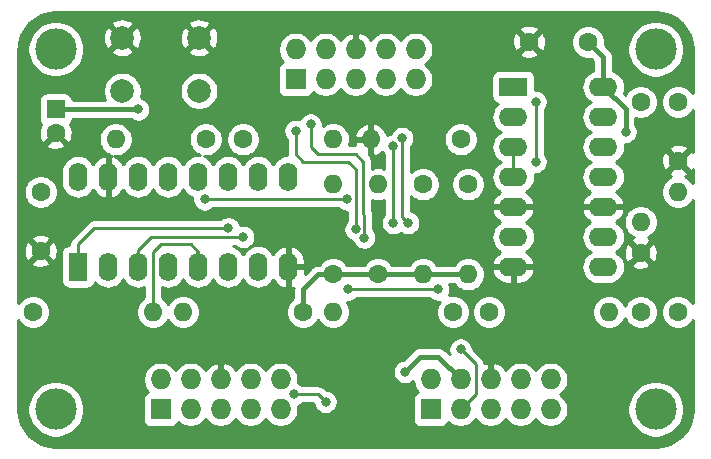
<source format=gbl>
G04 #@! TF.GenerationSoftware,KiCad,Pcbnew,(5.1.8)-1*
G04 #@! TF.CreationDate,2022-04-27T21:38:40+02:00*
G04 #@! TF.ProjectId,Amiga CD32,416d6967-6120-4434-9433-322e6b696361,rev?*
G04 #@! TF.SameCoordinates,Original*
G04 #@! TF.FileFunction,Copper,L2,Bot*
G04 #@! TF.FilePolarity,Positive*
%FSLAX46Y46*%
G04 Gerber Fmt 4.6, Leading zero omitted, Abs format (unit mm)*
G04 Created by KiCad (PCBNEW (5.1.8)-1) date 2022-04-27 21:38:40*
%MOMM*%
%LPD*%
G01*
G04 APERTURE LIST*
G04 #@! TA.AperFunction,ComponentPad*
%ADD10O,1.600000X1.600000*%
G04 #@! TD*
G04 #@! TA.AperFunction,ComponentPad*
%ADD11C,1.600000*%
G04 #@! TD*
G04 #@! TA.AperFunction,ComponentPad*
%ADD12R,2.400000X1.600000*%
G04 #@! TD*
G04 #@! TA.AperFunction,ComponentPad*
%ADD13O,2.400000X1.600000*%
G04 #@! TD*
G04 #@! TA.AperFunction,ComponentPad*
%ADD14R,1.600000X1.600000*%
G04 #@! TD*
G04 #@! TA.AperFunction,ComponentPad*
%ADD15R,1.600000X2.400000*%
G04 #@! TD*
G04 #@! TA.AperFunction,ComponentPad*
%ADD16O,1.600000X2.400000*%
G04 #@! TD*
G04 #@! TA.AperFunction,ComponentPad*
%ADD17O,1.727200X1.727200*%
G04 #@! TD*
G04 #@! TA.AperFunction,ComponentPad*
%ADD18R,1.727200X1.727200*%
G04 #@! TD*
G04 #@! TA.AperFunction,ComponentPad*
%ADD19C,2.000000*%
G04 #@! TD*
G04 #@! TA.AperFunction,ComponentPad*
%ADD20C,3.500000*%
G04 #@! TD*
G04 #@! TA.AperFunction,ViaPad*
%ADD21C,0.800000*%
G04 #@! TD*
G04 #@! TA.AperFunction,Conductor*
%ADD22C,0.381000*%
G04 #@! TD*
G04 #@! TA.AperFunction,Conductor*
%ADD23C,0.250000*%
G04 #@! TD*
G04 #@! TA.AperFunction,Conductor*
%ADD24C,0.254000*%
G04 #@! TD*
G04 #@! TA.AperFunction,Conductor*
%ADD25C,0.100000*%
G04 #@! TD*
G04 APERTURE END LIST*
D10*
X165608000Y-99695000D03*
D11*
X155448000Y-99695000D03*
D10*
X142240000Y-99695000D03*
D11*
X152400000Y-99695000D03*
D10*
X123825000Y-85090000D03*
D11*
X131445000Y-85090000D03*
D10*
X146050000Y-88900000D03*
D11*
X146050000Y-96520000D03*
D10*
X145415000Y-85090000D03*
D11*
X153035000Y-85090000D03*
D10*
X153670000Y-96520000D03*
D11*
X153670000Y-88900000D03*
D10*
X142240000Y-85090000D03*
D11*
X134620000Y-85090000D03*
D10*
X149860000Y-96520000D03*
D11*
X149860000Y-88900000D03*
D10*
X127000000Y-99695000D03*
D11*
X116840000Y-99695000D03*
D10*
X129540000Y-99695000D03*
D11*
X139700000Y-99695000D03*
D10*
X171450000Y-89535000D03*
D11*
X171450000Y-99695000D03*
X171450000Y-81915000D03*
X171450000Y-86915000D03*
D12*
X157480000Y-80645000D03*
D13*
X165100000Y-95885000D03*
X157480000Y-83185000D03*
X165100000Y-93345000D03*
X157480000Y-85725000D03*
X165100000Y-90805000D03*
X157480000Y-88265000D03*
X165100000Y-88265000D03*
X157480000Y-90805000D03*
X165100000Y-85725000D03*
X157480000Y-93345000D03*
X165100000Y-83185000D03*
X157480000Y-95885000D03*
X165100000Y-80645000D03*
D14*
X118745000Y-82550000D03*
D11*
X118745000Y-84550000D03*
D15*
X120650000Y-95885000D03*
D16*
X138430000Y-88265000D03*
X123190000Y-95885000D03*
X135890000Y-88265000D03*
X125730000Y-95885000D03*
X133350000Y-88265000D03*
X128270000Y-95885000D03*
X130810000Y-88265000D03*
X130810000Y-95885000D03*
X128270000Y-88265000D03*
X133350000Y-95885000D03*
X125730000Y-88265000D03*
X135890000Y-95885000D03*
X123190000Y-88265000D03*
X138430000Y-95885000D03*
X120650000Y-88265000D03*
D11*
X168275000Y-94695000D03*
X168275000Y-99695000D03*
X117475000Y-94535000D03*
X117475000Y-89535000D03*
X168275000Y-81915000D03*
D10*
X168275000Y-92075000D03*
D17*
X149225000Y-77470000D03*
X146685000Y-77470000D03*
X144145000Y-77470000D03*
X141605000Y-77470000D03*
X139065000Y-77470000D03*
X149225000Y-80010000D03*
X146685000Y-80010000D03*
X144145000Y-80010000D03*
X141605000Y-80010000D03*
D18*
X139065000Y-80010000D03*
D17*
X160655000Y-105410000D03*
X158115000Y-105410000D03*
X155575000Y-105410000D03*
X153035000Y-105410000D03*
X150495000Y-105410000D03*
X160655000Y-107950000D03*
X158115000Y-107950000D03*
X155575000Y-107950000D03*
X153035000Y-107950000D03*
D18*
X150495000Y-107950000D03*
D11*
X163830000Y-76835000D03*
X158830000Y-76835000D03*
D18*
X127635000Y-107950000D03*
D17*
X130175000Y-107950000D03*
X132715000Y-107950000D03*
X135255000Y-107950000D03*
X137795000Y-107950000D03*
X127635000Y-105410000D03*
X130175000Y-105410000D03*
X132715000Y-105410000D03*
X135255000Y-105410000D03*
X137795000Y-105410000D03*
D19*
X124385000Y-80990000D03*
X124385000Y-76490000D03*
X130885000Y-80990000D03*
X130885000Y-76490000D03*
D20*
X118745000Y-107950000D03*
X169545000Y-107950000D03*
X169545000Y-77470000D03*
X118745000Y-77455001D03*
D11*
X142240000Y-96520000D03*
D10*
X142240000Y-88900000D03*
D21*
X125730000Y-82550000D03*
X167005000Y-84455000D03*
X148336000Y-104775000D03*
X133350000Y-92620000D03*
X131355000Y-90170000D03*
X143419990Y-90170000D03*
X151130000Y-97790000D03*
X143510000Y-97790000D03*
X138909500Y-106680000D03*
X141605000Y-107315000D03*
X134620000Y-93345000D03*
X148590000Y-92165000D03*
X148078836Y-84983716D03*
X147320000Y-92165000D03*
X147320000Y-85635000D03*
X144870000Y-93417108D03*
X140335000Y-83820000D03*
X153035000Y-102870000D03*
X144145000Y-92710000D03*
X139065000Y-84365000D03*
X159385000Y-86995000D03*
X159385000Y-81915000D03*
D22*
X118745000Y-82550000D02*
X125730000Y-82550000D01*
X153670000Y-96520000D02*
X149860000Y-96520000D01*
X146050000Y-96520000D02*
X149860000Y-96520000D01*
X146050000Y-96520000D02*
X142240000Y-96520000D01*
X139700000Y-99695000D02*
X139700000Y-97790000D01*
X140970000Y-96520000D02*
X142240000Y-96520000D01*
X139700000Y-97790000D02*
X140970000Y-96520000D01*
X165100000Y-78105000D02*
X163830000Y-76835000D01*
X165100000Y-80645000D02*
X165100000Y-78105000D01*
X165100000Y-80645000D02*
X167005000Y-82550000D01*
X167005000Y-82550000D02*
X167005000Y-84455000D01*
X149606000Y-103505000D02*
X148336000Y-104775000D01*
X153035000Y-105410000D02*
X151130000Y-103505000D01*
X151130000Y-103505000D02*
X149606000Y-103505000D01*
D23*
X120650000Y-93980000D02*
X122010000Y-92620000D01*
X122010000Y-92620000D02*
X133350000Y-92620000D01*
X120650000Y-95885000D02*
X120650000Y-93980000D01*
X131355000Y-90170000D02*
X143419990Y-90170000D01*
X151130000Y-97790000D02*
X143510000Y-97790000D01*
X130810000Y-95885000D02*
X130810000Y-94615000D01*
X130810000Y-94615000D02*
X130175000Y-93980000D01*
X130175000Y-93980000D02*
X127635000Y-93980000D01*
X127000000Y-94615000D02*
X127000000Y-99695000D01*
X127635000Y-93980000D02*
X127000000Y-94615000D01*
X138909500Y-106680000D02*
X140970000Y-106680000D01*
X140970000Y-106680000D02*
X141605000Y-107315000D01*
X125730000Y-95885000D02*
X125730000Y-94435000D01*
X125730000Y-94435000D02*
X126820000Y-93345000D01*
X126820000Y-93345000D02*
X134620000Y-93345000D01*
X148078836Y-91653836D02*
X148078836Y-84983716D01*
X148590000Y-92165000D02*
X148078836Y-91653836D01*
X147320000Y-92165000D02*
X147320000Y-85635000D01*
X140335000Y-85725000D02*
X140335000Y-83820000D01*
X144145000Y-86360000D02*
X140970000Y-86360000D01*
X144780000Y-86995000D02*
X144145000Y-86360000D01*
X140970000Y-86360000D02*
X140335000Y-85725000D01*
X144780000Y-91440000D02*
X144780000Y-86995000D01*
X144870000Y-91530000D02*
X144780000Y-91440000D01*
X144870000Y-93417108D02*
X144870000Y-91530000D01*
X153035000Y-107950000D02*
X154305000Y-106680000D01*
X154305000Y-106680000D02*
X154305000Y-104140000D01*
X154305000Y-104140000D02*
X153035000Y-102870000D01*
X144145000Y-87630000D02*
X144145000Y-92710000D01*
X139700000Y-86995000D02*
X143510000Y-86995000D01*
X139065000Y-86360000D02*
X139700000Y-86995000D01*
X143510000Y-86995000D02*
X144145000Y-87630000D01*
X139065000Y-84365000D02*
X139065000Y-86360000D01*
X159385000Y-86995000D02*
X159385000Y-81915000D01*
X157480000Y-85725000D02*
X157480000Y-88265000D01*
D24*
X170156222Y-74383096D02*
X170744164Y-74560606D01*
X171286436Y-74848937D01*
X171762364Y-75237094D01*
X172153845Y-75710314D01*
X172445951Y-76250552D01*
X172627563Y-76837244D01*
X172695001Y-77478888D01*
X172695001Y-81195345D01*
X172564637Y-81000241D01*
X172364759Y-80800363D01*
X172129727Y-80643320D01*
X171868574Y-80535147D01*
X171591335Y-80480000D01*
X171308665Y-80480000D01*
X171031426Y-80535147D01*
X170770273Y-80643320D01*
X170535241Y-80800363D01*
X170335363Y-81000241D01*
X170178320Y-81235273D01*
X170070147Y-81496426D01*
X170015000Y-81773665D01*
X170015000Y-82056335D01*
X170070147Y-82333574D01*
X170178320Y-82594727D01*
X170335363Y-82829759D01*
X170535241Y-83029637D01*
X170770273Y-83186680D01*
X171031426Y-83294853D01*
X171308665Y-83350000D01*
X171591335Y-83350000D01*
X171868574Y-83294853D01*
X172129727Y-83186680D01*
X172364759Y-83029637D01*
X172564637Y-82829759D01*
X172695001Y-82634655D01*
X172695001Y-86189070D01*
X172686671Y-86173486D01*
X172442702Y-86101903D01*
X171629605Y-86915000D01*
X172442702Y-87728097D01*
X172686671Y-87656514D01*
X172695001Y-87638910D01*
X172695001Y-88815344D01*
X172564637Y-88620241D01*
X172364759Y-88420363D01*
X172129727Y-88263320D01*
X172042399Y-88227148D01*
X172066292Y-88218603D01*
X172191514Y-88151671D01*
X172263097Y-87907702D01*
X171450000Y-87094605D01*
X170636903Y-87907702D01*
X170708486Y-88151671D01*
X170863145Y-88224851D01*
X170770273Y-88263320D01*
X170535241Y-88420363D01*
X170335363Y-88620241D01*
X170178320Y-88855273D01*
X170070147Y-89116426D01*
X170015000Y-89393665D01*
X170015000Y-89676335D01*
X170070147Y-89953574D01*
X170178320Y-90214727D01*
X170335363Y-90449759D01*
X170535241Y-90649637D01*
X170770273Y-90806680D01*
X171031426Y-90914853D01*
X171308665Y-90970000D01*
X171591335Y-90970000D01*
X171868574Y-90914853D01*
X172129727Y-90806680D01*
X172364759Y-90649637D01*
X172564637Y-90449759D01*
X172695001Y-90254656D01*
X172695000Y-98975344D01*
X172564637Y-98780241D01*
X172364759Y-98580363D01*
X172129727Y-98423320D01*
X171868574Y-98315147D01*
X171591335Y-98260000D01*
X171308665Y-98260000D01*
X171031426Y-98315147D01*
X170770273Y-98423320D01*
X170535241Y-98580363D01*
X170335363Y-98780241D01*
X170178320Y-99015273D01*
X170070147Y-99276426D01*
X170015000Y-99553665D01*
X170015000Y-99836335D01*
X170070147Y-100113574D01*
X170178320Y-100374727D01*
X170335363Y-100609759D01*
X170535241Y-100809637D01*
X170770273Y-100966680D01*
X171031426Y-101074853D01*
X171308665Y-101130000D01*
X171591335Y-101130000D01*
X171868574Y-101074853D01*
X172129727Y-100966680D01*
X172364759Y-100809637D01*
X172564637Y-100609759D01*
X172695000Y-100414656D01*
X172695000Y-107917721D01*
X172631904Y-108561221D01*
X172454394Y-109149164D01*
X172166063Y-109691436D01*
X171777906Y-110167364D01*
X171304686Y-110558845D01*
X170764449Y-110850950D01*
X170177756Y-111032563D01*
X169536130Y-111100000D01*
X118777279Y-111100000D01*
X118133779Y-111036904D01*
X117545836Y-110859394D01*
X117003564Y-110571063D01*
X116527636Y-110182906D01*
X116136155Y-109709686D01*
X115844050Y-109169449D01*
X115662437Y-108582756D01*
X115595000Y-107941130D01*
X115595000Y-107715098D01*
X116360000Y-107715098D01*
X116360000Y-108184902D01*
X116451654Y-108645679D01*
X116631440Y-109079721D01*
X116892450Y-109470349D01*
X117224651Y-109802550D01*
X117615279Y-110063560D01*
X118049321Y-110243346D01*
X118510098Y-110335000D01*
X118979902Y-110335000D01*
X119440679Y-110243346D01*
X119874721Y-110063560D01*
X120265349Y-109802550D01*
X120597550Y-109470349D01*
X120858560Y-109079721D01*
X121038346Y-108645679D01*
X121130000Y-108184902D01*
X121130000Y-107715098D01*
X121038346Y-107254321D01*
X120968791Y-107086400D01*
X126133328Y-107086400D01*
X126133328Y-108813600D01*
X126145588Y-108938082D01*
X126181898Y-109057780D01*
X126240863Y-109168094D01*
X126320215Y-109264785D01*
X126416906Y-109344137D01*
X126527220Y-109403102D01*
X126646918Y-109439412D01*
X126771400Y-109451672D01*
X128498600Y-109451672D01*
X128623082Y-109439412D01*
X128742780Y-109403102D01*
X128853094Y-109344137D01*
X128949785Y-109264785D01*
X129029137Y-109168094D01*
X129088102Y-109057780D01*
X129105636Y-108999977D01*
X129219698Y-109114039D01*
X129465147Y-109278042D01*
X129737875Y-109391010D01*
X130027401Y-109448600D01*
X130322599Y-109448600D01*
X130612125Y-109391010D01*
X130884853Y-109278042D01*
X131130302Y-109114039D01*
X131339039Y-108905302D01*
X131445000Y-108746719D01*
X131550961Y-108905302D01*
X131759698Y-109114039D01*
X132005147Y-109278042D01*
X132277875Y-109391010D01*
X132567401Y-109448600D01*
X132862599Y-109448600D01*
X133152125Y-109391010D01*
X133424853Y-109278042D01*
X133670302Y-109114039D01*
X133879039Y-108905302D01*
X133985000Y-108746719D01*
X134090961Y-108905302D01*
X134299698Y-109114039D01*
X134545147Y-109278042D01*
X134817875Y-109391010D01*
X135107401Y-109448600D01*
X135402599Y-109448600D01*
X135692125Y-109391010D01*
X135964853Y-109278042D01*
X136210302Y-109114039D01*
X136419039Y-108905302D01*
X136525000Y-108746719D01*
X136630961Y-108905302D01*
X136839698Y-109114039D01*
X137085147Y-109278042D01*
X137357875Y-109391010D01*
X137647401Y-109448600D01*
X137942599Y-109448600D01*
X138232125Y-109391010D01*
X138504853Y-109278042D01*
X138750302Y-109114039D01*
X138959039Y-108905302D01*
X139123042Y-108659853D01*
X139236010Y-108387125D01*
X139293600Y-108097599D01*
X139293600Y-107802401D01*
X139263972Y-107653449D01*
X139399756Y-107597205D01*
X139569274Y-107483937D01*
X139613211Y-107440000D01*
X140574587Y-107440000D01*
X140609774Y-107616898D01*
X140687795Y-107805256D01*
X140801063Y-107974774D01*
X140945226Y-108118937D01*
X141114744Y-108232205D01*
X141303102Y-108310226D01*
X141503061Y-108350000D01*
X141706939Y-108350000D01*
X141906898Y-108310226D01*
X142095256Y-108232205D01*
X142264774Y-108118937D01*
X142408937Y-107974774D01*
X142522205Y-107805256D01*
X142600226Y-107616898D01*
X142640000Y-107416939D01*
X142640000Y-107213061D01*
X142600226Y-107013102D01*
X142522205Y-106824744D01*
X142408937Y-106655226D01*
X142264774Y-106511063D01*
X142095256Y-106397795D01*
X141906898Y-106319774D01*
X141706939Y-106280000D01*
X141644801Y-106280000D01*
X141533803Y-106169002D01*
X141510001Y-106139999D01*
X141394276Y-106045026D01*
X141262247Y-105974454D01*
X141118986Y-105930997D01*
X141007333Y-105920000D01*
X141007322Y-105920000D01*
X140970000Y-105916324D01*
X140932678Y-105920000D01*
X139613211Y-105920000D01*
X139569274Y-105876063D01*
X139399756Y-105762795D01*
X139263972Y-105706551D01*
X139293600Y-105557599D01*
X139293600Y-105262401D01*
X139236010Y-104972875D01*
X139123042Y-104700147D01*
X139104944Y-104673061D01*
X147301000Y-104673061D01*
X147301000Y-104876939D01*
X147340774Y-105076898D01*
X147418795Y-105265256D01*
X147532063Y-105434774D01*
X147676226Y-105578937D01*
X147845744Y-105692205D01*
X148034102Y-105770226D01*
X148234061Y-105810000D01*
X148437939Y-105810000D01*
X148637898Y-105770226D01*
X148826256Y-105692205D01*
X148995774Y-105578937D01*
X148999836Y-105574875D01*
X149053990Y-105847125D01*
X149166958Y-106119853D01*
X149330961Y-106365302D01*
X149445023Y-106479364D01*
X149387220Y-106496898D01*
X149276906Y-106555863D01*
X149180215Y-106635215D01*
X149100863Y-106731906D01*
X149041898Y-106842220D01*
X149005588Y-106961918D01*
X148993328Y-107086400D01*
X148993328Y-108813600D01*
X149005588Y-108938082D01*
X149041898Y-109057780D01*
X149100863Y-109168094D01*
X149180215Y-109264785D01*
X149276906Y-109344137D01*
X149387220Y-109403102D01*
X149506918Y-109439412D01*
X149631400Y-109451672D01*
X151358600Y-109451672D01*
X151483082Y-109439412D01*
X151602780Y-109403102D01*
X151713094Y-109344137D01*
X151809785Y-109264785D01*
X151889137Y-109168094D01*
X151948102Y-109057780D01*
X151965636Y-108999977D01*
X152079698Y-109114039D01*
X152325147Y-109278042D01*
X152597875Y-109391010D01*
X152887401Y-109448600D01*
X153182599Y-109448600D01*
X153472125Y-109391010D01*
X153744853Y-109278042D01*
X153990302Y-109114039D01*
X154199039Y-108905302D01*
X154305000Y-108746719D01*
X154410961Y-108905302D01*
X154619698Y-109114039D01*
X154865147Y-109278042D01*
X155137875Y-109391010D01*
X155427401Y-109448600D01*
X155722599Y-109448600D01*
X156012125Y-109391010D01*
X156284853Y-109278042D01*
X156530302Y-109114039D01*
X156739039Y-108905302D01*
X156845000Y-108746719D01*
X156950961Y-108905302D01*
X157159698Y-109114039D01*
X157405147Y-109278042D01*
X157677875Y-109391010D01*
X157967401Y-109448600D01*
X158262599Y-109448600D01*
X158552125Y-109391010D01*
X158824853Y-109278042D01*
X159070302Y-109114039D01*
X159279039Y-108905302D01*
X159385000Y-108746719D01*
X159490961Y-108905302D01*
X159699698Y-109114039D01*
X159945147Y-109278042D01*
X160217875Y-109391010D01*
X160507401Y-109448600D01*
X160802599Y-109448600D01*
X161092125Y-109391010D01*
X161364853Y-109278042D01*
X161610302Y-109114039D01*
X161819039Y-108905302D01*
X161983042Y-108659853D01*
X162096010Y-108387125D01*
X162153600Y-108097599D01*
X162153600Y-107802401D01*
X162136235Y-107715098D01*
X167160000Y-107715098D01*
X167160000Y-108184902D01*
X167251654Y-108645679D01*
X167431440Y-109079721D01*
X167692450Y-109470349D01*
X168024651Y-109802550D01*
X168415279Y-110063560D01*
X168849321Y-110243346D01*
X169310098Y-110335000D01*
X169779902Y-110335000D01*
X170240679Y-110243346D01*
X170674721Y-110063560D01*
X171065349Y-109802550D01*
X171397550Y-109470349D01*
X171658560Y-109079721D01*
X171838346Y-108645679D01*
X171930000Y-108184902D01*
X171930000Y-107715098D01*
X171838346Y-107254321D01*
X171658560Y-106820279D01*
X171397550Y-106429651D01*
X171065349Y-106097450D01*
X170674721Y-105836440D01*
X170240679Y-105656654D01*
X169779902Y-105565000D01*
X169310098Y-105565000D01*
X168849321Y-105656654D01*
X168415279Y-105836440D01*
X168024651Y-106097450D01*
X167692450Y-106429651D01*
X167431440Y-106820279D01*
X167251654Y-107254321D01*
X167160000Y-107715098D01*
X162136235Y-107715098D01*
X162096010Y-107512875D01*
X161983042Y-107240147D01*
X161819039Y-106994698D01*
X161610302Y-106785961D01*
X161451719Y-106680000D01*
X161610302Y-106574039D01*
X161819039Y-106365302D01*
X161983042Y-106119853D01*
X162096010Y-105847125D01*
X162153600Y-105557599D01*
X162153600Y-105262401D01*
X162096010Y-104972875D01*
X161983042Y-104700147D01*
X161819039Y-104454698D01*
X161610302Y-104245961D01*
X161364853Y-104081958D01*
X161092125Y-103968990D01*
X160802599Y-103911400D01*
X160507401Y-103911400D01*
X160217875Y-103968990D01*
X159945147Y-104081958D01*
X159699698Y-104245961D01*
X159490961Y-104454698D01*
X159385000Y-104613281D01*
X159279039Y-104454698D01*
X159070302Y-104245961D01*
X158824853Y-104081958D01*
X158552125Y-103968990D01*
X158262599Y-103911400D01*
X157967401Y-103911400D01*
X157677875Y-103968990D01*
X157405147Y-104081958D01*
X157159698Y-104245961D01*
X156950961Y-104454698D01*
X156840441Y-104620103D01*
X156781817Y-104521512D01*
X156585293Y-104303146D01*
X156349944Y-104127316D01*
X156084814Y-104000778D01*
X155934026Y-103955042D01*
X155702000Y-104076183D01*
X155702000Y-105283000D01*
X155722000Y-105283000D01*
X155722000Y-105537000D01*
X155702000Y-105537000D01*
X155702000Y-105557000D01*
X155448000Y-105557000D01*
X155448000Y-105537000D01*
X155428000Y-105537000D01*
X155428000Y-105283000D01*
X155448000Y-105283000D01*
X155448000Y-104076183D01*
X155215974Y-103955042D01*
X155065186Y-104000778D01*
X155055424Y-104005437D01*
X155054003Y-103991014D01*
X155010546Y-103847753D01*
X154939974Y-103715724D01*
X154845001Y-103599999D01*
X154816003Y-103576201D01*
X154070000Y-102830199D01*
X154070000Y-102768061D01*
X154030226Y-102568102D01*
X153952205Y-102379744D01*
X153838937Y-102210226D01*
X153694774Y-102066063D01*
X153525256Y-101952795D01*
X153336898Y-101874774D01*
X153136939Y-101835000D01*
X152933061Y-101835000D01*
X152733102Y-101874774D01*
X152544744Y-101952795D01*
X152375226Y-102066063D01*
X152231063Y-102210226D01*
X152117795Y-102379744D01*
X152039774Y-102568102D01*
X152000000Y-102768061D01*
X152000000Y-102971939D01*
X152039774Y-103171898D01*
X152093121Y-103300689D01*
X151742398Y-102949966D01*
X151716541Y-102918459D01*
X151590842Y-102815301D01*
X151447434Y-102738647D01*
X151291826Y-102691444D01*
X151170553Y-102679500D01*
X151170550Y-102679500D01*
X151130000Y-102675506D01*
X151089450Y-102679500D01*
X149646550Y-102679500D01*
X149605999Y-102675506D01*
X149565449Y-102679500D01*
X149565447Y-102679500D01*
X149444174Y-102691444D01*
X149288566Y-102738647D01*
X149195111Y-102788601D01*
X149145157Y-102815301D01*
X149083596Y-102865823D01*
X149019459Y-102918459D01*
X148993606Y-102949961D01*
X148195996Y-103747572D01*
X148034102Y-103779774D01*
X147845744Y-103857795D01*
X147676226Y-103971063D01*
X147532063Y-104115226D01*
X147418795Y-104284744D01*
X147340774Y-104473102D01*
X147301000Y-104673061D01*
X139104944Y-104673061D01*
X138959039Y-104454698D01*
X138750302Y-104245961D01*
X138504853Y-104081958D01*
X138232125Y-103968990D01*
X137942599Y-103911400D01*
X137647401Y-103911400D01*
X137357875Y-103968990D01*
X137085147Y-104081958D01*
X136839698Y-104245961D01*
X136630961Y-104454698D01*
X136525000Y-104613281D01*
X136419039Y-104454698D01*
X136210302Y-104245961D01*
X135964853Y-104081958D01*
X135692125Y-103968990D01*
X135402599Y-103911400D01*
X135107401Y-103911400D01*
X134817875Y-103968990D01*
X134545147Y-104081958D01*
X134299698Y-104245961D01*
X134090961Y-104454698D01*
X133980441Y-104620103D01*
X133921817Y-104521512D01*
X133725293Y-104303146D01*
X133489944Y-104127316D01*
X133224814Y-104000778D01*
X133074026Y-103955042D01*
X132842000Y-104076183D01*
X132842000Y-105283000D01*
X132862000Y-105283000D01*
X132862000Y-105537000D01*
X132842000Y-105537000D01*
X132842000Y-105557000D01*
X132588000Y-105557000D01*
X132588000Y-105537000D01*
X132568000Y-105537000D01*
X132568000Y-105283000D01*
X132588000Y-105283000D01*
X132588000Y-104076183D01*
X132355974Y-103955042D01*
X132205186Y-104000778D01*
X131940056Y-104127316D01*
X131704707Y-104303146D01*
X131508183Y-104521512D01*
X131449559Y-104620103D01*
X131339039Y-104454698D01*
X131130302Y-104245961D01*
X130884853Y-104081958D01*
X130612125Y-103968990D01*
X130322599Y-103911400D01*
X130027401Y-103911400D01*
X129737875Y-103968990D01*
X129465147Y-104081958D01*
X129219698Y-104245961D01*
X129010961Y-104454698D01*
X128905000Y-104613281D01*
X128799039Y-104454698D01*
X128590302Y-104245961D01*
X128344853Y-104081958D01*
X128072125Y-103968990D01*
X127782599Y-103911400D01*
X127487401Y-103911400D01*
X127197875Y-103968990D01*
X126925147Y-104081958D01*
X126679698Y-104245961D01*
X126470961Y-104454698D01*
X126306958Y-104700147D01*
X126193990Y-104972875D01*
X126136400Y-105262401D01*
X126136400Y-105557599D01*
X126193990Y-105847125D01*
X126306958Y-106119853D01*
X126470961Y-106365302D01*
X126585023Y-106479364D01*
X126527220Y-106496898D01*
X126416906Y-106555863D01*
X126320215Y-106635215D01*
X126240863Y-106731906D01*
X126181898Y-106842220D01*
X126145588Y-106961918D01*
X126133328Y-107086400D01*
X120968791Y-107086400D01*
X120858560Y-106820279D01*
X120597550Y-106429651D01*
X120265349Y-106097450D01*
X119874721Y-105836440D01*
X119440679Y-105656654D01*
X118979902Y-105565000D01*
X118510098Y-105565000D01*
X118049321Y-105656654D01*
X117615279Y-105836440D01*
X117224651Y-106097450D01*
X116892450Y-106429651D01*
X116631440Y-106820279D01*
X116451654Y-107254321D01*
X116360000Y-107715098D01*
X115595000Y-107715098D01*
X115595000Y-100414657D01*
X115725363Y-100609759D01*
X115925241Y-100809637D01*
X116160273Y-100966680D01*
X116421426Y-101074853D01*
X116698665Y-101130000D01*
X116981335Y-101130000D01*
X117258574Y-101074853D01*
X117519727Y-100966680D01*
X117754759Y-100809637D01*
X117954637Y-100609759D01*
X118111680Y-100374727D01*
X118219853Y-100113574D01*
X118275000Y-99836335D01*
X118275000Y-99553665D01*
X118219853Y-99276426D01*
X118111680Y-99015273D01*
X117954637Y-98780241D01*
X117754759Y-98580363D01*
X117519727Y-98423320D01*
X117258574Y-98315147D01*
X116981335Y-98260000D01*
X116698665Y-98260000D01*
X116421426Y-98315147D01*
X116160273Y-98423320D01*
X115925241Y-98580363D01*
X115725363Y-98780241D01*
X115595000Y-98975343D01*
X115595000Y-95527702D01*
X116661903Y-95527702D01*
X116733486Y-95771671D01*
X116988996Y-95892571D01*
X117263184Y-95961300D01*
X117545512Y-95975217D01*
X117825130Y-95933787D01*
X118091292Y-95838603D01*
X118216514Y-95771671D01*
X118288097Y-95527702D01*
X117475000Y-94714605D01*
X116661903Y-95527702D01*
X115595000Y-95527702D01*
X115595000Y-94605512D01*
X116034783Y-94605512D01*
X116076213Y-94885130D01*
X116171397Y-95151292D01*
X116238329Y-95276514D01*
X116482298Y-95348097D01*
X117295395Y-94535000D01*
X117654605Y-94535000D01*
X118467702Y-95348097D01*
X118711671Y-95276514D01*
X118832571Y-95021004D01*
X118901300Y-94746816D01*
X118904347Y-94685000D01*
X119211928Y-94685000D01*
X119211928Y-97085000D01*
X119224188Y-97209482D01*
X119260498Y-97329180D01*
X119319463Y-97439494D01*
X119398815Y-97536185D01*
X119495506Y-97615537D01*
X119605820Y-97674502D01*
X119725518Y-97710812D01*
X119850000Y-97723072D01*
X121450000Y-97723072D01*
X121574482Y-97710812D01*
X121694180Y-97674502D01*
X121804494Y-97615537D01*
X121901185Y-97536185D01*
X121980537Y-97439494D01*
X122039502Y-97329180D01*
X122075812Y-97209482D01*
X122077581Y-97191517D01*
X122170393Y-97304608D01*
X122388900Y-97483932D01*
X122638193Y-97617182D01*
X122908692Y-97699236D01*
X123190000Y-97726943D01*
X123471309Y-97699236D01*
X123741808Y-97617182D01*
X123991101Y-97483932D01*
X124209608Y-97304608D01*
X124388932Y-97086101D01*
X124460000Y-96953142D01*
X124531068Y-97086101D01*
X124710393Y-97304608D01*
X124928900Y-97483932D01*
X125178193Y-97617182D01*
X125448692Y-97699236D01*
X125730000Y-97726943D01*
X126011309Y-97699236D01*
X126240001Y-97629864D01*
X126240001Y-98476956D01*
X126085241Y-98580363D01*
X125885363Y-98780241D01*
X125728320Y-99015273D01*
X125620147Y-99276426D01*
X125565000Y-99553665D01*
X125565000Y-99836335D01*
X125620147Y-100113574D01*
X125728320Y-100374727D01*
X125885363Y-100609759D01*
X126085241Y-100809637D01*
X126320273Y-100966680D01*
X126581426Y-101074853D01*
X126858665Y-101130000D01*
X127141335Y-101130000D01*
X127418574Y-101074853D01*
X127679727Y-100966680D01*
X127914759Y-100809637D01*
X128114637Y-100609759D01*
X128270000Y-100377241D01*
X128425363Y-100609759D01*
X128625241Y-100809637D01*
X128860273Y-100966680D01*
X129121426Y-101074853D01*
X129398665Y-101130000D01*
X129681335Y-101130000D01*
X129958574Y-101074853D01*
X130219727Y-100966680D01*
X130454759Y-100809637D01*
X130654637Y-100609759D01*
X130811680Y-100374727D01*
X130919853Y-100113574D01*
X130975000Y-99836335D01*
X130975000Y-99553665D01*
X138265000Y-99553665D01*
X138265000Y-99836335D01*
X138320147Y-100113574D01*
X138428320Y-100374727D01*
X138585363Y-100609759D01*
X138785241Y-100809637D01*
X139020273Y-100966680D01*
X139281426Y-101074853D01*
X139558665Y-101130000D01*
X139841335Y-101130000D01*
X140118574Y-101074853D01*
X140379727Y-100966680D01*
X140614759Y-100809637D01*
X140814637Y-100609759D01*
X140970000Y-100377241D01*
X141125363Y-100609759D01*
X141325241Y-100809637D01*
X141560273Y-100966680D01*
X141821426Y-101074853D01*
X142098665Y-101130000D01*
X142381335Y-101130000D01*
X142658574Y-101074853D01*
X142919727Y-100966680D01*
X143154759Y-100809637D01*
X143354637Y-100609759D01*
X143511680Y-100374727D01*
X143619853Y-100113574D01*
X143675000Y-99836335D01*
X143675000Y-99553665D01*
X143619853Y-99276426D01*
X143511680Y-99015273D01*
X143380939Y-98819605D01*
X143408061Y-98825000D01*
X143611939Y-98825000D01*
X143811898Y-98785226D01*
X144000256Y-98707205D01*
X144169774Y-98593937D01*
X144213711Y-98550000D01*
X150426289Y-98550000D01*
X150470226Y-98593937D01*
X150639744Y-98707205D01*
X150828102Y-98785226D01*
X151028061Y-98825000D01*
X151231939Y-98825000D01*
X151259061Y-98819605D01*
X151128320Y-99015273D01*
X151020147Y-99276426D01*
X150965000Y-99553665D01*
X150965000Y-99836335D01*
X151020147Y-100113574D01*
X151128320Y-100374727D01*
X151285363Y-100609759D01*
X151485241Y-100809637D01*
X151720273Y-100966680D01*
X151981426Y-101074853D01*
X152258665Y-101130000D01*
X152541335Y-101130000D01*
X152818574Y-101074853D01*
X153079727Y-100966680D01*
X153314759Y-100809637D01*
X153514637Y-100609759D01*
X153671680Y-100374727D01*
X153779853Y-100113574D01*
X153835000Y-99836335D01*
X153835000Y-99553665D01*
X154013000Y-99553665D01*
X154013000Y-99836335D01*
X154068147Y-100113574D01*
X154176320Y-100374727D01*
X154333363Y-100609759D01*
X154533241Y-100809637D01*
X154768273Y-100966680D01*
X155029426Y-101074853D01*
X155306665Y-101130000D01*
X155589335Y-101130000D01*
X155866574Y-101074853D01*
X156127727Y-100966680D01*
X156362759Y-100809637D01*
X156562637Y-100609759D01*
X156719680Y-100374727D01*
X156827853Y-100113574D01*
X156883000Y-99836335D01*
X156883000Y-99553665D01*
X164173000Y-99553665D01*
X164173000Y-99836335D01*
X164228147Y-100113574D01*
X164336320Y-100374727D01*
X164493363Y-100609759D01*
X164693241Y-100809637D01*
X164928273Y-100966680D01*
X165189426Y-101074853D01*
X165466665Y-101130000D01*
X165749335Y-101130000D01*
X166026574Y-101074853D01*
X166287727Y-100966680D01*
X166522759Y-100809637D01*
X166722637Y-100609759D01*
X166879680Y-100374727D01*
X166941500Y-100225480D01*
X167003320Y-100374727D01*
X167160363Y-100609759D01*
X167360241Y-100809637D01*
X167595273Y-100966680D01*
X167856426Y-101074853D01*
X168133665Y-101130000D01*
X168416335Y-101130000D01*
X168693574Y-101074853D01*
X168954727Y-100966680D01*
X169189759Y-100809637D01*
X169389637Y-100609759D01*
X169546680Y-100374727D01*
X169654853Y-100113574D01*
X169710000Y-99836335D01*
X169710000Y-99553665D01*
X169654853Y-99276426D01*
X169546680Y-99015273D01*
X169389637Y-98780241D01*
X169189759Y-98580363D01*
X168954727Y-98423320D01*
X168693574Y-98315147D01*
X168416335Y-98260000D01*
X168133665Y-98260000D01*
X167856426Y-98315147D01*
X167595273Y-98423320D01*
X167360241Y-98580363D01*
X167160363Y-98780241D01*
X167003320Y-99015273D01*
X166941500Y-99164520D01*
X166879680Y-99015273D01*
X166722637Y-98780241D01*
X166522759Y-98580363D01*
X166287727Y-98423320D01*
X166026574Y-98315147D01*
X165749335Y-98260000D01*
X165466665Y-98260000D01*
X165189426Y-98315147D01*
X164928273Y-98423320D01*
X164693241Y-98580363D01*
X164493363Y-98780241D01*
X164336320Y-99015273D01*
X164228147Y-99276426D01*
X164173000Y-99553665D01*
X156883000Y-99553665D01*
X156827853Y-99276426D01*
X156719680Y-99015273D01*
X156562637Y-98780241D01*
X156362759Y-98580363D01*
X156127727Y-98423320D01*
X155866574Y-98315147D01*
X155589335Y-98260000D01*
X155306665Y-98260000D01*
X155029426Y-98315147D01*
X154768273Y-98423320D01*
X154533241Y-98580363D01*
X154333363Y-98780241D01*
X154176320Y-99015273D01*
X154068147Y-99276426D01*
X154013000Y-99553665D01*
X153835000Y-99553665D01*
X153779853Y-99276426D01*
X153671680Y-99015273D01*
X153514637Y-98780241D01*
X153314759Y-98580363D01*
X153079727Y-98423320D01*
X152818574Y-98315147D01*
X152541335Y-98260000D01*
X152258665Y-98260000D01*
X152030401Y-98305405D01*
X152047205Y-98280256D01*
X152125226Y-98091898D01*
X152165000Y-97891939D01*
X152165000Y-97688061D01*
X152125226Y-97488102D01*
X152066158Y-97345500D01*
X152495722Y-97345500D01*
X152555363Y-97434759D01*
X152755241Y-97634637D01*
X152990273Y-97791680D01*
X153251426Y-97899853D01*
X153528665Y-97955000D01*
X153811335Y-97955000D01*
X154088574Y-97899853D01*
X154349727Y-97791680D01*
X154584759Y-97634637D01*
X154784637Y-97434759D01*
X154941680Y-97199727D01*
X155049853Y-96938574D01*
X155105000Y-96661335D01*
X155105000Y-96378665D01*
X155076232Y-96234039D01*
X155688096Y-96234039D01*
X155705633Y-96316818D01*
X155816285Y-96576646D01*
X155975500Y-96809895D01*
X156177161Y-97007601D01*
X156413517Y-97162166D01*
X156675486Y-97267650D01*
X156953000Y-97320000D01*
X157353000Y-97320000D01*
X157353000Y-96012000D01*
X157607000Y-96012000D01*
X157607000Y-97320000D01*
X158007000Y-97320000D01*
X158284514Y-97267650D01*
X158546483Y-97162166D01*
X158782839Y-97007601D01*
X158984500Y-96809895D01*
X159143715Y-96576646D01*
X159254367Y-96316818D01*
X159271904Y-96234039D01*
X159149915Y-96012000D01*
X157607000Y-96012000D01*
X157353000Y-96012000D01*
X155810085Y-96012000D01*
X155688096Y-96234039D01*
X155076232Y-96234039D01*
X155049853Y-96101426D01*
X154941680Y-95840273D01*
X154784637Y-95605241D01*
X154584759Y-95405363D01*
X154349727Y-95248320D01*
X154088574Y-95140147D01*
X153811335Y-95085000D01*
X153528665Y-95085000D01*
X153251426Y-95140147D01*
X152990273Y-95248320D01*
X152755241Y-95405363D01*
X152555363Y-95605241D01*
X152495722Y-95694500D01*
X151034278Y-95694500D01*
X150974637Y-95605241D01*
X150774759Y-95405363D01*
X150539727Y-95248320D01*
X150278574Y-95140147D01*
X150001335Y-95085000D01*
X149718665Y-95085000D01*
X149441426Y-95140147D01*
X149180273Y-95248320D01*
X148945241Y-95405363D01*
X148745363Y-95605241D01*
X148685722Y-95694500D01*
X147224278Y-95694500D01*
X147164637Y-95605241D01*
X146964759Y-95405363D01*
X146729727Y-95248320D01*
X146468574Y-95140147D01*
X146191335Y-95085000D01*
X145908665Y-95085000D01*
X145631426Y-95140147D01*
X145370273Y-95248320D01*
X145135241Y-95405363D01*
X144935363Y-95605241D01*
X144875722Y-95694500D01*
X143414278Y-95694500D01*
X143354637Y-95605241D01*
X143154759Y-95405363D01*
X142919727Y-95248320D01*
X142658574Y-95140147D01*
X142381335Y-95085000D01*
X142098665Y-95085000D01*
X141821426Y-95140147D01*
X141560273Y-95248320D01*
X141325241Y-95405363D01*
X141125363Y-95605241D01*
X141065722Y-95694500D01*
X141010550Y-95694500D01*
X140969999Y-95690506D01*
X140929449Y-95694500D01*
X140929447Y-95694500D01*
X140808174Y-95706444D01*
X140652566Y-95753647D01*
X140559111Y-95803601D01*
X140509157Y-95830301D01*
X140447596Y-95880823D01*
X140383459Y-95933459D01*
X140357606Y-95964961D01*
X139854406Y-96468162D01*
X139865000Y-96412000D01*
X139865000Y-96012000D01*
X138557000Y-96012000D01*
X138557000Y-97554915D01*
X138779039Y-97676904D01*
X138861818Y-97659367D01*
X138884316Y-97649786D01*
X138870506Y-97790000D01*
X138874501Y-97830560D01*
X138874501Y-98520722D01*
X138785241Y-98580363D01*
X138585363Y-98780241D01*
X138428320Y-99015273D01*
X138320147Y-99276426D01*
X138265000Y-99553665D01*
X130975000Y-99553665D01*
X130919853Y-99276426D01*
X130811680Y-99015273D01*
X130654637Y-98780241D01*
X130454759Y-98580363D01*
X130219727Y-98423320D01*
X129958574Y-98315147D01*
X129681335Y-98260000D01*
X129398665Y-98260000D01*
X129121426Y-98315147D01*
X128860273Y-98423320D01*
X128625241Y-98580363D01*
X128425363Y-98780241D01*
X128270000Y-99012759D01*
X128114637Y-98780241D01*
X127914759Y-98580363D01*
X127760000Y-98476957D01*
X127760000Y-97629864D01*
X127988692Y-97699236D01*
X128270000Y-97726943D01*
X128551309Y-97699236D01*
X128821808Y-97617182D01*
X129071101Y-97483932D01*
X129289608Y-97304608D01*
X129468932Y-97086101D01*
X129540000Y-96953142D01*
X129611068Y-97086101D01*
X129790393Y-97304608D01*
X130008900Y-97483932D01*
X130258193Y-97617182D01*
X130528692Y-97699236D01*
X130810000Y-97726943D01*
X131091309Y-97699236D01*
X131361808Y-97617182D01*
X131611101Y-97483932D01*
X131829608Y-97304608D01*
X132008932Y-97086101D01*
X132080000Y-96953142D01*
X132151068Y-97086101D01*
X132330393Y-97304608D01*
X132548900Y-97483932D01*
X132798193Y-97617182D01*
X133068692Y-97699236D01*
X133350000Y-97726943D01*
X133631309Y-97699236D01*
X133901808Y-97617182D01*
X134151101Y-97483932D01*
X134369608Y-97304608D01*
X134548932Y-97086101D01*
X134620000Y-96953142D01*
X134691068Y-97086101D01*
X134870393Y-97304608D01*
X135088900Y-97483932D01*
X135338193Y-97617182D01*
X135608692Y-97699236D01*
X135890000Y-97726943D01*
X136171309Y-97699236D01*
X136441808Y-97617182D01*
X136691101Y-97483932D01*
X136909608Y-97304608D01*
X137088932Y-97086101D01*
X137157265Y-96958259D01*
X137307399Y-97187839D01*
X137505105Y-97389500D01*
X137738354Y-97548715D01*
X137998182Y-97659367D01*
X138080961Y-97676904D01*
X138303000Y-97554915D01*
X138303000Y-96012000D01*
X138283000Y-96012000D01*
X138283000Y-95758000D01*
X138303000Y-95758000D01*
X138303000Y-94215085D01*
X138557000Y-94215085D01*
X138557000Y-95758000D01*
X139865000Y-95758000D01*
X139865000Y-95358000D01*
X139812650Y-95080486D01*
X139707166Y-94818517D01*
X139552601Y-94582161D01*
X139354895Y-94380500D01*
X139121646Y-94221285D01*
X138861818Y-94110633D01*
X138779039Y-94093096D01*
X138557000Y-94215085D01*
X138303000Y-94215085D01*
X138080961Y-94093096D01*
X137998182Y-94110633D01*
X137738354Y-94221285D01*
X137505105Y-94380500D01*
X137307399Y-94582161D01*
X137157265Y-94811741D01*
X137088932Y-94683899D01*
X136909607Y-94465392D01*
X136691100Y-94286068D01*
X136441807Y-94152818D01*
X136171308Y-94070764D01*
X135890000Y-94043057D01*
X135608691Y-94070764D01*
X135338192Y-94152818D01*
X135088899Y-94286068D01*
X134870392Y-94465393D01*
X134691068Y-94683900D01*
X134620000Y-94816858D01*
X134548932Y-94683899D01*
X134369607Y-94465392D01*
X134151100Y-94286068D01*
X133901807Y-94152818D01*
X133744170Y-94105000D01*
X133916289Y-94105000D01*
X133960226Y-94148937D01*
X134129744Y-94262205D01*
X134318102Y-94340226D01*
X134518061Y-94380000D01*
X134721939Y-94380000D01*
X134921898Y-94340226D01*
X135110256Y-94262205D01*
X135279774Y-94148937D01*
X135423937Y-94004774D01*
X135537205Y-93835256D01*
X135615226Y-93646898D01*
X135655000Y-93446939D01*
X135655000Y-93243061D01*
X135615226Y-93043102D01*
X135537205Y-92854744D01*
X135423937Y-92685226D01*
X135279774Y-92541063D01*
X135110256Y-92427795D01*
X134921898Y-92349774D01*
X134721939Y-92310000D01*
X134518061Y-92310000D01*
X134350254Y-92343379D01*
X134345226Y-92318102D01*
X134267205Y-92129744D01*
X134153937Y-91960226D01*
X134009774Y-91816063D01*
X133840256Y-91702795D01*
X133651898Y-91624774D01*
X133451939Y-91585000D01*
X133248061Y-91585000D01*
X133048102Y-91624774D01*
X132859744Y-91702795D01*
X132690226Y-91816063D01*
X132646289Y-91860000D01*
X122047322Y-91860000D01*
X122009999Y-91856324D01*
X121972676Y-91860000D01*
X121972667Y-91860000D01*
X121861014Y-91870997D01*
X121717753Y-91914454D01*
X121585724Y-91985026D01*
X121585722Y-91985027D01*
X121585723Y-91985027D01*
X121498996Y-92056201D01*
X121498992Y-92056205D01*
X121469999Y-92079999D01*
X121446205Y-92108992D01*
X120138998Y-93416201D01*
X120110000Y-93439999D01*
X120086202Y-93468997D01*
X120086201Y-93468998D01*
X120015026Y-93555724D01*
X119944454Y-93687754D01*
X119919726Y-93769276D01*
X119900998Y-93831014D01*
X119895986Y-93881903D01*
X119886324Y-93980000D01*
X119890001Y-94017332D01*
X119890001Y-94046928D01*
X119850000Y-94046928D01*
X119725518Y-94059188D01*
X119605820Y-94095498D01*
X119495506Y-94154463D01*
X119398815Y-94233815D01*
X119319463Y-94330506D01*
X119260498Y-94440820D01*
X119224188Y-94560518D01*
X119211928Y-94685000D01*
X118904347Y-94685000D01*
X118915217Y-94464488D01*
X118873787Y-94184870D01*
X118778603Y-93918708D01*
X118711671Y-93793486D01*
X118467702Y-93721903D01*
X117654605Y-94535000D01*
X117295395Y-94535000D01*
X116482298Y-93721903D01*
X116238329Y-93793486D01*
X116117429Y-94048996D01*
X116048700Y-94323184D01*
X116034783Y-94605512D01*
X115595000Y-94605512D01*
X115595000Y-93542298D01*
X116661903Y-93542298D01*
X117475000Y-94355395D01*
X118288097Y-93542298D01*
X118216514Y-93298329D01*
X117961004Y-93177429D01*
X117686816Y-93108700D01*
X117404488Y-93094783D01*
X117124870Y-93136213D01*
X116858708Y-93231397D01*
X116733486Y-93298329D01*
X116661903Y-93542298D01*
X115595000Y-93542298D01*
X115595000Y-89393665D01*
X116040000Y-89393665D01*
X116040000Y-89676335D01*
X116095147Y-89953574D01*
X116203320Y-90214727D01*
X116360363Y-90449759D01*
X116560241Y-90649637D01*
X116795273Y-90806680D01*
X117056426Y-90914853D01*
X117333665Y-90970000D01*
X117616335Y-90970000D01*
X117893574Y-90914853D01*
X118154727Y-90806680D01*
X118389759Y-90649637D01*
X118589637Y-90449759D01*
X118746680Y-90214727D01*
X118854853Y-89953574D01*
X118910000Y-89676335D01*
X118910000Y-89393665D01*
X118854853Y-89116426D01*
X118746680Y-88855273D01*
X118589637Y-88620241D01*
X118389759Y-88420363D01*
X118154727Y-88263320D01*
X117893574Y-88155147D01*
X117616335Y-88100000D01*
X117333665Y-88100000D01*
X117056426Y-88155147D01*
X116795273Y-88263320D01*
X116560241Y-88420363D01*
X116360363Y-88620241D01*
X116203320Y-88855273D01*
X116095147Y-89116426D01*
X116040000Y-89393665D01*
X115595000Y-89393665D01*
X115595000Y-87794509D01*
X119215000Y-87794509D01*
X119215000Y-88735492D01*
X119235764Y-88946309D01*
X119317818Y-89216808D01*
X119451068Y-89466101D01*
X119630393Y-89684608D01*
X119848900Y-89863932D01*
X120098193Y-89997182D01*
X120368692Y-90079236D01*
X120650000Y-90106943D01*
X120931309Y-90079236D01*
X121201808Y-89997182D01*
X121451101Y-89863932D01*
X121669608Y-89684608D01*
X121848932Y-89466101D01*
X121917265Y-89338259D01*
X122067399Y-89567839D01*
X122265105Y-89769500D01*
X122498354Y-89928715D01*
X122758182Y-90039367D01*
X122840961Y-90056904D01*
X123063000Y-89934915D01*
X123063000Y-88392000D01*
X123043000Y-88392000D01*
X123043000Y-88138000D01*
X123063000Y-88138000D01*
X123063000Y-86595085D01*
X122840961Y-86473096D01*
X122758182Y-86490633D01*
X122498354Y-86601285D01*
X122265105Y-86760500D01*
X122067399Y-86962161D01*
X121917265Y-87191741D01*
X121848932Y-87063899D01*
X121669607Y-86845392D01*
X121451100Y-86666068D01*
X121201807Y-86532818D01*
X120931308Y-86450764D01*
X120650000Y-86423057D01*
X120368691Y-86450764D01*
X120098192Y-86532818D01*
X119848899Y-86666068D01*
X119630392Y-86845393D01*
X119451068Y-87063900D01*
X119317818Y-87313193D01*
X119235764Y-87583692D01*
X119215000Y-87794509D01*
X115595000Y-87794509D01*
X115595000Y-85542702D01*
X117931903Y-85542702D01*
X118003486Y-85786671D01*
X118258996Y-85907571D01*
X118533184Y-85976300D01*
X118815512Y-85990217D01*
X119095130Y-85948787D01*
X119361292Y-85853603D01*
X119486514Y-85786671D01*
X119558097Y-85542702D01*
X118745000Y-84729605D01*
X117931903Y-85542702D01*
X115595000Y-85542702D01*
X115595000Y-84620512D01*
X117304783Y-84620512D01*
X117346213Y-84900130D01*
X117441397Y-85166292D01*
X117508329Y-85291514D01*
X117752298Y-85363097D01*
X118565395Y-84550000D01*
X118551253Y-84535858D01*
X118730858Y-84356253D01*
X118745000Y-84370395D01*
X118759143Y-84356253D01*
X118938748Y-84535858D01*
X118924605Y-84550000D01*
X119737702Y-85363097D01*
X119981671Y-85291514D01*
X120102571Y-85036004D01*
X120124463Y-84948665D01*
X122390000Y-84948665D01*
X122390000Y-85231335D01*
X122445147Y-85508574D01*
X122553320Y-85769727D01*
X122710363Y-86004759D01*
X122910241Y-86204637D01*
X123145273Y-86361680D01*
X123406426Y-86469853D01*
X123508122Y-86490082D01*
X123317000Y-86595085D01*
X123317000Y-88138000D01*
X123337000Y-88138000D01*
X123337000Y-88392000D01*
X123317000Y-88392000D01*
X123317000Y-89934915D01*
X123539039Y-90056904D01*
X123621818Y-90039367D01*
X123881646Y-89928715D01*
X124114895Y-89769500D01*
X124312601Y-89567839D01*
X124462735Y-89338259D01*
X124531068Y-89466101D01*
X124710393Y-89684608D01*
X124928900Y-89863932D01*
X125178193Y-89997182D01*
X125448692Y-90079236D01*
X125730000Y-90106943D01*
X126011309Y-90079236D01*
X126281808Y-89997182D01*
X126531101Y-89863932D01*
X126749608Y-89684608D01*
X126928932Y-89466101D01*
X127000000Y-89333142D01*
X127071068Y-89466101D01*
X127250393Y-89684608D01*
X127468900Y-89863932D01*
X127718193Y-89997182D01*
X127988692Y-90079236D01*
X128270000Y-90106943D01*
X128551309Y-90079236D01*
X128821808Y-89997182D01*
X129071101Y-89863932D01*
X129289608Y-89684608D01*
X129468932Y-89466101D01*
X129540000Y-89333142D01*
X129611068Y-89466101D01*
X129790393Y-89684608D01*
X130008900Y-89863932D01*
X130258193Y-89997182D01*
X130329779Y-90018897D01*
X130320000Y-90068061D01*
X130320000Y-90271939D01*
X130359774Y-90471898D01*
X130437795Y-90660256D01*
X130551063Y-90829774D01*
X130695226Y-90973937D01*
X130864744Y-91087205D01*
X131053102Y-91165226D01*
X131253061Y-91205000D01*
X131456939Y-91205000D01*
X131656898Y-91165226D01*
X131845256Y-91087205D01*
X132014774Y-90973937D01*
X132058711Y-90930000D01*
X142716279Y-90930000D01*
X142760216Y-90973937D01*
X142929734Y-91087205D01*
X143118092Y-91165226D01*
X143318051Y-91205000D01*
X143385001Y-91205000D01*
X143385001Y-92006288D01*
X143341063Y-92050226D01*
X143227795Y-92219744D01*
X143149774Y-92408102D01*
X143110000Y-92608061D01*
X143110000Y-92811939D01*
X143149774Y-93011898D01*
X143227795Y-93200256D01*
X143341063Y-93369774D01*
X143485226Y-93513937D01*
X143654744Y-93627205D01*
X143843102Y-93705226D01*
X143873225Y-93711218D01*
X143874774Y-93719006D01*
X143952795Y-93907364D01*
X144066063Y-94076882D01*
X144210226Y-94221045D01*
X144379744Y-94334313D01*
X144568102Y-94412334D01*
X144768061Y-94452108D01*
X144971939Y-94452108D01*
X145171898Y-94412334D01*
X145360256Y-94334313D01*
X145529774Y-94221045D01*
X145673937Y-94076882D01*
X145787205Y-93907364D01*
X145865226Y-93719006D01*
X145905000Y-93519047D01*
X145905000Y-93345000D01*
X155638057Y-93345000D01*
X155665764Y-93626309D01*
X155747818Y-93896808D01*
X155881068Y-94146101D01*
X156060392Y-94364608D01*
X156278899Y-94543932D01*
X156406741Y-94612265D01*
X156177161Y-94762399D01*
X155975500Y-94960105D01*
X155816285Y-95193354D01*
X155705633Y-95453182D01*
X155688096Y-95535961D01*
X155810085Y-95758000D01*
X157353000Y-95758000D01*
X157353000Y-95738000D01*
X157607000Y-95738000D01*
X157607000Y-95758000D01*
X159149915Y-95758000D01*
X159271904Y-95535961D01*
X159254367Y-95453182D01*
X159143715Y-95193354D01*
X158984500Y-94960105D01*
X158782839Y-94762399D01*
X158553259Y-94612265D01*
X158681101Y-94543932D01*
X158899608Y-94364608D01*
X159078932Y-94146101D01*
X159212182Y-93896808D01*
X159294236Y-93626309D01*
X159321943Y-93345000D01*
X163258057Y-93345000D01*
X163285764Y-93626309D01*
X163367818Y-93896808D01*
X163501068Y-94146101D01*
X163680392Y-94364608D01*
X163898899Y-94543932D01*
X164031858Y-94615000D01*
X163898899Y-94686068D01*
X163680392Y-94865392D01*
X163501068Y-95083899D01*
X163367818Y-95333192D01*
X163285764Y-95603691D01*
X163258057Y-95885000D01*
X163285764Y-96166309D01*
X163367818Y-96436808D01*
X163501068Y-96686101D01*
X163680392Y-96904608D01*
X163898899Y-97083932D01*
X164148192Y-97217182D01*
X164418691Y-97299236D01*
X164629508Y-97320000D01*
X165570492Y-97320000D01*
X165781309Y-97299236D01*
X166051808Y-97217182D01*
X166301101Y-97083932D01*
X166519608Y-96904608D01*
X166698932Y-96686101D01*
X166832182Y-96436808D01*
X166914236Y-96166309D01*
X166941943Y-95885000D01*
X166922511Y-95687702D01*
X167461903Y-95687702D01*
X167533486Y-95931671D01*
X167788996Y-96052571D01*
X168063184Y-96121300D01*
X168345512Y-96135217D01*
X168625130Y-96093787D01*
X168891292Y-95998603D01*
X169016514Y-95931671D01*
X169088097Y-95687702D01*
X168275000Y-94874605D01*
X167461903Y-95687702D01*
X166922511Y-95687702D01*
X166914236Y-95603691D01*
X166832182Y-95333192D01*
X166698932Y-95083899D01*
X166519608Y-94865392D01*
X166397904Y-94765512D01*
X166834783Y-94765512D01*
X166876213Y-95045130D01*
X166971397Y-95311292D01*
X167038329Y-95436514D01*
X167282298Y-95508097D01*
X168095395Y-94695000D01*
X168454605Y-94695000D01*
X169267702Y-95508097D01*
X169511671Y-95436514D01*
X169632571Y-95181004D01*
X169701300Y-94906816D01*
X169715217Y-94624488D01*
X169673787Y-94344870D01*
X169578603Y-94078708D01*
X169511671Y-93953486D01*
X169267702Y-93881903D01*
X168454605Y-94695000D01*
X168095395Y-94695000D01*
X167282298Y-93881903D01*
X167038329Y-93953486D01*
X166917429Y-94208996D01*
X166848700Y-94483184D01*
X166834783Y-94765512D01*
X166397904Y-94765512D01*
X166301101Y-94686068D01*
X166168142Y-94615000D01*
X166301101Y-94543932D01*
X166519608Y-94364608D01*
X166698932Y-94146101D01*
X166832182Y-93896808D01*
X166914236Y-93626309D01*
X166941943Y-93345000D01*
X166914236Y-93063691D01*
X166832182Y-92793192D01*
X166698932Y-92543899D01*
X166519608Y-92325392D01*
X166301101Y-92146068D01*
X166173259Y-92077735D01*
X166393566Y-91933665D01*
X166840000Y-91933665D01*
X166840000Y-92216335D01*
X166895147Y-92493574D01*
X167003320Y-92754727D01*
X167160363Y-92989759D01*
X167360241Y-93189637D01*
X167595273Y-93346680D01*
X167682601Y-93382852D01*
X167658708Y-93391397D01*
X167533486Y-93458329D01*
X167461903Y-93702298D01*
X168275000Y-94515395D01*
X169088097Y-93702298D01*
X169016514Y-93458329D01*
X168861855Y-93385149D01*
X168954727Y-93346680D01*
X169189759Y-93189637D01*
X169389637Y-92989759D01*
X169546680Y-92754727D01*
X169654853Y-92493574D01*
X169710000Y-92216335D01*
X169710000Y-91933665D01*
X169654853Y-91656426D01*
X169546680Y-91395273D01*
X169389637Y-91160241D01*
X169189759Y-90960363D01*
X168954727Y-90803320D01*
X168693574Y-90695147D01*
X168416335Y-90640000D01*
X168133665Y-90640000D01*
X167856426Y-90695147D01*
X167595273Y-90803320D01*
X167360241Y-90960363D01*
X167160363Y-91160241D01*
X167003320Y-91395273D01*
X166895147Y-91656426D01*
X166840000Y-91933665D01*
X166393566Y-91933665D01*
X166402839Y-91927601D01*
X166604500Y-91729895D01*
X166763715Y-91496646D01*
X166874367Y-91236818D01*
X166891904Y-91154039D01*
X166769915Y-90932000D01*
X165227000Y-90932000D01*
X165227000Y-90952000D01*
X164973000Y-90952000D01*
X164973000Y-90932000D01*
X163430085Y-90932000D01*
X163308096Y-91154039D01*
X163325633Y-91236818D01*
X163436285Y-91496646D01*
X163595500Y-91729895D01*
X163797161Y-91927601D01*
X164026741Y-92077735D01*
X163898899Y-92146068D01*
X163680392Y-92325392D01*
X163501068Y-92543899D01*
X163367818Y-92793192D01*
X163285764Y-93063691D01*
X163258057Y-93345000D01*
X159321943Y-93345000D01*
X159294236Y-93063691D01*
X159212182Y-92793192D01*
X159078932Y-92543899D01*
X158899608Y-92325392D01*
X158681101Y-92146068D01*
X158553259Y-92077735D01*
X158782839Y-91927601D01*
X158984500Y-91729895D01*
X159143715Y-91496646D01*
X159254367Y-91236818D01*
X159271904Y-91154039D01*
X159149915Y-90932000D01*
X157607000Y-90932000D01*
X157607000Y-90952000D01*
X157353000Y-90952000D01*
X157353000Y-90932000D01*
X155810085Y-90932000D01*
X155688096Y-91154039D01*
X155705633Y-91236818D01*
X155816285Y-91496646D01*
X155975500Y-91729895D01*
X156177161Y-91927601D01*
X156406741Y-92077735D01*
X156278899Y-92146068D01*
X156060392Y-92325392D01*
X155881068Y-92543899D01*
X155747818Y-92793192D01*
X155665764Y-93063691D01*
X155638057Y-93345000D01*
X145905000Y-93345000D01*
X145905000Y-93315169D01*
X145865226Y-93115210D01*
X145787205Y-92926852D01*
X145673937Y-92757334D01*
X145630000Y-92713397D01*
X145630000Y-91567322D01*
X145633676Y-91529999D01*
X145630000Y-91492677D01*
X145630000Y-91492667D01*
X145619003Y-91381014D01*
X145575546Y-91237753D01*
X145540000Y-91171252D01*
X145540000Y-90241983D01*
X145631426Y-90279853D01*
X145908665Y-90335000D01*
X146191335Y-90335000D01*
X146468574Y-90279853D01*
X146560000Y-90241983D01*
X146560000Y-91461289D01*
X146516063Y-91505226D01*
X146402795Y-91674744D01*
X146324774Y-91863102D01*
X146285000Y-92063061D01*
X146285000Y-92266939D01*
X146324774Y-92466898D01*
X146402795Y-92655256D01*
X146516063Y-92824774D01*
X146660226Y-92968937D01*
X146829744Y-93082205D01*
X147018102Y-93160226D01*
X147218061Y-93200000D01*
X147421939Y-93200000D01*
X147621898Y-93160226D01*
X147810256Y-93082205D01*
X147955000Y-92985490D01*
X148099744Y-93082205D01*
X148288102Y-93160226D01*
X148488061Y-93200000D01*
X148691939Y-93200000D01*
X148891898Y-93160226D01*
X149080256Y-93082205D01*
X149249774Y-92968937D01*
X149393937Y-92824774D01*
X149507205Y-92655256D01*
X149585226Y-92466898D01*
X149625000Y-92266939D01*
X149625000Y-92063061D01*
X149585226Y-91863102D01*
X149507205Y-91674744D01*
X149393937Y-91505226D01*
X149249774Y-91361063D01*
X149080256Y-91247795D01*
X148891898Y-91169774D01*
X148838836Y-91159219D01*
X148838836Y-89908232D01*
X148945241Y-90014637D01*
X149180273Y-90171680D01*
X149441426Y-90279853D01*
X149718665Y-90335000D01*
X150001335Y-90335000D01*
X150278574Y-90279853D01*
X150539727Y-90171680D01*
X150774759Y-90014637D01*
X150974637Y-89814759D01*
X151131680Y-89579727D01*
X151239853Y-89318574D01*
X151295000Y-89041335D01*
X151295000Y-88758665D01*
X152235000Y-88758665D01*
X152235000Y-89041335D01*
X152290147Y-89318574D01*
X152398320Y-89579727D01*
X152555363Y-89814759D01*
X152755241Y-90014637D01*
X152990273Y-90171680D01*
X153251426Y-90279853D01*
X153528665Y-90335000D01*
X153811335Y-90335000D01*
X154088574Y-90279853D01*
X154349727Y-90171680D01*
X154584759Y-90014637D01*
X154784637Y-89814759D01*
X154941680Y-89579727D01*
X155049853Y-89318574D01*
X155105000Y-89041335D01*
X155105000Y-88758665D01*
X155049853Y-88481426D01*
X154941680Y-88220273D01*
X154784637Y-87985241D01*
X154584759Y-87785363D01*
X154349727Y-87628320D01*
X154088574Y-87520147D01*
X153811335Y-87465000D01*
X153528665Y-87465000D01*
X153251426Y-87520147D01*
X152990273Y-87628320D01*
X152755241Y-87785363D01*
X152555363Y-87985241D01*
X152398320Y-88220273D01*
X152290147Y-88481426D01*
X152235000Y-88758665D01*
X151295000Y-88758665D01*
X151239853Y-88481426D01*
X151131680Y-88220273D01*
X150974637Y-87985241D01*
X150774759Y-87785363D01*
X150539727Y-87628320D01*
X150278574Y-87520147D01*
X150001335Y-87465000D01*
X149718665Y-87465000D01*
X149441426Y-87520147D01*
X149180273Y-87628320D01*
X148945241Y-87785363D01*
X148838836Y-87891768D01*
X148838836Y-85687427D01*
X148882773Y-85643490D01*
X148996041Y-85473972D01*
X149074062Y-85285614D01*
X149113836Y-85085655D01*
X149113836Y-84948665D01*
X151600000Y-84948665D01*
X151600000Y-85231335D01*
X151655147Y-85508574D01*
X151763320Y-85769727D01*
X151920363Y-86004759D01*
X152120241Y-86204637D01*
X152355273Y-86361680D01*
X152616426Y-86469853D01*
X152893665Y-86525000D01*
X153176335Y-86525000D01*
X153453574Y-86469853D01*
X153714727Y-86361680D01*
X153949759Y-86204637D01*
X154149637Y-86004759D01*
X154306680Y-85769727D01*
X154414853Y-85508574D01*
X154470000Y-85231335D01*
X154470000Y-84948665D01*
X154414853Y-84671426D01*
X154306680Y-84410273D01*
X154149637Y-84175241D01*
X153949759Y-83975363D01*
X153714727Y-83818320D01*
X153453574Y-83710147D01*
X153176335Y-83655000D01*
X152893665Y-83655000D01*
X152616426Y-83710147D01*
X152355273Y-83818320D01*
X152120241Y-83975363D01*
X151920363Y-84175241D01*
X151763320Y-84410273D01*
X151655147Y-84671426D01*
X151600000Y-84948665D01*
X149113836Y-84948665D01*
X149113836Y-84881777D01*
X149074062Y-84681818D01*
X148996041Y-84493460D01*
X148882773Y-84323942D01*
X148738610Y-84179779D01*
X148569092Y-84066511D01*
X148380734Y-83988490D01*
X148180775Y-83948716D01*
X147976897Y-83948716D01*
X147776938Y-83988490D01*
X147588580Y-84066511D01*
X147419062Y-84179779D01*
X147274899Y-84323942D01*
X147161631Y-84493460D01*
X147108471Y-84621799D01*
X147018102Y-84639774D01*
X146829744Y-84717795D01*
X146804910Y-84734388D01*
X146766246Y-84606913D01*
X146646037Y-84352580D01*
X146478519Y-84126586D01*
X146270131Y-83937615D01*
X146028881Y-83792930D01*
X145764040Y-83698091D01*
X145542000Y-83819376D01*
X145542000Y-84963000D01*
X145562000Y-84963000D01*
X145562000Y-85217000D01*
X145542000Y-85217000D01*
X145542000Y-86360624D01*
X145764040Y-86481909D01*
X146028881Y-86387070D01*
X146270131Y-86242385D01*
X146401839Y-86122949D01*
X146402795Y-86125256D01*
X146516063Y-86294774D01*
X146560001Y-86338712D01*
X146560001Y-87558017D01*
X146468574Y-87520147D01*
X146191335Y-87465000D01*
X145908665Y-87465000D01*
X145631426Y-87520147D01*
X145540000Y-87558017D01*
X145540000Y-87032332D01*
X145543677Y-86995000D01*
X145529003Y-86846014D01*
X145485546Y-86702753D01*
X145414974Y-86570724D01*
X145343799Y-86483997D01*
X145320001Y-86454999D01*
X145291002Y-86431200D01*
X145244297Y-86384496D01*
X145288000Y-86360624D01*
X145288000Y-85217000D01*
X144145085Y-85217000D01*
X144023096Y-85439039D01*
X144063754Y-85573087D01*
X144076474Y-85600000D01*
X143581983Y-85600000D01*
X143619853Y-85508574D01*
X143675000Y-85231335D01*
X143675000Y-84948665D01*
X143633685Y-84740961D01*
X144023096Y-84740961D01*
X144145085Y-84963000D01*
X145288000Y-84963000D01*
X145288000Y-83819376D01*
X145065960Y-83698091D01*
X144801119Y-83792930D01*
X144559869Y-83937615D01*
X144351481Y-84126586D01*
X144183963Y-84352580D01*
X144063754Y-84606913D01*
X144023096Y-84740961D01*
X143633685Y-84740961D01*
X143619853Y-84671426D01*
X143511680Y-84410273D01*
X143354637Y-84175241D01*
X143154759Y-83975363D01*
X142919727Y-83818320D01*
X142658574Y-83710147D01*
X142381335Y-83655000D01*
X142098665Y-83655000D01*
X141821426Y-83710147D01*
X141560273Y-83818320D01*
X141364605Y-83949061D01*
X141370000Y-83921939D01*
X141370000Y-83718061D01*
X141330226Y-83518102D01*
X141252205Y-83329744D01*
X141155491Y-83185000D01*
X155638057Y-83185000D01*
X155665764Y-83466309D01*
X155747818Y-83736808D01*
X155881068Y-83986101D01*
X156060392Y-84204608D01*
X156278899Y-84383932D01*
X156411858Y-84455000D01*
X156278899Y-84526068D01*
X156060392Y-84705392D01*
X155881068Y-84923899D01*
X155747818Y-85173192D01*
X155665764Y-85443691D01*
X155638057Y-85725000D01*
X155665764Y-86006309D01*
X155747818Y-86276808D01*
X155881068Y-86526101D01*
X156060392Y-86744608D01*
X156278899Y-86923932D01*
X156411858Y-86995000D01*
X156278899Y-87066068D01*
X156060392Y-87245392D01*
X155881068Y-87463899D01*
X155747818Y-87713192D01*
X155665764Y-87983691D01*
X155638057Y-88265000D01*
X155665764Y-88546309D01*
X155747818Y-88816808D01*
X155881068Y-89066101D01*
X156060392Y-89284608D01*
X156278899Y-89463932D01*
X156406741Y-89532265D01*
X156177161Y-89682399D01*
X155975500Y-89880105D01*
X155816285Y-90113354D01*
X155705633Y-90373182D01*
X155688096Y-90455961D01*
X155810085Y-90678000D01*
X157353000Y-90678000D01*
X157353000Y-90658000D01*
X157607000Y-90658000D01*
X157607000Y-90678000D01*
X159149915Y-90678000D01*
X159271904Y-90455961D01*
X159254367Y-90373182D01*
X159143715Y-90113354D01*
X158984500Y-89880105D01*
X158782839Y-89682399D01*
X158553259Y-89532265D01*
X158681101Y-89463932D01*
X158899608Y-89284608D01*
X159078932Y-89066101D01*
X159212182Y-88816808D01*
X159294236Y-88546309D01*
X159321943Y-88265000D01*
X159298797Y-88030000D01*
X159486939Y-88030000D01*
X159686898Y-87990226D01*
X159875256Y-87912205D01*
X160044774Y-87798937D01*
X160188937Y-87654774D01*
X160302205Y-87485256D01*
X160380226Y-87296898D01*
X160420000Y-87096939D01*
X160420000Y-86893061D01*
X160380226Y-86693102D01*
X160302205Y-86504744D01*
X160188937Y-86335226D01*
X160145000Y-86291289D01*
X160145000Y-82618711D01*
X160188937Y-82574774D01*
X160302205Y-82405256D01*
X160380226Y-82216898D01*
X160420000Y-82016939D01*
X160420000Y-81813061D01*
X160380226Y-81613102D01*
X160302205Y-81424744D01*
X160188937Y-81255226D01*
X160044774Y-81111063D01*
X159875256Y-80997795D01*
X159686898Y-80919774D01*
X159486939Y-80880000D01*
X159318072Y-80880000D01*
X159318072Y-79845000D01*
X159305812Y-79720518D01*
X159269502Y-79600820D01*
X159210537Y-79490506D01*
X159131185Y-79393815D01*
X159034494Y-79314463D01*
X158924180Y-79255498D01*
X158804482Y-79219188D01*
X158680000Y-79206928D01*
X156280000Y-79206928D01*
X156155518Y-79219188D01*
X156035820Y-79255498D01*
X155925506Y-79314463D01*
X155828815Y-79393815D01*
X155749463Y-79490506D01*
X155690498Y-79600820D01*
X155654188Y-79720518D01*
X155641928Y-79845000D01*
X155641928Y-81445000D01*
X155654188Y-81569482D01*
X155690498Y-81689180D01*
X155749463Y-81799494D01*
X155828815Y-81896185D01*
X155925506Y-81975537D01*
X156035820Y-82034502D01*
X156155518Y-82070812D01*
X156173482Y-82072581D01*
X156060392Y-82165392D01*
X155881068Y-82383899D01*
X155747818Y-82633192D01*
X155665764Y-82903691D01*
X155638057Y-83185000D01*
X141155491Y-83185000D01*
X141138937Y-83160226D01*
X140994774Y-83016063D01*
X140825256Y-82902795D01*
X140636898Y-82824774D01*
X140436939Y-82785000D01*
X140233061Y-82785000D01*
X140033102Y-82824774D01*
X139844744Y-82902795D01*
X139675226Y-83016063D01*
X139531063Y-83160226D01*
X139417795Y-83329744D01*
X139396188Y-83381907D01*
X139366898Y-83369774D01*
X139166939Y-83330000D01*
X138963061Y-83330000D01*
X138763102Y-83369774D01*
X138574744Y-83447795D01*
X138405226Y-83561063D01*
X138261063Y-83705226D01*
X138147795Y-83874744D01*
X138069774Y-84063102D01*
X138030000Y-84263061D01*
X138030000Y-84466939D01*
X138069774Y-84666898D01*
X138147795Y-84855256D01*
X138261063Y-85024774D01*
X138305000Y-85068711D01*
X138305001Y-86322668D01*
X138301324Y-86360000D01*
X138305001Y-86397333D01*
X138308711Y-86435003D01*
X138148691Y-86450764D01*
X137878192Y-86532818D01*
X137628899Y-86666068D01*
X137410392Y-86845393D01*
X137231068Y-87063900D01*
X137160000Y-87196858D01*
X137088932Y-87063899D01*
X136909607Y-86845392D01*
X136691100Y-86666068D01*
X136441807Y-86532818D01*
X136171308Y-86450764D01*
X135890000Y-86423057D01*
X135608691Y-86450764D01*
X135338192Y-86532818D01*
X135088899Y-86666068D01*
X134870392Y-86845393D01*
X134691068Y-87063900D01*
X134620000Y-87196858D01*
X134548932Y-87063899D01*
X134369607Y-86845392D01*
X134151100Y-86666068D01*
X133901807Y-86532818D01*
X133631308Y-86450764D01*
X133350000Y-86423057D01*
X133068691Y-86450764D01*
X132798192Y-86532818D01*
X132548899Y-86666068D01*
X132330392Y-86845393D01*
X132151068Y-87063900D01*
X132080000Y-87196858D01*
X132008932Y-87063899D01*
X131829607Y-86845392D01*
X131611100Y-86666068D01*
X131361807Y-86532818D01*
X131336034Y-86525000D01*
X131586335Y-86525000D01*
X131863574Y-86469853D01*
X132124727Y-86361680D01*
X132359759Y-86204637D01*
X132559637Y-86004759D01*
X132716680Y-85769727D01*
X132824853Y-85508574D01*
X132880000Y-85231335D01*
X132880000Y-84948665D01*
X133185000Y-84948665D01*
X133185000Y-85231335D01*
X133240147Y-85508574D01*
X133348320Y-85769727D01*
X133505363Y-86004759D01*
X133705241Y-86204637D01*
X133940273Y-86361680D01*
X134201426Y-86469853D01*
X134478665Y-86525000D01*
X134761335Y-86525000D01*
X135038574Y-86469853D01*
X135299727Y-86361680D01*
X135534759Y-86204637D01*
X135734637Y-86004759D01*
X135891680Y-85769727D01*
X135999853Y-85508574D01*
X136055000Y-85231335D01*
X136055000Y-84948665D01*
X135999853Y-84671426D01*
X135891680Y-84410273D01*
X135734637Y-84175241D01*
X135534759Y-83975363D01*
X135299727Y-83818320D01*
X135038574Y-83710147D01*
X134761335Y-83655000D01*
X134478665Y-83655000D01*
X134201426Y-83710147D01*
X133940273Y-83818320D01*
X133705241Y-83975363D01*
X133505363Y-84175241D01*
X133348320Y-84410273D01*
X133240147Y-84671426D01*
X133185000Y-84948665D01*
X132880000Y-84948665D01*
X132824853Y-84671426D01*
X132716680Y-84410273D01*
X132559637Y-84175241D01*
X132359759Y-83975363D01*
X132124727Y-83818320D01*
X131863574Y-83710147D01*
X131586335Y-83655000D01*
X131303665Y-83655000D01*
X131026426Y-83710147D01*
X130765273Y-83818320D01*
X130530241Y-83975363D01*
X130330363Y-84175241D01*
X130173320Y-84410273D01*
X130065147Y-84671426D01*
X130010000Y-84948665D01*
X130010000Y-85231335D01*
X130065147Y-85508574D01*
X130173320Y-85769727D01*
X130330363Y-86004759D01*
X130530241Y-86204637D01*
X130765273Y-86361680D01*
X130945723Y-86436425D01*
X130810000Y-86423057D01*
X130528691Y-86450764D01*
X130258192Y-86532818D01*
X130008899Y-86666068D01*
X129790392Y-86845393D01*
X129611068Y-87063900D01*
X129540000Y-87196858D01*
X129468932Y-87063899D01*
X129289607Y-86845392D01*
X129071100Y-86666068D01*
X128821807Y-86532818D01*
X128551308Y-86450764D01*
X128270000Y-86423057D01*
X127988691Y-86450764D01*
X127718192Y-86532818D01*
X127468899Y-86666068D01*
X127250392Y-86845393D01*
X127071068Y-87063900D01*
X127000000Y-87196858D01*
X126928932Y-87063899D01*
X126749607Y-86845392D01*
X126531100Y-86666068D01*
X126281807Y-86532818D01*
X126011308Y-86450764D01*
X125730000Y-86423057D01*
X125448691Y-86450764D01*
X125178192Y-86532818D01*
X124928899Y-86666068D01*
X124710392Y-86845393D01*
X124531068Y-87063900D01*
X124462735Y-87191742D01*
X124312601Y-86962161D01*
X124114895Y-86760500D01*
X123881646Y-86601285D01*
X123702517Y-86525000D01*
X123966335Y-86525000D01*
X124243574Y-86469853D01*
X124504727Y-86361680D01*
X124739759Y-86204637D01*
X124939637Y-86004759D01*
X125096680Y-85769727D01*
X125204853Y-85508574D01*
X125260000Y-85231335D01*
X125260000Y-84948665D01*
X125204853Y-84671426D01*
X125096680Y-84410273D01*
X124939637Y-84175241D01*
X124739759Y-83975363D01*
X124504727Y-83818320D01*
X124243574Y-83710147D01*
X123966335Y-83655000D01*
X123683665Y-83655000D01*
X123406426Y-83710147D01*
X123145273Y-83818320D01*
X122910241Y-83975363D01*
X122710363Y-84175241D01*
X122553320Y-84410273D01*
X122445147Y-84671426D01*
X122390000Y-84948665D01*
X120124463Y-84948665D01*
X120171300Y-84761816D01*
X120185217Y-84479488D01*
X120143787Y-84199870D01*
X120048603Y-83933708D01*
X119983384Y-83811691D01*
X119996185Y-83801185D01*
X120075537Y-83704494D01*
X120134502Y-83594180D01*
X120170812Y-83474482D01*
X120180561Y-83375500D01*
X125102497Y-83375500D01*
X125239744Y-83467205D01*
X125428102Y-83545226D01*
X125628061Y-83585000D01*
X125831939Y-83585000D01*
X126031898Y-83545226D01*
X126220256Y-83467205D01*
X126389774Y-83353937D01*
X126533937Y-83209774D01*
X126647205Y-83040256D01*
X126725226Y-82851898D01*
X126765000Y-82651939D01*
X126765000Y-82448061D01*
X126725226Y-82248102D01*
X126647205Y-82059744D01*
X126533937Y-81890226D01*
X126389774Y-81746063D01*
X126220256Y-81632795D01*
X126031898Y-81554774D01*
X125929233Y-81534353D01*
X125957168Y-81466912D01*
X126020000Y-81151033D01*
X126020000Y-80828967D01*
X129250000Y-80828967D01*
X129250000Y-81151033D01*
X129312832Y-81466912D01*
X129436082Y-81764463D01*
X129615013Y-82032252D01*
X129842748Y-82259987D01*
X130110537Y-82438918D01*
X130408088Y-82562168D01*
X130723967Y-82625000D01*
X131046033Y-82625000D01*
X131361912Y-82562168D01*
X131659463Y-82438918D01*
X131927252Y-82259987D01*
X132154987Y-82032252D01*
X132333918Y-81764463D01*
X132457168Y-81466912D01*
X132520000Y-81151033D01*
X132520000Y-80828967D01*
X132457168Y-80513088D01*
X132333918Y-80215537D01*
X132154987Y-79947748D01*
X131927252Y-79720013D01*
X131659463Y-79541082D01*
X131361912Y-79417832D01*
X131046033Y-79355000D01*
X130723967Y-79355000D01*
X130408088Y-79417832D01*
X130110537Y-79541082D01*
X129842748Y-79720013D01*
X129615013Y-79947748D01*
X129436082Y-80215537D01*
X129312832Y-80513088D01*
X129250000Y-80828967D01*
X126020000Y-80828967D01*
X125957168Y-80513088D01*
X125833918Y-80215537D01*
X125654987Y-79947748D01*
X125427252Y-79720013D01*
X125159463Y-79541082D01*
X124861912Y-79417832D01*
X124546033Y-79355000D01*
X124223967Y-79355000D01*
X123908088Y-79417832D01*
X123610537Y-79541082D01*
X123342748Y-79720013D01*
X123115013Y-79947748D01*
X122936082Y-80215537D01*
X122812832Y-80513088D01*
X122750000Y-80828967D01*
X122750000Y-81151033D01*
X122812832Y-81466912D01*
X122919529Y-81724500D01*
X120180561Y-81724500D01*
X120170812Y-81625518D01*
X120134502Y-81505820D01*
X120075537Y-81395506D01*
X119996185Y-81298815D01*
X119899494Y-81219463D01*
X119789180Y-81160498D01*
X119669482Y-81124188D01*
X119545000Y-81111928D01*
X117945000Y-81111928D01*
X117820518Y-81124188D01*
X117700820Y-81160498D01*
X117590506Y-81219463D01*
X117493815Y-81298815D01*
X117414463Y-81395506D01*
X117355498Y-81505820D01*
X117319188Y-81625518D01*
X117306928Y-81750000D01*
X117306928Y-83350000D01*
X117319188Y-83474482D01*
X117355498Y-83594180D01*
X117414463Y-83704494D01*
X117493815Y-83801185D01*
X117506758Y-83811807D01*
X117387429Y-84063996D01*
X117318700Y-84338184D01*
X117304783Y-84620512D01*
X115595000Y-84620512D01*
X115595000Y-77502279D01*
X115622668Y-77220099D01*
X116360000Y-77220099D01*
X116360000Y-77689903D01*
X116451654Y-78150680D01*
X116631440Y-78584722D01*
X116892450Y-78975350D01*
X117224651Y-79307551D01*
X117615279Y-79568561D01*
X118049321Y-79748347D01*
X118510098Y-79840001D01*
X118979902Y-79840001D01*
X119440679Y-79748347D01*
X119874721Y-79568561D01*
X120265349Y-79307551D01*
X120426500Y-79146400D01*
X137563328Y-79146400D01*
X137563328Y-80873600D01*
X137575588Y-80998082D01*
X137611898Y-81117780D01*
X137670863Y-81228094D01*
X137750215Y-81324785D01*
X137846906Y-81404137D01*
X137957220Y-81463102D01*
X138076918Y-81499412D01*
X138201400Y-81511672D01*
X139928600Y-81511672D01*
X140053082Y-81499412D01*
X140172780Y-81463102D01*
X140283094Y-81404137D01*
X140379785Y-81324785D01*
X140459137Y-81228094D01*
X140518102Y-81117780D01*
X140535636Y-81059977D01*
X140649698Y-81174039D01*
X140895147Y-81338042D01*
X141167875Y-81451010D01*
X141457401Y-81508600D01*
X141752599Y-81508600D01*
X142042125Y-81451010D01*
X142314853Y-81338042D01*
X142560302Y-81174039D01*
X142769039Y-80965302D01*
X142875000Y-80806719D01*
X142980961Y-80965302D01*
X143189698Y-81174039D01*
X143435147Y-81338042D01*
X143707875Y-81451010D01*
X143997401Y-81508600D01*
X144292599Y-81508600D01*
X144582125Y-81451010D01*
X144854853Y-81338042D01*
X145100302Y-81174039D01*
X145309039Y-80965302D01*
X145415000Y-80806719D01*
X145520961Y-80965302D01*
X145729698Y-81174039D01*
X145975147Y-81338042D01*
X146247875Y-81451010D01*
X146537401Y-81508600D01*
X146832599Y-81508600D01*
X147122125Y-81451010D01*
X147394853Y-81338042D01*
X147640302Y-81174039D01*
X147849039Y-80965302D01*
X147955000Y-80806719D01*
X148060961Y-80965302D01*
X148269698Y-81174039D01*
X148515147Y-81338042D01*
X148787875Y-81451010D01*
X149077401Y-81508600D01*
X149372599Y-81508600D01*
X149662125Y-81451010D01*
X149934853Y-81338042D01*
X150180302Y-81174039D01*
X150389039Y-80965302D01*
X150553042Y-80719853D01*
X150666010Y-80447125D01*
X150723600Y-80157599D01*
X150723600Y-79862401D01*
X150666010Y-79572875D01*
X150553042Y-79300147D01*
X150389039Y-79054698D01*
X150180302Y-78845961D01*
X150021719Y-78740000D01*
X150180302Y-78634039D01*
X150389039Y-78425302D01*
X150553042Y-78179853D01*
X150666010Y-77907125D01*
X150681808Y-77827702D01*
X158016903Y-77827702D01*
X158088486Y-78071671D01*
X158343996Y-78192571D01*
X158618184Y-78261300D01*
X158900512Y-78275217D01*
X159180130Y-78233787D01*
X159446292Y-78138603D01*
X159571514Y-78071671D01*
X159643097Y-77827702D01*
X158830000Y-77014605D01*
X158016903Y-77827702D01*
X150681808Y-77827702D01*
X150723600Y-77617599D01*
X150723600Y-77322401D01*
X150666010Y-77032875D01*
X150613255Y-76905512D01*
X157389783Y-76905512D01*
X157431213Y-77185130D01*
X157526397Y-77451292D01*
X157593329Y-77576514D01*
X157837298Y-77648097D01*
X158650395Y-76835000D01*
X159009605Y-76835000D01*
X159822702Y-77648097D01*
X160066671Y-77576514D01*
X160187571Y-77321004D01*
X160256300Y-77046816D01*
X160270217Y-76764488D01*
X160259724Y-76693665D01*
X162395000Y-76693665D01*
X162395000Y-76976335D01*
X162450147Y-77253574D01*
X162558320Y-77514727D01*
X162715363Y-77749759D01*
X162915241Y-77949637D01*
X163150273Y-78106680D01*
X163411426Y-78214853D01*
X163688665Y-78270000D01*
X163971335Y-78270000D01*
X164076624Y-78249056D01*
X164274501Y-78446934D01*
X164274501Y-79274503D01*
X164148192Y-79312818D01*
X163898899Y-79446068D01*
X163680392Y-79625392D01*
X163501068Y-79843899D01*
X163367818Y-80093192D01*
X163285764Y-80363691D01*
X163258057Y-80645000D01*
X163285764Y-80926309D01*
X163367818Y-81196808D01*
X163501068Y-81446101D01*
X163680392Y-81664608D01*
X163898899Y-81843932D01*
X164031858Y-81915000D01*
X163898899Y-81986068D01*
X163680392Y-82165392D01*
X163501068Y-82383899D01*
X163367818Y-82633192D01*
X163285764Y-82903691D01*
X163258057Y-83185000D01*
X163285764Y-83466309D01*
X163367818Y-83736808D01*
X163501068Y-83986101D01*
X163680392Y-84204608D01*
X163898899Y-84383932D01*
X164031858Y-84455000D01*
X163898899Y-84526068D01*
X163680392Y-84705392D01*
X163501068Y-84923899D01*
X163367818Y-85173192D01*
X163285764Y-85443691D01*
X163258057Y-85725000D01*
X163285764Y-86006309D01*
X163367818Y-86276808D01*
X163501068Y-86526101D01*
X163680392Y-86744608D01*
X163898899Y-86923932D01*
X164031858Y-86995000D01*
X163898899Y-87066068D01*
X163680392Y-87245392D01*
X163501068Y-87463899D01*
X163367818Y-87713192D01*
X163285764Y-87983691D01*
X163258057Y-88265000D01*
X163285764Y-88546309D01*
X163367818Y-88816808D01*
X163501068Y-89066101D01*
X163680392Y-89284608D01*
X163898899Y-89463932D01*
X164026741Y-89532265D01*
X163797161Y-89682399D01*
X163595500Y-89880105D01*
X163436285Y-90113354D01*
X163325633Y-90373182D01*
X163308096Y-90455961D01*
X163430085Y-90678000D01*
X164973000Y-90678000D01*
X164973000Y-90658000D01*
X165227000Y-90658000D01*
X165227000Y-90678000D01*
X166769915Y-90678000D01*
X166891904Y-90455961D01*
X166874367Y-90373182D01*
X166763715Y-90113354D01*
X166604500Y-89880105D01*
X166402839Y-89682399D01*
X166173259Y-89532265D01*
X166301101Y-89463932D01*
X166519608Y-89284608D01*
X166698932Y-89066101D01*
X166832182Y-88816808D01*
X166914236Y-88546309D01*
X166941943Y-88265000D01*
X166914236Y-87983691D01*
X166832182Y-87713192D01*
X166698932Y-87463899D01*
X166519608Y-87245392D01*
X166301101Y-87066068D01*
X166168142Y-86995000D01*
X166185892Y-86985512D01*
X170009783Y-86985512D01*
X170051213Y-87265130D01*
X170146397Y-87531292D01*
X170213329Y-87656514D01*
X170457298Y-87728097D01*
X171270395Y-86915000D01*
X170457298Y-86101903D01*
X170213329Y-86173486D01*
X170092429Y-86428996D01*
X170023700Y-86703184D01*
X170009783Y-86985512D01*
X166185892Y-86985512D01*
X166301101Y-86923932D01*
X166519608Y-86744608D01*
X166698932Y-86526101D01*
X166832182Y-86276808D01*
X166914236Y-86006309D01*
X166922510Y-85922298D01*
X170636903Y-85922298D01*
X171450000Y-86735395D01*
X172263097Y-85922298D01*
X172191514Y-85678329D01*
X171936004Y-85557429D01*
X171661816Y-85488700D01*
X171379488Y-85474783D01*
X171099870Y-85516213D01*
X170833708Y-85611397D01*
X170708486Y-85678329D01*
X170636903Y-85922298D01*
X166922510Y-85922298D01*
X166941943Y-85725000D01*
X166918797Y-85490000D01*
X167106939Y-85490000D01*
X167306898Y-85450226D01*
X167495256Y-85372205D01*
X167664774Y-85258937D01*
X167808937Y-85114774D01*
X167922205Y-84945256D01*
X168000226Y-84756898D01*
X168040000Y-84556939D01*
X168040000Y-84353061D01*
X168000226Y-84153102D01*
X167922205Y-83964744D01*
X167830500Y-83827497D01*
X167830500Y-83284114D01*
X167856426Y-83294853D01*
X168133665Y-83350000D01*
X168416335Y-83350000D01*
X168693574Y-83294853D01*
X168954727Y-83186680D01*
X169189759Y-83029637D01*
X169389637Y-82829759D01*
X169546680Y-82594727D01*
X169654853Y-82333574D01*
X169710000Y-82056335D01*
X169710000Y-81773665D01*
X169654853Y-81496426D01*
X169546680Y-81235273D01*
X169389637Y-81000241D01*
X169189759Y-80800363D01*
X168954727Y-80643320D01*
X168693574Y-80535147D01*
X168416335Y-80480000D01*
X168133665Y-80480000D01*
X167856426Y-80535147D01*
X167595273Y-80643320D01*
X167360241Y-80800363D01*
X167160363Y-81000241D01*
X167003320Y-81235273D01*
X166960671Y-81338237D01*
X166827674Y-81205241D01*
X166832182Y-81196808D01*
X166914236Y-80926309D01*
X166941943Y-80645000D01*
X166914236Y-80363691D01*
X166832182Y-80093192D01*
X166698932Y-79843899D01*
X166519608Y-79625392D01*
X166301101Y-79446068D01*
X166051808Y-79312818D01*
X165925500Y-79274503D01*
X165925500Y-78145550D01*
X165929494Y-78104999D01*
X165924133Y-78050568D01*
X165913556Y-77943174D01*
X165866353Y-77787566D01*
X165816399Y-77694111D01*
X165789699Y-77644157D01*
X165712391Y-77549958D01*
X165686541Y-77518459D01*
X165655039Y-77492606D01*
X165397531Y-77235098D01*
X167160000Y-77235098D01*
X167160000Y-77704902D01*
X167251654Y-78165679D01*
X167431440Y-78599721D01*
X167692450Y-78990349D01*
X168024651Y-79322550D01*
X168415279Y-79583560D01*
X168849321Y-79763346D01*
X169310098Y-79855000D01*
X169779902Y-79855000D01*
X170240679Y-79763346D01*
X170674721Y-79583560D01*
X171065349Y-79322550D01*
X171397550Y-78990349D01*
X171658560Y-78599721D01*
X171838346Y-78165679D01*
X171930000Y-77704902D01*
X171930000Y-77235098D01*
X171838346Y-76774321D01*
X171658560Y-76340279D01*
X171397550Y-75949651D01*
X171065349Y-75617450D01*
X170674721Y-75356440D01*
X170240679Y-75176654D01*
X169779902Y-75085000D01*
X169310098Y-75085000D01*
X168849321Y-75176654D01*
X168415279Y-75356440D01*
X168024651Y-75617450D01*
X167692450Y-75949651D01*
X167431440Y-76340279D01*
X167251654Y-76774321D01*
X167160000Y-77235098D01*
X165397531Y-77235098D01*
X165244056Y-77081624D01*
X165265000Y-76976335D01*
X165265000Y-76693665D01*
X165209853Y-76416426D01*
X165101680Y-76155273D01*
X164944637Y-75920241D01*
X164744759Y-75720363D01*
X164509727Y-75563320D01*
X164248574Y-75455147D01*
X163971335Y-75400000D01*
X163688665Y-75400000D01*
X163411426Y-75455147D01*
X163150273Y-75563320D01*
X162915241Y-75720363D01*
X162715363Y-75920241D01*
X162558320Y-76155273D01*
X162450147Y-76416426D01*
X162395000Y-76693665D01*
X160259724Y-76693665D01*
X160228787Y-76484870D01*
X160133603Y-76218708D01*
X160066671Y-76093486D01*
X159822702Y-76021903D01*
X159009605Y-76835000D01*
X158650395Y-76835000D01*
X157837298Y-76021903D01*
X157593329Y-76093486D01*
X157472429Y-76348996D01*
X157403700Y-76623184D01*
X157389783Y-76905512D01*
X150613255Y-76905512D01*
X150553042Y-76760147D01*
X150389039Y-76514698D01*
X150180302Y-76305961D01*
X149934853Y-76141958D01*
X149662125Y-76028990D01*
X149372599Y-75971400D01*
X149077401Y-75971400D01*
X148787875Y-76028990D01*
X148515147Y-76141958D01*
X148269698Y-76305961D01*
X148060961Y-76514698D01*
X147955000Y-76673281D01*
X147849039Y-76514698D01*
X147640302Y-76305961D01*
X147394853Y-76141958D01*
X147122125Y-76028990D01*
X146832599Y-75971400D01*
X146537401Y-75971400D01*
X146247875Y-76028990D01*
X145975147Y-76141958D01*
X145729698Y-76305961D01*
X145520961Y-76514698D01*
X145410441Y-76680103D01*
X145351817Y-76581512D01*
X145155293Y-76363146D01*
X144919944Y-76187316D01*
X144654814Y-76060778D01*
X144504026Y-76015042D01*
X144272000Y-76136183D01*
X144272000Y-77343000D01*
X144292000Y-77343000D01*
X144292000Y-77597000D01*
X144272000Y-77597000D01*
X144272000Y-77617000D01*
X144018000Y-77617000D01*
X144018000Y-77597000D01*
X143998000Y-77597000D01*
X143998000Y-77343000D01*
X144018000Y-77343000D01*
X144018000Y-76136183D01*
X143785974Y-76015042D01*
X143635186Y-76060778D01*
X143370056Y-76187316D01*
X143134707Y-76363146D01*
X142938183Y-76581512D01*
X142879559Y-76680103D01*
X142769039Y-76514698D01*
X142560302Y-76305961D01*
X142314853Y-76141958D01*
X142042125Y-76028990D01*
X141752599Y-75971400D01*
X141457401Y-75971400D01*
X141167875Y-76028990D01*
X140895147Y-76141958D01*
X140649698Y-76305961D01*
X140440961Y-76514698D01*
X140335000Y-76673281D01*
X140229039Y-76514698D01*
X140020302Y-76305961D01*
X139774853Y-76141958D01*
X139502125Y-76028990D01*
X139212599Y-75971400D01*
X138917401Y-75971400D01*
X138627875Y-76028990D01*
X138355147Y-76141958D01*
X138109698Y-76305961D01*
X137900961Y-76514698D01*
X137736958Y-76760147D01*
X137623990Y-77032875D01*
X137566400Y-77322401D01*
X137566400Y-77617599D01*
X137623990Y-77907125D01*
X137736958Y-78179853D01*
X137900961Y-78425302D01*
X138015023Y-78539364D01*
X137957220Y-78556898D01*
X137846906Y-78615863D01*
X137750215Y-78695215D01*
X137670863Y-78791906D01*
X137611898Y-78902220D01*
X137575588Y-79021918D01*
X137563328Y-79146400D01*
X120426500Y-79146400D01*
X120597550Y-78975350D01*
X120858560Y-78584722D01*
X121038346Y-78150680D01*
X121130000Y-77689903D01*
X121130000Y-77625413D01*
X123429192Y-77625413D01*
X123524956Y-77889814D01*
X123814571Y-78030704D01*
X124126108Y-78112384D01*
X124447595Y-78131718D01*
X124766675Y-78087961D01*
X125071088Y-77982795D01*
X125245044Y-77889814D01*
X125340808Y-77625413D01*
X129929192Y-77625413D01*
X130024956Y-77889814D01*
X130314571Y-78030704D01*
X130626108Y-78112384D01*
X130947595Y-78131718D01*
X131266675Y-78087961D01*
X131571088Y-77982795D01*
X131745044Y-77889814D01*
X131840808Y-77625413D01*
X130885000Y-76669605D01*
X129929192Y-77625413D01*
X125340808Y-77625413D01*
X124385000Y-76669605D01*
X123429192Y-77625413D01*
X121130000Y-77625413D01*
X121130000Y-77220099D01*
X121038346Y-76759322D01*
X120952717Y-76552595D01*
X122743282Y-76552595D01*
X122787039Y-76871675D01*
X122892205Y-77176088D01*
X122985186Y-77350044D01*
X123249587Y-77445808D01*
X124205395Y-76490000D01*
X124564605Y-76490000D01*
X125520413Y-77445808D01*
X125784814Y-77350044D01*
X125925704Y-77060429D01*
X126007384Y-76748892D01*
X126019189Y-76552595D01*
X129243282Y-76552595D01*
X129287039Y-76871675D01*
X129392205Y-77176088D01*
X129485186Y-77350044D01*
X129749587Y-77445808D01*
X130705395Y-76490000D01*
X131064605Y-76490000D01*
X132020413Y-77445808D01*
X132284814Y-77350044D01*
X132425704Y-77060429D01*
X132507384Y-76748892D01*
X132526718Y-76427405D01*
X132482961Y-76108325D01*
X132391057Y-75842298D01*
X158016903Y-75842298D01*
X158830000Y-76655395D01*
X159643097Y-75842298D01*
X159571514Y-75598329D01*
X159316004Y-75477429D01*
X159041816Y-75408700D01*
X158759488Y-75394783D01*
X158479870Y-75436213D01*
X158213708Y-75531397D01*
X158088486Y-75598329D01*
X158016903Y-75842298D01*
X132391057Y-75842298D01*
X132377795Y-75803912D01*
X132284814Y-75629956D01*
X132020413Y-75534192D01*
X131064605Y-76490000D01*
X130705395Y-76490000D01*
X129749587Y-75534192D01*
X129485186Y-75629956D01*
X129344296Y-75919571D01*
X129262616Y-76231108D01*
X129243282Y-76552595D01*
X126019189Y-76552595D01*
X126026718Y-76427405D01*
X125982961Y-76108325D01*
X125877795Y-75803912D01*
X125784814Y-75629956D01*
X125520413Y-75534192D01*
X124564605Y-76490000D01*
X124205395Y-76490000D01*
X123249587Y-75534192D01*
X122985186Y-75629956D01*
X122844296Y-75919571D01*
X122762616Y-76231108D01*
X122743282Y-76552595D01*
X120952717Y-76552595D01*
X120858560Y-76325280D01*
X120597550Y-75934652D01*
X120265349Y-75602451D01*
X119894396Y-75354587D01*
X123429192Y-75354587D01*
X124385000Y-76310395D01*
X125340808Y-75354587D01*
X129929192Y-75354587D01*
X130885000Y-76310395D01*
X131840808Y-75354587D01*
X131745044Y-75090186D01*
X131455429Y-74949296D01*
X131143892Y-74867616D01*
X130822405Y-74848282D01*
X130503325Y-74892039D01*
X130198912Y-74997205D01*
X130024956Y-75090186D01*
X129929192Y-75354587D01*
X125340808Y-75354587D01*
X125245044Y-75090186D01*
X124955429Y-74949296D01*
X124643892Y-74867616D01*
X124322405Y-74848282D01*
X124003325Y-74892039D01*
X123698912Y-74997205D01*
X123524956Y-75090186D01*
X123429192Y-75354587D01*
X119894396Y-75354587D01*
X119874721Y-75341441D01*
X119440679Y-75161655D01*
X118979902Y-75070001D01*
X118510098Y-75070001D01*
X118049321Y-75161655D01*
X117615279Y-75341441D01*
X117224651Y-75602451D01*
X116892450Y-75934652D01*
X116631440Y-76325280D01*
X116451654Y-76759322D01*
X116360000Y-77220099D01*
X115622668Y-77220099D01*
X115658096Y-76858778D01*
X115835606Y-76270836D01*
X116123937Y-75728564D01*
X116512094Y-75252636D01*
X116985314Y-74861155D01*
X117525552Y-74569049D01*
X118112244Y-74387437D01*
X118753879Y-74320000D01*
X169512721Y-74320000D01*
X170156222Y-74383096D01*
G04 #@! TA.AperFunction,Conductor*
D25*
G36*
X170156222Y-74383096D02*
G01*
X170744164Y-74560606D01*
X171286436Y-74848937D01*
X171762364Y-75237094D01*
X172153845Y-75710314D01*
X172445951Y-76250552D01*
X172627563Y-76837244D01*
X172695001Y-77478888D01*
X172695001Y-81195345D01*
X172564637Y-81000241D01*
X172364759Y-80800363D01*
X172129727Y-80643320D01*
X171868574Y-80535147D01*
X171591335Y-80480000D01*
X171308665Y-80480000D01*
X171031426Y-80535147D01*
X170770273Y-80643320D01*
X170535241Y-80800363D01*
X170335363Y-81000241D01*
X170178320Y-81235273D01*
X170070147Y-81496426D01*
X170015000Y-81773665D01*
X170015000Y-82056335D01*
X170070147Y-82333574D01*
X170178320Y-82594727D01*
X170335363Y-82829759D01*
X170535241Y-83029637D01*
X170770273Y-83186680D01*
X171031426Y-83294853D01*
X171308665Y-83350000D01*
X171591335Y-83350000D01*
X171868574Y-83294853D01*
X172129727Y-83186680D01*
X172364759Y-83029637D01*
X172564637Y-82829759D01*
X172695001Y-82634655D01*
X172695001Y-86189070D01*
X172686671Y-86173486D01*
X172442702Y-86101903D01*
X171629605Y-86915000D01*
X172442702Y-87728097D01*
X172686671Y-87656514D01*
X172695001Y-87638910D01*
X172695001Y-88815344D01*
X172564637Y-88620241D01*
X172364759Y-88420363D01*
X172129727Y-88263320D01*
X172042399Y-88227148D01*
X172066292Y-88218603D01*
X172191514Y-88151671D01*
X172263097Y-87907702D01*
X171450000Y-87094605D01*
X170636903Y-87907702D01*
X170708486Y-88151671D01*
X170863145Y-88224851D01*
X170770273Y-88263320D01*
X170535241Y-88420363D01*
X170335363Y-88620241D01*
X170178320Y-88855273D01*
X170070147Y-89116426D01*
X170015000Y-89393665D01*
X170015000Y-89676335D01*
X170070147Y-89953574D01*
X170178320Y-90214727D01*
X170335363Y-90449759D01*
X170535241Y-90649637D01*
X170770273Y-90806680D01*
X171031426Y-90914853D01*
X171308665Y-90970000D01*
X171591335Y-90970000D01*
X171868574Y-90914853D01*
X172129727Y-90806680D01*
X172364759Y-90649637D01*
X172564637Y-90449759D01*
X172695001Y-90254656D01*
X172695000Y-98975344D01*
X172564637Y-98780241D01*
X172364759Y-98580363D01*
X172129727Y-98423320D01*
X171868574Y-98315147D01*
X171591335Y-98260000D01*
X171308665Y-98260000D01*
X171031426Y-98315147D01*
X170770273Y-98423320D01*
X170535241Y-98580363D01*
X170335363Y-98780241D01*
X170178320Y-99015273D01*
X170070147Y-99276426D01*
X170015000Y-99553665D01*
X170015000Y-99836335D01*
X170070147Y-100113574D01*
X170178320Y-100374727D01*
X170335363Y-100609759D01*
X170535241Y-100809637D01*
X170770273Y-100966680D01*
X171031426Y-101074853D01*
X171308665Y-101130000D01*
X171591335Y-101130000D01*
X171868574Y-101074853D01*
X172129727Y-100966680D01*
X172364759Y-100809637D01*
X172564637Y-100609759D01*
X172695000Y-100414656D01*
X172695000Y-107917721D01*
X172631904Y-108561221D01*
X172454394Y-109149164D01*
X172166063Y-109691436D01*
X171777906Y-110167364D01*
X171304686Y-110558845D01*
X170764449Y-110850950D01*
X170177756Y-111032563D01*
X169536130Y-111100000D01*
X118777279Y-111100000D01*
X118133779Y-111036904D01*
X117545836Y-110859394D01*
X117003564Y-110571063D01*
X116527636Y-110182906D01*
X116136155Y-109709686D01*
X115844050Y-109169449D01*
X115662437Y-108582756D01*
X115595000Y-107941130D01*
X115595000Y-107715098D01*
X116360000Y-107715098D01*
X116360000Y-108184902D01*
X116451654Y-108645679D01*
X116631440Y-109079721D01*
X116892450Y-109470349D01*
X117224651Y-109802550D01*
X117615279Y-110063560D01*
X118049321Y-110243346D01*
X118510098Y-110335000D01*
X118979902Y-110335000D01*
X119440679Y-110243346D01*
X119874721Y-110063560D01*
X120265349Y-109802550D01*
X120597550Y-109470349D01*
X120858560Y-109079721D01*
X121038346Y-108645679D01*
X121130000Y-108184902D01*
X121130000Y-107715098D01*
X121038346Y-107254321D01*
X120968791Y-107086400D01*
X126133328Y-107086400D01*
X126133328Y-108813600D01*
X126145588Y-108938082D01*
X126181898Y-109057780D01*
X126240863Y-109168094D01*
X126320215Y-109264785D01*
X126416906Y-109344137D01*
X126527220Y-109403102D01*
X126646918Y-109439412D01*
X126771400Y-109451672D01*
X128498600Y-109451672D01*
X128623082Y-109439412D01*
X128742780Y-109403102D01*
X128853094Y-109344137D01*
X128949785Y-109264785D01*
X129029137Y-109168094D01*
X129088102Y-109057780D01*
X129105636Y-108999977D01*
X129219698Y-109114039D01*
X129465147Y-109278042D01*
X129737875Y-109391010D01*
X130027401Y-109448600D01*
X130322599Y-109448600D01*
X130612125Y-109391010D01*
X130884853Y-109278042D01*
X131130302Y-109114039D01*
X131339039Y-108905302D01*
X131445000Y-108746719D01*
X131550961Y-108905302D01*
X131759698Y-109114039D01*
X132005147Y-109278042D01*
X132277875Y-109391010D01*
X132567401Y-109448600D01*
X132862599Y-109448600D01*
X133152125Y-109391010D01*
X133424853Y-109278042D01*
X133670302Y-109114039D01*
X133879039Y-108905302D01*
X133985000Y-108746719D01*
X134090961Y-108905302D01*
X134299698Y-109114039D01*
X134545147Y-109278042D01*
X134817875Y-109391010D01*
X135107401Y-109448600D01*
X135402599Y-109448600D01*
X135692125Y-109391010D01*
X135964853Y-109278042D01*
X136210302Y-109114039D01*
X136419039Y-108905302D01*
X136525000Y-108746719D01*
X136630961Y-108905302D01*
X136839698Y-109114039D01*
X137085147Y-109278042D01*
X137357875Y-109391010D01*
X137647401Y-109448600D01*
X137942599Y-109448600D01*
X138232125Y-109391010D01*
X138504853Y-109278042D01*
X138750302Y-109114039D01*
X138959039Y-108905302D01*
X139123042Y-108659853D01*
X139236010Y-108387125D01*
X139293600Y-108097599D01*
X139293600Y-107802401D01*
X139263972Y-107653449D01*
X139399756Y-107597205D01*
X139569274Y-107483937D01*
X139613211Y-107440000D01*
X140574587Y-107440000D01*
X140609774Y-107616898D01*
X140687795Y-107805256D01*
X140801063Y-107974774D01*
X140945226Y-108118937D01*
X141114744Y-108232205D01*
X141303102Y-108310226D01*
X141503061Y-108350000D01*
X141706939Y-108350000D01*
X141906898Y-108310226D01*
X142095256Y-108232205D01*
X142264774Y-108118937D01*
X142408937Y-107974774D01*
X142522205Y-107805256D01*
X142600226Y-107616898D01*
X142640000Y-107416939D01*
X142640000Y-107213061D01*
X142600226Y-107013102D01*
X142522205Y-106824744D01*
X142408937Y-106655226D01*
X142264774Y-106511063D01*
X142095256Y-106397795D01*
X141906898Y-106319774D01*
X141706939Y-106280000D01*
X141644801Y-106280000D01*
X141533803Y-106169002D01*
X141510001Y-106139999D01*
X141394276Y-106045026D01*
X141262247Y-105974454D01*
X141118986Y-105930997D01*
X141007333Y-105920000D01*
X141007322Y-105920000D01*
X140970000Y-105916324D01*
X140932678Y-105920000D01*
X139613211Y-105920000D01*
X139569274Y-105876063D01*
X139399756Y-105762795D01*
X139263972Y-105706551D01*
X139293600Y-105557599D01*
X139293600Y-105262401D01*
X139236010Y-104972875D01*
X139123042Y-104700147D01*
X139104944Y-104673061D01*
X147301000Y-104673061D01*
X147301000Y-104876939D01*
X147340774Y-105076898D01*
X147418795Y-105265256D01*
X147532063Y-105434774D01*
X147676226Y-105578937D01*
X147845744Y-105692205D01*
X148034102Y-105770226D01*
X148234061Y-105810000D01*
X148437939Y-105810000D01*
X148637898Y-105770226D01*
X148826256Y-105692205D01*
X148995774Y-105578937D01*
X148999836Y-105574875D01*
X149053990Y-105847125D01*
X149166958Y-106119853D01*
X149330961Y-106365302D01*
X149445023Y-106479364D01*
X149387220Y-106496898D01*
X149276906Y-106555863D01*
X149180215Y-106635215D01*
X149100863Y-106731906D01*
X149041898Y-106842220D01*
X149005588Y-106961918D01*
X148993328Y-107086400D01*
X148993328Y-108813600D01*
X149005588Y-108938082D01*
X149041898Y-109057780D01*
X149100863Y-109168094D01*
X149180215Y-109264785D01*
X149276906Y-109344137D01*
X149387220Y-109403102D01*
X149506918Y-109439412D01*
X149631400Y-109451672D01*
X151358600Y-109451672D01*
X151483082Y-109439412D01*
X151602780Y-109403102D01*
X151713094Y-109344137D01*
X151809785Y-109264785D01*
X151889137Y-109168094D01*
X151948102Y-109057780D01*
X151965636Y-108999977D01*
X152079698Y-109114039D01*
X152325147Y-109278042D01*
X152597875Y-109391010D01*
X152887401Y-109448600D01*
X153182599Y-109448600D01*
X153472125Y-109391010D01*
X153744853Y-109278042D01*
X153990302Y-109114039D01*
X154199039Y-108905302D01*
X154305000Y-108746719D01*
X154410961Y-108905302D01*
X154619698Y-109114039D01*
X154865147Y-109278042D01*
X155137875Y-109391010D01*
X155427401Y-109448600D01*
X155722599Y-109448600D01*
X156012125Y-109391010D01*
X156284853Y-109278042D01*
X156530302Y-109114039D01*
X156739039Y-108905302D01*
X156845000Y-108746719D01*
X156950961Y-108905302D01*
X157159698Y-109114039D01*
X157405147Y-109278042D01*
X157677875Y-109391010D01*
X157967401Y-109448600D01*
X158262599Y-109448600D01*
X158552125Y-109391010D01*
X158824853Y-109278042D01*
X159070302Y-109114039D01*
X159279039Y-108905302D01*
X159385000Y-108746719D01*
X159490961Y-108905302D01*
X159699698Y-109114039D01*
X159945147Y-109278042D01*
X160217875Y-109391010D01*
X160507401Y-109448600D01*
X160802599Y-109448600D01*
X161092125Y-109391010D01*
X161364853Y-109278042D01*
X161610302Y-109114039D01*
X161819039Y-108905302D01*
X161983042Y-108659853D01*
X162096010Y-108387125D01*
X162153600Y-108097599D01*
X162153600Y-107802401D01*
X162136235Y-107715098D01*
X167160000Y-107715098D01*
X167160000Y-108184902D01*
X167251654Y-108645679D01*
X167431440Y-109079721D01*
X167692450Y-109470349D01*
X168024651Y-109802550D01*
X168415279Y-110063560D01*
X168849321Y-110243346D01*
X169310098Y-110335000D01*
X169779902Y-110335000D01*
X170240679Y-110243346D01*
X170674721Y-110063560D01*
X171065349Y-109802550D01*
X171397550Y-109470349D01*
X171658560Y-109079721D01*
X171838346Y-108645679D01*
X171930000Y-108184902D01*
X171930000Y-107715098D01*
X171838346Y-107254321D01*
X171658560Y-106820279D01*
X171397550Y-106429651D01*
X171065349Y-106097450D01*
X170674721Y-105836440D01*
X170240679Y-105656654D01*
X169779902Y-105565000D01*
X169310098Y-105565000D01*
X168849321Y-105656654D01*
X168415279Y-105836440D01*
X168024651Y-106097450D01*
X167692450Y-106429651D01*
X167431440Y-106820279D01*
X167251654Y-107254321D01*
X167160000Y-107715098D01*
X162136235Y-107715098D01*
X162096010Y-107512875D01*
X161983042Y-107240147D01*
X161819039Y-106994698D01*
X161610302Y-106785961D01*
X161451719Y-106680000D01*
X161610302Y-106574039D01*
X161819039Y-106365302D01*
X161983042Y-106119853D01*
X162096010Y-105847125D01*
X162153600Y-105557599D01*
X162153600Y-105262401D01*
X162096010Y-104972875D01*
X161983042Y-104700147D01*
X161819039Y-104454698D01*
X161610302Y-104245961D01*
X161364853Y-104081958D01*
X161092125Y-103968990D01*
X160802599Y-103911400D01*
X160507401Y-103911400D01*
X160217875Y-103968990D01*
X159945147Y-104081958D01*
X159699698Y-104245961D01*
X159490961Y-104454698D01*
X159385000Y-104613281D01*
X159279039Y-104454698D01*
X159070302Y-104245961D01*
X158824853Y-104081958D01*
X158552125Y-103968990D01*
X158262599Y-103911400D01*
X157967401Y-103911400D01*
X157677875Y-103968990D01*
X157405147Y-104081958D01*
X157159698Y-104245961D01*
X156950961Y-104454698D01*
X156840441Y-104620103D01*
X156781817Y-104521512D01*
X156585293Y-104303146D01*
X156349944Y-104127316D01*
X156084814Y-104000778D01*
X155934026Y-103955042D01*
X155702000Y-104076183D01*
X155702000Y-105283000D01*
X155722000Y-105283000D01*
X155722000Y-105537000D01*
X155702000Y-105537000D01*
X155702000Y-105557000D01*
X155448000Y-105557000D01*
X155448000Y-105537000D01*
X155428000Y-105537000D01*
X155428000Y-105283000D01*
X155448000Y-105283000D01*
X155448000Y-104076183D01*
X155215974Y-103955042D01*
X155065186Y-104000778D01*
X155055424Y-104005437D01*
X155054003Y-103991014D01*
X155010546Y-103847753D01*
X154939974Y-103715724D01*
X154845001Y-103599999D01*
X154816003Y-103576201D01*
X154070000Y-102830199D01*
X154070000Y-102768061D01*
X154030226Y-102568102D01*
X153952205Y-102379744D01*
X153838937Y-102210226D01*
X153694774Y-102066063D01*
X153525256Y-101952795D01*
X153336898Y-101874774D01*
X153136939Y-101835000D01*
X152933061Y-101835000D01*
X152733102Y-101874774D01*
X152544744Y-101952795D01*
X152375226Y-102066063D01*
X152231063Y-102210226D01*
X152117795Y-102379744D01*
X152039774Y-102568102D01*
X152000000Y-102768061D01*
X152000000Y-102971939D01*
X152039774Y-103171898D01*
X152093121Y-103300689D01*
X151742398Y-102949966D01*
X151716541Y-102918459D01*
X151590842Y-102815301D01*
X151447434Y-102738647D01*
X151291826Y-102691444D01*
X151170553Y-102679500D01*
X151170550Y-102679500D01*
X151130000Y-102675506D01*
X151089450Y-102679500D01*
X149646550Y-102679500D01*
X149605999Y-102675506D01*
X149565449Y-102679500D01*
X149565447Y-102679500D01*
X149444174Y-102691444D01*
X149288566Y-102738647D01*
X149195111Y-102788601D01*
X149145157Y-102815301D01*
X149083596Y-102865823D01*
X149019459Y-102918459D01*
X148993606Y-102949961D01*
X148195996Y-103747572D01*
X148034102Y-103779774D01*
X147845744Y-103857795D01*
X147676226Y-103971063D01*
X147532063Y-104115226D01*
X147418795Y-104284744D01*
X147340774Y-104473102D01*
X147301000Y-104673061D01*
X139104944Y-104673061D01*
X138959039Y-104454698D01*
X138750302Y-104245961D01*
X138504853Y-104081958D01*
X138232125Y-103968990D01*
X137942599Y-103911400D01*
X137647401Y-103911400D01*
X137357875Y-103968990D01*
X137085147Y-104081958D01*
X136839698Y-104245961D01*
X136630961Y-104454698D01*
X136525000Y-104613281D01*
X136419039Y-104454698D01*
X136210302Y-104245961D01*
X135964853Y-104081958D01*
X135692125Y-103968990D01*
X135402599Y-103911400D01*
X135107401Y-103911400D01*
X134817875Y-103968990D01*
X134545147Y-104081958D01*
X134299698Y-104245961D01*
X134090961Y-104454698D01*
X133980441Y-104620103D01*
X133921817Y-104521512D01*
X133725293Y-104303146D01*
X133489944Y-104127316D01*
X133224814Y-104000778D01*
X133074026Y-103955042D01*
X132842000Y-104076183D01*
X132842000Y-105283000D01*
X132862000Y-105283000D01*
X132862000Y-105537000D01*
X132842000Y-105537000D01*
X132842000Y-105557000D01*
X132588000Y-105557000D01*
X132588000Y-105537000D01*
X132568000Y-105537000D01*
X132568000Y-105283000D01*
X132588000Y-105283000D01*
X132588000Y-104076183D01*
X132355974Y-103955042D01*
X132205186Y-104000778D01*
X131940056Y-104127316D01*
X131704707Y-104303146D01*
X131508183Y-104521512D01*
X131449559Y-104620103D01*
X131339039Y-104454698D01*
X131130302Y-104245961D01*
X130884853Y-104081958D01*
X130612125Y-103968990D01*
X130322599Y-103911400D01*
X130027401Y-103911400D01*
X129737875Y-103968990D01*
X129465147Y-104081958D01*
X129219698Y-104245961D01*
X129010961Y-104454698D01*
X128905000Y-104613281D01*
X128799039Y-104454698D01*
X128590302Y-104245961D01*
X128344853Y-104081958D01*
X128072125Y-103968990D01*
X127782599Y-103911400D01*
X127487401Y-103911400D01*
X127197875Y-103968990D01*
X126925147Y-104081958D01*
X126679698Y-104245961D01*
X126470961Y-104454698D01*
X126306958Y-104700147D01*
X126193990Y-104972875D01*
X126136400Y-105262401D01*
X126136400Y-105557599D01*
X126193990Y-105847125D01*
X126306958Y-106119853D01*
X126470961Y-106365302D01*
X126585023Y-106479364D01*
X126527220Y-106496898D01*
X126416906Y-106555863D01*
X126320215Y-106635215D01*
X126240863Y-106731906D01*
X126181898Y-106842220D01*
X126145588Y-106961918D01*
X126133328Y-107086400D01*
X120968791Y-107086400D01*
X120858560Y-106820279D01*
X120597550Y-106429651D01*
X120265349Y-106097450D01*
X119874721Y-105836440D01*
X119440679Y-105656654D01*
X118979902Y-105565000D01*
X118510098Y-105565000D01*
X118049321Y-105656654D01*
X117615279Y-105836440D01*
X117224651Y-106097450D01*
X116892450Y-106429651D01*
X116631440Y-106820279D01*
X116451654Y-107254321D01*
X116360000Y-107715098D01*
X115595000Y-107715098D01*
X115595000Y-100414657D01*
X115725363Y-100609759D01*
X115925241Y-100809637D01*
X116160273Y-100966680D01*
X116421426Y-101074853D01*
X116698665Y-101130000D01*
X116981335Y-101130000D01*
X117258574Y-101074853D01*
X117519727Y-100966680D01*
X117754759Y-100809637D01*
X117954637Y-100609759D01*
X118111680Y-100374727D01*
X118219853Y-100113574D01*
X118275000Y-99836335D01*
X118275000Y-99553665D01*
X118219853Y-99276426D01*
X118111680Y-99015273D01*
X117954637Y-98780241D01*
X117754759Y-98580363D01*
X117519727Y-98423320D01*
X117258574Y-98315147D01*
X116981335Y-98260000D01*
X116698665Y-98260000D01*
X116421426Y-98315147D01*
X116160273Y-98423320D01*
X115925241Y-98580363D01*
X115725363Y-98780241D01*
X115595000Y-98975343D01*
X115595000Y-95527702D01*
X116661903Y-95527702D01*
X116733486Y-95771671D01*
X116988996Y-95892571D01*
X117263184Y-95961300D01*
X117545512Y-95975217D01*
X117825130Y-95933787D01*
X118091292Y-95838603D01*
X118216514Y-95771671D01*
X118288097Y-95527702D01*
X117475000Y-94714605D01*
X116661903Y-95527702D01*
X115595000Y-95527702D01*
X115595000Y-94605512D01*
X116034783Y-94605512D01*
X116076213Y-94885130D01*
X116171397Y-95151292D01*
X116238329Y-95276514D01*
X116482298Y-95348097D01*
X117295395Y-94535000D01*
X117654605Y-94535000D01*
X118467702Y-95348097D01*
X118711671Y-95276514D01*
X118832571Y-95021004D01*
X118901300Y-94746816D01*
X118904347Y-94685000D01*
X119211928Y-94685000D01*
X119211928Y-97085000D01*
X119224188Y-97209482D01*
X119260498Y-97329180D01*
X119319463Y-97439494D01*
X119398815Y-97536185D01*
X119495506Y-97615537D01*
X119605820Y-97674502D01*
X119725518Y-97710812D01*
X119850000Y-97723072D01*
X121450000Y-97723072D01*
X121574482Y-97710812D01*
X121694180Y-97674502D01*
X121804494Y-97615537D01*
X121901185Y-97536185D01*
X121980537Y-97439494D01*
X122039502Y-97329180D01*
X122075812Y-97209482D01*
X122077581Y-97191517D01*
X122170393Y-97304608D01*
X122388900Y-97483932D01*
X122638193Y-97617182D01*
X122908692Y-97699236D01*
X123190000Y-97726943D01*
X123471309Y-97699236D01*
X123741808Y-97617182D01*
X123991101Y-97483932D01*
X124209608Y-97304608D01*
X124388932Y-97086101D01*
X124460000Y-96953142D01*
X124531068Y-97086101D01*
X124710393Y-97304608D01*
X124928900Y-97483932D01*
X125178193Y-97617182D01*
X125448692Y-97699236D01*
X125730000Y-97726943D01*
X126011309Y-97699236D01*
X126240001Y-97629864D01*
X126240001Y-98476956D01*
X126085241Y-98580363D01*
X125885363Y-98780241D01*
X125728320Y-99015273D01*
X125620147Y-99276426D01*
X125565000Y-99553665D01*
X125565000Y-99836335D01*
X125620147Y-100113574D01*
X125728320Y-100374727D01*
X125885363Y-100609759D01*
X126085241Y-100809637D01*
X126320273Y-100966680D01*
X126581426Y-101074853D01*
X126858665Y-101130000D01*
X127141335Y-101130000D01*
X127418574Y-101074853D01*
X127679727Y-100966680D01*
X127914759Y-100809637D01*
X128114637Y-100609759D01*
X128270000Y-100377241D01*
X128425363Y-100609759D01*
X128625241Y-100809637D01*
X128860273Y-100966680D01*
X129121426Y-101074853D01*
X129398665Y-101130000D01*
X129681335Y-101130000D01*
X129958574Y-101074853D01*
X130219727Y-100966680D01*
X130454759Y-100809637D01*
X130654637Y-100609759D01*
X130811680Y-100374727D01*
X130919853Y-100113574D01*
X130975000Y-99836335D01*
X130975000Y-99553665D01*
X138265000Y-99553665D01*
X138265000Y-99836335D01*
X138320147Y-100113574D01*
X138428320Y-100374727D01*
X138585363Y-100609759D01*
X138785241Y-100809637D01*
X139020273Y-100966680D01*
X139281426Y-101074853D01*
X139558665Y-101130000D01*
X139841335Y-101130000D01*
X140118574Y-101074853D01*
X140379727Y-100966680D01*
X140614759Y-100809637D01*
X140814637Y-100609759D01*
X140970000Y-100377241D01*
X141125363Y-100609759D01*
X141325241Y-100809637D01*
X141560273Y-100966680D01*
X141821426Y-101074853D01*
X142098665Y-101130000D01*
X142381335Y-101130000D01*
X142658574Y-101074853D01*
X142919727Y-100966680D01*
X143154759Y-100809637D01*
X143354637Y-100609759D01*
X143511680Y-100374727D01*
X143619853Y-100113574D01*
X143675000Y-99836335D01*
X143675000Y-99553665D01*
X143619853Y-99276426D01*
X143511680Y-99015273D01*
X143380939Y-98819605D01*
X143408061Y-98825000D01*
X143611939Y-98825000D01*
X143811898Y-98785226D01*
X144000256Y-98707205D01*
X144169774Y-98593937D01*
X144213711Y-98550000D01*
X150426289Y-98550000D01*
X150470226Y-98593937D01*
X150639744Y-98707205D01*
X150828102Y-98785226D01*
X151028061Y-98825000D01*
X151231939Y-98825000D01*
X151259061Y-98819605D01*
X151128320Y-99015273D01*
X151020147Y-99276426D01*
X150965000Y-99553665D01*
X150965000Y-99836335D01*
X151020147Y-100113574D01*
X151128320Y-100374727D01*
X151285363Y-100609759D01*
X151485241Y-100809637D01*
X151720273Y-100966680D01*
X151981426Y-101074853D01*
X152258665Y-101130000D01*
X152541335Y-101130000D01*
X152818574Y-101074853D01*
X153079727Y-100966680D01*
X153314759Y-100809637D01*
X153514637Y-100609759D01*
X153671680Y-100374727D01*
X153779853Y-100113574D01*
X153835000Y-99836335D01*
X153835000Y-99553665D01*
X154013000Y-99553665D01*
X154013000Y-99836335D01*
X154068147Y-100113574D01*
X154176320Y-100374727D01*
X154333363Y-100609759D01*
X154533241Y-100809637D01*
X154768273Y-100966680D01*
X155029426Y-101074853D01*
X155306665Y-101130000D01*
X155589335Y-101130000D01*
X155866574Y-101074853D01*
X156127727Y-100966680D01*
X156362759Y-100809637D01*
X156562637Y-100609759D01*
X156719680Y-100374727D01*
X156827853Y-100113574D01*
X156883000Y-99836335D01*
X156883000Y-99553665D01*
X164173000Y-99553665D01*
X164173000Y-99836335D01*
X164228147Y-100113574D01*
X164336320Y-100374727D01*
X164493363Y-100609759D01*
X164693241Y-100809637D01*
X164928273Y-100966680D01*
X165189426Y-101074853D01*
X165466665Y-101130000D01*
X165749335Y-101130000D01*
X166026574Y-101074853D01*
X166287727Y-100966680D01*
X166522759Y-100809637D01*
X166722637Y-100609759D01*
X166879680Y-100374727D01*
X166941500Y-100225480D01*
X167003320Y-100374727D01*
X167160363Y-100609759D01*
X167360241Y-100809637D01*
X167595273Y-100966680D01*
X167856426Y-101074853D01*
X168133665Y-101130000D01*
X168416335Y-101130000D01*
X168693574Y-101074853D01*
X168954727Y-100966680D01*
X169189759Y-100809637D01*
X169389637Y-100609759D01*
X169546680Y-100374727D01*
X169654853Y-100113574D01*
X169710000Y-99836335D01*
X169710000Y-99553665D01*
X169654853Y-99276426D01*
X169546680Y-99015273D01*
X169389637Y-98780241D01*
X169189759Y-98580363D01*
X168954727Y-98423320D01*
X168693574Y-98315147D01*
X168416335Y-98260000D01*
X168133665Y-98260000D01*
X167856426Y-98315147D01*
X167595273Y-98423320D01*
X167360241Y-98580363D01*
X167160363Y-98780241D01*
X167003320Y-99015273D01*
X166941500Y-99164520D01*
X166879680Y-99015273D01*
X166722637Y-98780241D01*
X166522759Y-98580363D01*
X166287727Y-98423320D01*
X166026574Y-98315147D01*
X165749335Y-98260000D01*
X165466665Y-98260000D01*
X165189426Y-98315147D01*
X164928273Y-98423320D01*
X164693241Y-98580363D01*
X164493363Y-98780241D01*
X164336320Y-99015273D01*
X164228147Y-99276426D01*
X164173000Y-99553665D01*
X156883000Y-99553665D01*
X156827853Y-99276426D01*
X156719680Y-99015273D01*
X156562637Y-98780241D01*
X156362759Y-98580363D01*
X156127727Y-98423320D01*
X155866574Y-98315147D01*
X155589335Y-98260000D01*
X155306665Y-98260000D01*
X155029426Y-98315147D01*
X154768273Y-98423320D01*
X154533241Y-98580363D01*
X154333363Y-98780241D01*
X154176320Y-99015273D01*
X154068147Y-99276426D01*
X154013000Y-99553665D01*
X153835000Y-99553665D01*
X153779853Y-99276426D01*
X153671680Y-99015273D01*
X153514637Y-98780241D01*
X153314759Y-98580363D01*
X153079727Y-98423320D01*
X152818574Y-98315147D01*
X152541335Y-98260000D01*
X152258665Y-98260000D01*
X152030401Y-98305405D01*
X152047205Y-98280256D01*
X152125226Y-98091898D01*
X152165000Y-97891939D01*
X152165000Y-97688061D01*
X152125226Y-97488102D01*
X152066158Y-97345500D01*
X152495722Y-97345500D01*
X152555363Y-97434759D01*
X152755241Y-97634637D01*
X152990273Y-97791680D01*
X153251426Y-97899853D01*
X153528665Y-97955000D01*
X153811335Y-97955000D01*
X154088574Y-97899853D01*
X154349727Y-97791680D01*
X154584759Y-97634637D01*
X154784637Y-97434759D01*
X154941680Y-97199727D01*
X155049853Y-96938574D01*
X155105000Y-96661335D01*
X155105000Y-96378665D01*
X155076232Y-96234039D01*
X155688096Y-96234039D01*
X155705633Y-96316818D01*
X155816285Y-96576646D01*
X155975500Y-96809895D01*
X156177161Y-97007601D01*
X156413517Y-97162166D01*
X156675486Y-97267650D01*
X156953000Y-97320000D01*
X157353000Y-97320000D01*
X157353000Y-96012000D01*
X157607000Y-96012000D01*
X157607000Y-97320000D01*
X158007000Y-97320000D01*
X158284514Y-97267650D01*
X158546483Y-97162166D01*
X158782839Y-97007601D01*
X158984500Y-96809895D01*
X159143715Y-96576646D01*
X159254367Y-96316818D01*
X159271904Y-96234039D01*
X159149915Y-96012000D01*
X157607000Y-96012000D01*
X157353000Y-96012000D01*
X155810085Y-96012000D01*
X155688096Y-96234039D01*
X155076232Y-96234039D01*
X155049853Y-96101426D01*
X154941680Y-95840273D01*
X154784637Y-95605241D01*
X154584759Y-95405363D01*
X154349727Y-95248320D01*
X154088574Y-95140147D01*
X153811335Y-95085000D01*
X153528665Y-95085000D01*
X153251426Y-95140147D01*
X152990273Y-95248320D01*
X152755241Y-95405363D01*
X152555363Y-95605241D01*
X152495722Y-95694500D01*
X151034278Y-95694500D01*
X150974637Y-95605241D01*
X150774759Y-95405363D01*
X150539727Y-95248320D01*
X150278574Y-95140147D01*
X150001335Y-95085000D01*
X149718665Y-95085000D01*
X149441426Y-95140147D01*
X149180273Y-95248320D01*
X148945241Y-95405363D01*
X148745363Y-95605241D01*
X148685722Y-95694500D01*
X147224278Y-95694500D01*
X147164637Y-95605241D01*
X146964759Y-95405363D01*
X146729727Y-95248320D01*
X146468574Y-95140147D01*
X146191335Y-95085000D01*
X145908665Y-95085000D01*
X145631426Y-95140147D01*
X145370273Y-95248320D01*
X145135241Y-95405363D01*
X144935363Y-95605241D01*
X144875722Y-95694500D01*
X143414278Y-95694500D01*
X143354637Y-95605241D01*
X143154759Y-95405363D01*
X142919727Y-95248320D01*
X142658574Y-95140147D01*
X142381335Y-95085000D01*
X142098665Y-95085000D01*
X141821426Y-95140147D01*
X141560273Y-95248320D01*
X141325241Y-95405363D01*
X141125363Y-95605241D01*
X141065722Y-95694500D01*
X141010550Y-95694500D01*
X140969999Y-95690506D01*
X140929449Y-95694500D01*
X140929447Y-95694500D01*
X140808174Y-95706444D01*
X140652566Y-95753647D01*
X140559111Y-95803601D01*
X140509157Y-95830301D01*
X140447596Y-95880823D01*
X140383459Y-95933459D01*
X140357606Y-95964961D01*
X139854406Y-96468162D01*
X139865000Y-96412000D01*
X139865000Y-96012000D01*
X138557000Y-96012000D01*
X138557000Y-97554915D01*
X138779039Y-97676904D01*
X138861818Y-97659367D01*
X138884316Y-97649786D01*
X138870506Y-97790000D01*
X138874501Y-97830560D01*
X138874501Y-98520722D01*
X138785241Y-98580363D01*
X138585363Y-98780241D01*
X138428320Y-99015273D01*
X138320147Y-99276426D01*
X138265000Y-99553665D01*
X130975000Y-99553665D01*
X130919853Y-99276426D01*
X130811680Y-99015273D01*
X130654637Y-98780241D01*
X130454759Y-98580363D01*
X130219727Y-98423320D01*
X129958574Y-98315147D01*
X129681335Y-98260000D01*
X129398665Y-98260000D01*
X129121426Y-98315147D01*
X128860273Y-98423320D01*
X128625241Y-98580363D01*
X128425363Y-98780241D01*
X128270000Y-99012759D01*
X128114637Y-98780241D01*
X127914759Y-98580363D01*
X127760000Y-98476957D01*
X127760000Y-97629864D01*
X127988692Y-97699236D01*
X128270000Y-97726943D01*
X128551309Y-97699236D01*
X128821808Y-97617182D01*
X129071101Y-97483932D01*
X129289608Y-97304608D01*
X129468932Y-97086101D01*
X129540000Y-96953142D01*
X129611068Y-97086101D01*
X129790393Y-97304608D01*
X130008900Y-97483932D01*
X130258193Y-97617182D01*
X130528692Y-97699236D01*
X130810000Y-97726943D01*
X131091309Y-97699236D01*
X131361808Y-97617182D01*
X131611101Y-97483932D01*
X131829608Y-97304608D01*
X132008932Y-97086101D01*
X132080000Y-96953142D01*
X132151068Y-97086101D01*
X132330393Y-97304608D01*
X132548900Y-97483932D01*
X132798193Y-97617182D01*
X133068692Y-97699236D01*
X133350000Y-97726943D01*
X133631309Y-97699236D01*
X133901808Y-97617182D01*
X134151101Y-97483932D01*
X134369608Y-97304608D01*
X134548932Y-97086101D01*
X134620000Y-96953142D01*
X134691068Y-97086101D01*
X134870393Y-97304608D01*
X135088900Y-97483932D01*
X135338193Y-97617182D01*
X135608692Y-97699236D01*
X135890000Y-97726943D01*
X136171309Y-97699236D01*
X136441808Y-97617182D01*
X136691101Y-97483932D01*
X136909608Y-97304608D01*
X137088932Y-97086101D01*
X137157265Y-96958259D01*
X137307399Y-97187839D01*
X137505105Y-97389500D01*
X137738354Y-97548715D01*
X137998182Y-97659367D01*
X138080961Y-97676904D01*
X138303000Y-97554915D01*
X138303000Y-96012000D01*
X138283000Y-96012000D01*
X138283000Y-95758000D01*
X138303000Y-95758000D01*
X138303000Y-94215085D01*
X138557000Y-94215085D01*
X138557000Y-95758000D01*
X139865000Y-95758000D01*
X139865000Y-95358000D01*
X139812650Y-95080486D01*
X139707166Y-94818517D01*
X139552601Y-94582161D01*
X139354895Y-94380500D01*
X139121646Y-94221285D01*
X138861818Y-94110633D01*
X138779039Y-94093096D01*
X138557000Y-94215085D01*
X138303000Y-94215085D01*
X138080961Y-94093096D01*
X137998182Y-94110633D01*
X137738354Y-94221285D01*
X137505105Y-94380500D01*
X137307399Y-94582161D01*
X137157265Y-94811741D01*
X137088932Y-94683899D01*
X136909607Y-94465392D01*
X136691100Y-94286068D01*
X136441807Y-94152818D01*
X136171308Y-94070764D01*
X135890000Y-94043057D01*
X135608691Y-94070764D01*
X135338192Y-94152818D01*
X135088899Y-94286068D01*
X134870392Y-94465393D01*
X134691068Y-94683900D01*
X134620000Y-94816858D01*
X134548932Y-94683899D01*
X134369607Y-94465392D01*
X134151100Y-94286068D01*
X133901807Y-94152818D01*
X133744170Y-94105000D01*
X133916289Y-94105000D01*
X133960226Y-94148937D01*
X134129744Y-94262205D01*
X134318102Y-94340226D01*
X134518061Y-94380000D01*
X134721939Y-94380000D01*
X134921898Y-94340226D01*
X135110256Y-94262205D01*
X135279774Y-94148937D01*
X135423937Y-94004774D01*
X135537205Y-93835256D01*
X135615226Y-93646898D01*
X135655000Y-93446939D01*
X135655000Y-93243061D01*
X135615226Y-93043102D01*
X135537205Y-92854744D01*
X135423937Y-92685226D01*
X135279774Y-92541063D01*
X135110256Y-92427795D01*
X134921898Y-92349774D01*
X134721939Y-92310000D01*
X134518061Y-92310000D01*
X134350254Y-92343379D01*
X134345226Y-92318102D01*
X134267205Y-92129744D01*
X134153937Y-91960226D01*
X134009774Y-91816063D01*
X133840256Y-91702795D01*
X133651898Y-91624774D01*
X133451939Y-91585000D01*
X133248061Y-91585000D01*
X133048102Y-91624774D01*
X132859744Y-91702795D01*
X132690226Y-91816063D01*
X132646289Y-91860000D01*
X122047322Y-91860000D01*
X122009999Y-91856324D01*
X121972676Y-91860000D01*
X121972667Y-91860000D01*
X121861014Y-91870997D01*
X121717753Y-91914454D01*
X121585724Y-91985026D01*
X121585722Y-91985027D01*
X121585723Y-91985027D01*
X121498996Y-92056201D01*
X121498992Y-92056205D01*
X121469999Y-92079999D01*
X121446205Y-92108992D01*
X120138998Y-93416201D01*
X120110000Y-93439999D01*
X120086202Y-93468997D01*
X120086201Y-93468998D01*
X120015026Y-93555724D01*
X119944454Y-93687754D01*
X119919726Y-93769276D01*
X119900998Y-93831014D01*
X119895986Y-93881903D01*
X119886324Y-93980000D01*
X119890001Y-94017332D01*
X119890001Y-94046928D01*
X119850000Y-94046928D01*
X119725518Y-94059188D01*
X119605820Y-94095498D01*
X119495506Y-94154463D01*
X119398815Y-94233815D01*
X119319463Y-94330506D01*
X119260498Y-94440820D01*
X119224188Y-94560518D01*
X119211928Y-94685000D01*
X118904347Y-94685000D01*
X118915217Y-94464488D01*
X118873787Y-94184870D01*
X118778603Y-93918708D01*
X118711671Y-93793486D01*
X118467702Y-93721903D01*
X117654605Y-94535000D01*
X117295395Y-94535000D01*
X116482298Y-93721903D01*
X116238329Y-93793486D01*
X116117429Y-94048996D01*
X116048700Y-94323184D01*
X116034783Y-94605512D01*
X115595000Y-94605512D01*
X115595000Y-93542298D01*
X116661903Y-93542298D01*
X117475000Y-94355395D01*
X118288097Y-93542298D01*
X118216514Y-93298329D01*
X117961004Y-93177429D01*
X117686816Y-93108700D01*
X117404488Y-93094783D01*
X117124870Y-93136213D01*
X116858708Y-93231397D01*
X116733486Y-93298329D01*
X116661903Y-93542298D01*
X115595000Y-93542298D01*
X115595000Y-89393665D01*
X116040000Y-89393665D01*
X116040000Y-89676335D01*
X116095147Y-89953574D01*
X116203320Y-90214727D01*
X116360363Y-90449759D01*
X116560241Y-90649637D01*
X116795273Y-90806680D01*
X117056426Y-90914853D01*
X117333665Y-90970000D01*
X117616335Y-90970000D01*
X117893574Y-90914853D01*
X118154727Y-90806680D01*
X118389759Y-90649637D01*
X118589637Y-90449759D01*
X118746680Y-90214727D01*
X118854853Y-89953574D01*
X118910000Y-89676335D01*
X118910000Y-89393665D01*
X118854853Y-89116426D01*
X118746680Y-88855273D01*
X118589637Y-88620241D01*
X118389759Y-88420363D01*
X118154727Y-88263320D01*
X117893574Y-88155147D01*
X117616335Y-88100000D01*
X117333665Y-88100000D01*
X117056426Y-88155147D01*
X116795273Y-88263320D01*
X116560241Y-88420363D01*
X116360363Y-88620241D01*
X116203320Y-88855273D01*
X116095147Y-89116426D01*
X116040000Y-89393665D01*
X115595000Y-89393665D01*
X115595000Y-87794509D01*
X119215000Y-87794509D01*
X119215000Y-88735492D01*
X119235764Y-88946309D01*
X119317818Y-89216808D01*
X119451068Y-89466101D01*
X119630393Y-89684608D01*
X119848900Y-89863932D01*
X120098193Y-89997182D01*
X120368692Y-90079236D01*
X120650000Y-90106943D01*
X120931309Y-90079236D01*
X121201808Y-89997182D01*
X121451101Y-89863932D01*
X121669608Y-89684608D01*
X121848932Y-89466101D01*
X121917265Y-89338259D01*
X122067399Y-89567839D01*
X122265105Y-89769500D01*
X122498354Y-89928715D01*
X122758182Y-90039367D01*
X122840961Y-90056904D01*
X123063000Y-89934915D01*
X123063000Y-88392000D01*
X123043000Y-88392000D01*
X123043000Y-88138000D01*
X123063000Y-88138000D01*
X123063000Y-86595085D01*
X122840961Y-86473096D01*
X122758182Y-86490633D01*
X122498354Y-86601285D01*
X122265105Y-86760500D01*
X122067399Y-86962161D01*
X121917265Y-87191741D01*
X121848932Y-87063899D01*
X121669607Y-86845392D01*
X121451100Y-86666068D01*
X121201807Y-86532818D01*
X120931308Y-86450764D01*
X120650000Y-86423057D01*
X120368691Y-86450764D01*
X120098192Y-86532818D01*
X119848899Y-86666068D01*
X119630392Y-86845393D01*
X119451068Y-87063900D01*
X119317818Y-87313193D01*
X119235764Y-87583692D01*
X119215000Y-87794509D01*
X115595000Y-87794509D01*
X115595000Y-85542702D01*
X117931903Y-85542702D01*
X118003486Y-85786671D01*
X118258996Y-85907571D01*
X118533184Y-85976300D01*
X118815512Y-85990217D01*
X119095130Y-85948787D01*
X119361292Y-85853603D01*
X119486514Y-85786671D01*
X119558097Y-85542702D01*
X118745000Y-84729605D01*
X117931903Y-85542702D01*
X115595000Y-85542702D01*
X115595000Y-84620512D01*
X117304783Y-84620512D01*
X117346213Y-84900130D01*
X117441397Y-85166292D01*
X117508329Y-85291514D01*
X117752298Y-85363097D01*
X118565395Y-84550000D01*
X118551253Y-84535858D01*
X118730858Y-84356253D01*
X118745000Y-84370395D01*
X118759143Y-84356253D01*
X118938748Y-84535858D01*
X118924605Y-84550000D01*
X119737702Y-85363097D01*
X119981671Y-85291514D01*
X120102571Y-85036004D01*
X120124463Y-84948665D01*
X122390000Y-84948665D01*
X122390000Y-85231335D01*
X122445147Y-85508574D01*
X122553320Y-85769727D01*
X122710363Y-86004759D01*
X122910241Y-86204637D01*
X123145273Y-86361680D01*
X123406426Y-86469853D01*
X123508122Y-86490082D01*
X123317000Y-86595085D01*
X123317000Y-88138000D01*
X123337000Y-88138000D01*
X123337000Y-88392000D01*
X123317000Y-88392000D01*
X123317000Y-89934915D01*
X123539039Y-90056904D01*
X123621818Y-90039367D01*
X123881646Y-89928715D01*
X124114895Y-89769500D01*
X124312601Y-89567839D01*
X124462735Y-89338259D01*
X124531068Y-89466101D01*
X124710393Y-89684608D01*
X124928900Y-89863932D01*
X125178193Y-89997182D01*
X125448692Y-90079236D01*
X125730000Y-90106943D01*
X126011309Y-90079236D01*
X126281808Y-89997182D01*
X126531101Y-89863932D01*
X126749608Y-89684608D01*
X126928932Y-89466101D01*
X127000000Y-89333142D01*
X127071068Y-89466101D01*
X127250393Y-89684608D01*
X127468900Y-89863932D01*
X127718193Y-89997182D01*
X127988692Y-90079236D01*
X128270000Y-90106943D01*
X128551309Y-90079236D01*
X128821808Y-89997182D01*
X129071101Y-89863932D01*
X129289608Y-89684608D01*
X129468932Y-89466101D01*
X129540000Y-89333142D01*
X129611068Y-89466101D01*
X129790393Y-89684608D01*
X130008900Y-89863932D01*
X130258193Y-89997182D01*
X130329779Y-90018897D01*
X130320000Y-90068061D01*
X130320000Y-90271939D01*
X130359774Y-90471898D01*
X130437795Y-90660256D01*
X130551063Y-90829774D01*
X130695226Y-90973937D01*
X130864744Y-91087205D01*
X131053102Y-91165226D01*
X131253061Y-91205000D01*
X131456939Y-91205000D01*
X131656898Y-91165226D01*
X131845256Y-91087205D01*
X132014774Y-90973937D01*
X132058711Y-90930000D01*
X142716279Y-90930000D01*
X142760216Y-90973937D01*
X142929734Y-91087205D01*
X143118092Y-91165226D01*
X143318051Y-91205000D01*
X143385001Y-91205000D01*
X143385001Y-92006288D01*
X143341063Y-92050226D01*
X143227795Y-92219744D01*
X143149774Y-92408102D01*
X143110000Y-92608061D01*
X143110000Y-92811939D01*
X143149774Y-93011898D01*
X143227795Y-93200256D01*
X143341063Y-93369774D01*
X143485226Y-93513937D01*
X143654744Y-93627205D01*
X143843102Y-93705226D01*
X143873225Y-93711218D01*
X143874774Y-93719006D01*
X143952795Y-93907364D01*
X144066063Y-94076882D01*
X144210226Y-94221045D01*
X144379744Y-94334313D01*
X144568102Y-94412334D01*
X144768061Y-94452108D01*
X144971939Y-94452108D01*
X145171898Y-94412334D01*
X145360256Y-94334313D01*
X145529774Y-94221045D01*
X145673937Y-94076882D01*
X145787205Y-93907364D01*
X145865226Y-93719006D01*
X145905000Y-93519047D01*
X145905000Y-93345000D01*
X155638057Y-93345000D01*
X155665764Y-93626309D01*
X155747818Y-93896808D01*
X155881068Y-94146101D01*
X156060392Y-94364608D01*
X156278899Y-94543932D01*
X156406741Y-94612265D01*
X156177161Y-94762399D01*
X155975500Y-94960105D01*
X155816285Y-95193354D01*
X155705633Y-95453182D01*
X155688096Y-95535961D01*
X155810085Y-95758000D01*
X157353000Y-95758000D01*
X157353000Y-95738000D01*
X157607000Y-95738000D01*
X157607000Y-95758000D01*
X159149915Y-95758000D01*
X159271904Y-95535961D01*
X159254367Y-95453182D01*
X159143715Y-95193354D01*
X158984500Y-94960105D01*
X158782839Y-94762399D01*
X158553259Y-94612265D01*
X158681101Y-94543932D01*
X158899608Y-94364608D01*
X159078932Y-94146101D01*
X159212182Y-93896808D01*
X159294236Y-93626309D01*
X159321943Y-93345000D01*
X163258057Y-93345000D01*
X163285764Y-93626309D01*
X163367818Y-93896808D01*
X163501068Y-94146101D01*
X163680392Y-94364608D01*
X163898899Y-94543932D01*
X164031858Y-94615000D01*
X163898899Y-94686068D01*
X163680392Y-94865392D01*
X163501068Y-95083899D01*
X163367818Y-95333192D01*
X163285764Y-95603691D01*
X163258057Y-95885000D01*
X163285764Y-96166309D01*
X163367818Y-96436808D01*
X163501068Y-96686101D01*
X163680392Y-96904608D01*
X163898899Y-97083932D01*
X164148192Y-97217182D01*
X164418691Y-97299236D01*
X164629508Y-97320000D01*
X165570492Y-97320000D01*
X165781309Y-97299236D01*
X166051808Y-97217182D01*
X166301101Y-97083932D01*
X166519608Y-96904608D01*
X166698932Y-96686101D01*
X166832182Y-96436808D01*
X166914236Y-96166309D01*
X166941943Y-95885000D01*
X166922511Y-95687702D01*
X167461903Y-95687702D01*
X167533486Y-95931671D01*
X167788996Y-96052571D01*
X168063184Y-96121300D01*
X168345512Y-96135217D01*
X168625130Y-96093787D01*
X168891292Y-95998603D01*
X169016514Y-95931671D01*
X169088097Y-95687702D01*
X168275000Y-94874605D01*
X167461903Y-95687702D01*
X166922511Y-95687702D01*
X166914236Y-95603691D01*
X166832182Y-95333192D01*
X166698932Y-95083899D01*
X166519608Y-94865392D01*
X166397904Y-94765512D01*
X166834783Y-94765512D01*
X166876213Y-95045130D01*
X166971397Y-95311292D01*
X167038329Y-95436514D01*
X167282298Y-95508097D01*
X168095395Y-94695000D01*
X168454605Y-94695000D01*
X169267702Y-95508097D01*
X169511671Y-95436514D01*
X169632571Y-95181004D01*
X169701300Y-94906816D01*
X169715217Y-94624488D01*
X169673787Y-94344870D01*
X169578603Y-94078708D01*
X169511671Y-93953486D01*
X169267702Y-93881903D01*
X168454605Y-94695000D01*
X168095395Y-94695000D01*
X167282298Y-93881903D01*
X167038329Y-93953486D01*
X166917429Y-94208996D01*
X166848700Y-94483184D01*
X166834783Y-94765512D01*
X166397904Y-94765512D01*
X166301101Y-94686068D01*
X166168142Y-94615000D01*
X166301101Y-94543932D01*
X166519608Y-94364608D01*
X166698932Y-94146101D01*
X166832182Y-93896808D01*
X166914236Y-93626309D01*
X166941943Y-93345000D01*
X166914236Y-93063691D01*
X166832182Y-92793192D01*
X166698932Y-92543899D01*
X166519608Y-92325392D01*
X166301101Y-92146068D01*
X166173259Y-92077735D01*
X166393566Y-91933665D01*
X166840000Y-91933665D01*
X166840000Y-92216335D01*
X166895147Y-92493574D01*
X167003320Y-92754727D01*
X167160363Y-92989759D01*
X167360241Y-93189637D01*
X167595273Y-93346680D01*
X167682601Y-93382852D01*
X167658708Y-93391397D01*
X167533486Y-93458329D01*
X167461903Y-93702298D01*
X168275000Y-94515395D01*
X169088097Y-93702298D01*
X169016514Y-93458329D01*
X168861855Y-93385149D01*
X168954727Y-93346680D01*
X169189759Y-93189637D01*
X169389637Y-92989759D01*
X169546680Y-92754727D01*
X169654853Y-92493574D01*
X169710000Y-92216335D01*
X169710000Y-91933665D01*
X169654853Y-91656426D01*
X169546680Y-91395273D01*
X169389637Y-91160241D01*
X169189759Y-90960363D01*
X168954727Y-90803320D01*
X168693574Y-90695147D01*
X168416335Y-90640000D01*
X168133665Y-90640000D01*
X167856426Y-90695147D01*
X167595273Y-90803320D01*
X167360241Y-90960363D01*
X167160363Y-91160241D01*
X167003320Y-91395273D01*
X166895147Y-91656426D01*
X166840000Y-91933665D01*
X166393566Y-91933665D01*
X166402839Y-91927601D01*
X166604500Y-91729895D01*
X166763715Y-91496646D01*
X166874367Y-91236818D01*
X166891904Y-91154039D01*
X166769915Y-90932000D01*
X165227000Y-90932000D01*
X165227000Y-90952000D01*
X164973000Y-90952000D01*
X164973000Y-90932000D01*
X163430085Y-90932000D01*
X163308096Y-91154039D01*
X163325633Y-91236818D01*
X163436285Y-91496646D01*
X163595500Y-91729895D01*
X163797161Y-91927601D01*
X164026741Y-92077735D01*
X163898899Y-92146068D01*
X163680392Y-92325392D01*
X163501068Y-92543899D01*
X163367818Y-92793192D01*
X163285764Y-93063691D01*
X163258057Y-93345000D01*
X159321943Y-93345000D01*
X159294236Y-93063691D01*
X159212182Y-92793192D01*
X159078932Y-92543899D01*
X158899608Y-92325392D01*
X158681101Y-92146068D01*
X158553259Y-92077735D01*
X158782839Y-91927601D01*
X158984500Y-91729895D01*
X159143715Y-91496646D01*
X159254367Y-91236818D01*
X159271904Y-91154039D01*
X159149915Y-90932000D01*
X157607000Y-90932000D01*
X157607000Y-90952000D01*
X157353000Y-90952000D01*
X157353000Y-90932000D01*
X155810085Y-90932000D01*
X155688096Y-91154039D01*
X155705633Y-91236818D01*
X155816285Y-91496646D01*
X155975500Y-91729895D01*
X156177161Y-91927601D01*
X156406741Y-92077735D01*
X156278899Y-92146068D01*
X156060392Y-92325392D01*
X155881068Y-92543899D01*
X155747818Y-92793192D01*
X155665764Y-93063691D01*
X155638057Y-93345000D01*
X145905000Y-93345000D01*
X145905000Y-93315169D01*
X145865226Y-93115210D01*
X145787205Y-92926852D01*
X145673937Y-92757334D01*
X145630000Y-92713397D01*
X145630000Y-91567322D01*
X145633676Y-91529999D01*
X145630000Y-91492677D01*
X145630000Y-91492667D01*
X145619003Y-91381014D01*
X145575546Y-91237753D01*
X145540000Y-91171252D01*
X145540000Y-90241983D01*
X145631426Y-90279853D01*
X145908665Y-90335000D01*
X146191335Y-90335000D01*
X146468574Y-90279853D01*
X146560000Y-90241983D01*
X146560000Y-91461289D01*
X146516063Y-91505226D01*
X146402795Y-91674744D01*
X146324774Y-91863102D01*
X146285000Y-92063061D01*
X146285000Y-92266939D01*
X146324774Y-92466898D01*
X146402795Y-92655256D01*
X146516063Y-92824774D01*
X146660226Y-92968937D01*
X146829744Y-93082205D01*
X147018102Y-93160226D01*
X147218061Y-93200000D01*
X147421939Y-93200000D01*
X147621898Y-93160226D01*
X147810256Y-93082205D01*
X147955000Y-92985490D01*
X148099744Y-93082205D01*
X148288102Y-93160226D01*
X148488061Y-93200000D01*
X148691939Y-93200000D01*
X148891898Y-93160226D01*
X149080256Y-93082205D01*
X149249774Y-92968937D01*
X149393937Y-92824774D01*
X149507205Y-92655256D01*
X149585226Y-92466898D01*
X149625000Y-92266939D01*
X149625000Y-92063061D01*
X149585226Y-91863102D01*
X149507205Y-91674744D01*
X149393937Y-91505226D01*
X149249774Y-91361063D01*
X149080256Y-91247795D01*
X148891898Y-91169774D01*
X148838836Y-91159219D01*
X148838836Y-89908232D01*
X148945241Y-90014637D01*
X149180273Y-90171680D01*
X149441426Y-90279853D01*
X149718665Y-90335000D01*
X150001335Y-90335000D01*
X150278574Y-90279853D01*
X150539727Y-90171680D01*
X150774759Y-90014637D01*
X150974637Y-89814759D01*
X151131680Y-89579727D01*
X151239853Y-89318574D01*
X151295000Y-89041335D01*
X151295000Y-88758665D01*
X152235000Y-88758665D01*
X152235000Y-89041335D01*
X152290147Y-89318574D01*
X152398320Y-89579727D01*
X152555363Y-89814759D01*
X152755241Y-90014637D01*
X152990273Y-90171680D01*
X153251426Y-90279853D01*
X153528665Y-90335000D01*
X153811335Y-90335000D01*
X154088574Y-90279853D01*
X154349727Y-90171680D01*
X154584759Y-90014637D01*
X154784637Y-89814759D01*
X154941680Y-89579727D01*
X155049853Y-89318574D01*
X155105000Y-89041335D01*
X155105000Y-88758665D01*
X155049853Y-88481426D01*
X154941680Y-88220273D01*
X154784637Y-87985241D01*
X154584759Y-87785363D01*
X154349727Y-87628320D01*
X154088574Y-87520147D01*
X153811335Y-87465000D01*
X153528665Y-87465000D01*
X153251426Y-87520147D01*
X152990273Y-87628320D01*
X152755241Y-87785363D01*
X152555363Y-87985241D01*
X152398320Y-88220273D01*
X152290147Y-88481426D01*
X152235000Y-88758665D01*
X151295000Y-88758665D01*
X151239853Y-88481426D01*
X151131680Y-88220273D01*
X150974637Y-87985241D01*
X150774759Y-87785363D01*
X150539727Y-87628320D01*
X150278574Y-87520147D01*
X150001335Y-87465000D01*
X149718665Y-87465000D01*
X149441426Y-87520147D01*
X149180273Y-87628320D01*
X148945241Y-87785363D01*
X148838836Y-87891768D01*
X148838836Y-85687427D01*
X148882773Y-85643490D01*
X148996041Y-85473972D01*
X149074062Y-85285614D01*
X149113836Y-85085655D01*
X149113836Y-84948665D01*
X151600000Y-84948665D01*
X151600000Y-85231335D01*
X151655147Y-85508574D01*
X151763320Y-85769727D01*
X151920363Y-86004759D01*
X152120241Y-86204637D01*
X152355273Y-86361680D01*
X152616426Y-86469853D01*
X152893665Y-86525000D01*
X153176335Y-86525000D01*
X153453574Y-86469853D01*
X153714727Y-86361680D01*
X153949759Y-86204637D01*
X154149637Y-86004759D01*
X154306680Y-85769727D01*
X154414853Y-85508574D01*
X154470000Y-85231335D01*
X154470000Y-84948665D01*
X154414853Y-84671426D01*
X154306680Y-84410273D01*
X154149637Y-84175241D01*
X153949759Y-83975363D01*
X153714727Y-83818320D01*
X153453574Y-83710147D01*
X153176335Y-83655000D01*
X152893665Y-83655000D01*
X152616426Y-83710147D01*
X152355273Y-83818320D01*
X152120241Y-83975363D01*
X151920363Y-84175241D01*
X151763320Y-84410273D01*
X151655147Y-84671426D01*
X151600000Y-84948665D01*
X149113836Y-84948665D01*
X149113836Y-84881777D01*
X149074062Y-84681818D01*
X148996041Y-84493460D01*
X148882773Y-84323942D01*
X148738610Y-84179779D01*
X148569092Y-84066511D01*
X148380734Y-83988490D01*
X148180775Y-83948716D01*
X147976897Y-83948716D01*
X147776938Y-83988490D01*
X147588580Y-84066511D01*
X147419062Y-84179779D01*
X147274899Y-84323942D01*
X147161631Y-84493460D01*
X147108471Y-84621799D01*
X147018102Y-84639774D01*
X146829744Y-84717795D01*
X146804910Y-84734388D01*
X146766246Y-84606913D01*
X146646037Y-84352580D01*
X146478519Y-84126586D01*
X146270131Y-83937615D01*
X146028881Y-83792930D01*
X145764040Y-83698091D01*
X145542000Y-83819376D01*
X145542000Y-84963000D01*
X145562000Y-84963000D01*
X145562000Y-85217000D01*
X145542000Y-85217000D01*
X145542000Y-86360624D01*
X145764040Y-86481909D01*
X146028881Y-86387070D01*
X146270131Y-86242385D01*
X146401839Y-86122949D01*
X146402795Y-86125256D01*
X146516063Y-86294774D01*
X146560001Y-86338712D01*
X146560001Y-87558017D01*
X146468574Y-87520147D01*
X146191335Y-87465000D01*
X145908665Y-87465000D01*
X145631426Y-87520147D01*
X145540000Y-87558017D01*
X145540000Y-87032332D01*
X145543677Y-86995000D01*
X145529003Y-86846014D01*
X145485546Y-86702753D01*
X145414974Y-86570724D01*
X145343799Y-86483997D01*
X145320001Y-86454999D01*
X145291002Y-86431200D01*
X145244297Y-86384496D01*
X145288000Y-86360624D01*
X145288000Y-85217000D01*
X144145085Y-85217000D01*
X144023096Y-85439039D01*
X144063754Y-85573087D01*
X144076474Y-85600000D01*
X143581983Y-85600000D01*
X143619853Y-85508574D01*
X143675000Y-85231335D01*
X143675000Y-84948665D01*
X143633685Y-84740961D01*
X144023096Y-84740961D01*
X144145085Y-84963000D01*
X145288000Y-84963000D01*
X145288000Y-83819376D01*
X145065960Y-83698091D01*
X144801119Y-83792930D01*
X144559869Y-83937615D01*
X144351481Y-84126586D01*
X144183963Y-84352580D01*
X144063754Y-84606913D01*
X144023096Y-84740961D01*
X143633685Y-84740961D01*
X143619853Y-84671426D01*
X143511680Y-84410273D01*
X143354637Y-84175241D01*
X143154759Y-83975363D01*
X142919727Y-83818320D01*
X142658574Y-83710147D01*
X142381335Y-83655000D01*
X142098665Y-83655000D01*
X141821426Y-83710147D01*
X141560273Y-83818320D01*
X141364605Y-83949061D01*
X141370000Y-83921939D01*
X141370000Y-83718061D01*
X141330226Y-83518102D01*
X141252205Y-83329744D01*
X141155491Y-83185000D01*
X155638057Y-83185000D01*
X155665764Y-83466309D01*
X155747818Y-83736808D01*
X155881068Y-83986101D01*
X156060392Y-84204608D01*
X156278899Y-84383932D01*
X156411858Y-84455000D01*
X156278899Y-84526068D01*
X156060392Y-84705392D01*
X155881068Y-84923899D01*
X155747818Y-85173192D01*
X155665764Y-85443691D01*
X155638057Y-85725000D01*
X155665764Y-86006309D01*
X155747818Y-86276808D01*
X155881068Y-86526101D01*
X156060392Y-86744608D01*
X156278899Y-86923932D01*
X156411858Y-86995000D01*
X156278899Y-87066068D01*
X156060392Y-87245392D01*
X155881068Y-87463899D01*
X155747818Y-87713192D01*
X155665764Y-87983691D01*
X155638057Y-88265000D01*
X155665764Y-88546309D01*
X155747818Y-88816808D01*
X155881068Y-89066101D01*
X156060392Y-89284608D01*
X156278899Y-89463932D01*
X156406741Y-89532265D01*
X156177161Y-89682399D01*
X155975500Y-89880105D01*
X155816285Y-90113354D01*
X155705633Y-90373182D01*
X155688096Y-90455961D01*
X155810085Y-90678000D01*
X157353000Y-90678000D01*
X157353000Y-90658000D01*
X157607000Y-90658000D01*
X157607000Y-90678000D01*
X159149915Y-90678000D01*
X159271904Y-90455961D01*
X159254367Y-90373182D01*
X159143715Y-90113354D01*
X158984500Y-89880105D01*
X158782839Y-89682399D01*
X158553259Y-89532265D01*
X158681101Y-89463932D01*
X158899608Y-89284608D01*
X159078932Y-89066101D01*
X159212182Y-88816808D01*
X159294236Y-88546309D01*
X159321943Y-88265000D01*
X159298797Y-88030000D01*
X159486939Y-88030000D01*
X159686898Y-87990226D01*
X159875256Y-87912205D01*
X160044774Y-87798937D01*
X160188937Y-87654774D01*
X160302205Y-87485256D01*
X160380226Y-87296898D01*
X160420000Y-87096939D01*
X160420000Y-86893061D01*
X160380226Y-86693102D01*
X160302205Y-86504744D01*
X160188937Y-86335226D01*
X160145000Y-86291289D01*
X160145000Y-82618711D01*
X160188937Y-82574774D01*
X160302205Y-82405256D01*
X160380226Y-82216898D01*
X160420000Y-82016939D01*
X160420000Y-81813061D01*
X160380226Y-81613102D01*
X160302205Y-81424744D01*
X160188937Y-81255226D01*
X160044774Y-81111063D01*
X159875256Y-80997795D01*
X159686898Y-80919774D01*
X159486939Y-80880000D01*
X159318072Y-80880000D01*
X159318072Y-79845000D01*
X159305812Y-79720518D01*
X159269502Y-79600820D01*
X159210537Y-79490506D01*
X159131185Y-79393815D01*
X159034494Y-79314463D01*
X158924180Y-79255498D01*
X158804482Y-79219188D01*
X158680000Y-79206928D01*
X156280000Y-79206928D01*
X156155518Y-79219188D01*
X156035820Y-79255498D01*
X155925506Y-79314463D01*
X155828815Y-79393815D01*
X155749463Y-79490506D01*
X155690498Y-79600820D01*
X155654188Y-79720518D01*
X155641928Y-79845000D01*
X155641928Y-81445000D01*
X155654188Y-81569482D01*
X155690498Y-81689180D01*
X155749463Y-81799494D01*
X155828815Y-81896185D01*
X155925506Y-81975537D01*
X156035820Y-82034502D01*
X156155518Y-82070812D01*
X156173482Y-82072581D01*
X156060392Y-82165392D01*
X155881068Y-82383899D01*
X155747818Y-82633192D01*
X155665764Y-82903691D01*
X155638057Y-83185000D01*
X141155491Y-83185000D01*
X141138937Y-83160226D01*
X140994774Y-83016063D01*
X140825256Y-82902795D01*
X140636898Y-82824774D01*
X140436939Y-82785000D01*
X140233061Y-82785000D01*
X140033102Y-82824774D01*
X139844744Y-82902795D01*
X139675226Y-83016063D01*
X139531063Y-83160226D01*
X139417795Y-83329744D01*
X139396188Y-83381907D01*
X139366898Y-83369774D01*
X139166939Y-83330000D01*
X138963061Y-83330000D01*
X138763102Y-83369774D01*
X138574744Y-83447795D01*
X138405226Y-83561063D01*
X138261063Y-83705226D01*
X138147795Y-83874744D01*
X138069774Y-84063102D01*
X138030000Y-84263061D01*
X138030000Y-84466939D01*
X138069774Y-84666898D01*
X138147795Y-84855256D01*
X138261063Y-85024774D01*
X138305000Y-85068711D01*
X138305001Y-86322668D01*
X138301324Y-86360000D01*
X138305001Y-86397333D01*
X138308711Y-86435003D01*
X138148691Y-86450764D01*
X137878192Y-86532818D01*
X137628899Y-86666068D01*
X137410392Y-86845393D01*
X137231068Y-87063900D01*
X137160000Y-87196858D01*
X137088932Y-87063899D01*
X136909607Y-86845392D01*
X136691100Y-86666068D01*
X136441807Y-86532818D01*
X136171308Y-86450764D01*
X135890000Y-86423057D01*
X135608691Y-86450764D01*
X135338192Y-86532818D01*
X135088899Y-86666068D01*
X134870392Y-86845393D01*
X134691068Y-87063900D01*
X134620000Y-87196858D01*
X134548932Y-87063899D01*
X134369607Y-86845392D01*
X134151100Y-86666068D01*
X133901807Y-86532818D01*
X133631308Y-86450764D01*
X133350000Y-86423057D01*
X133068691Y-86450764D01*
X132798192Y-86532818D01*
X132548899Y-86666068D01*
X132330392Y-86845393D01*
X132151068Y-87063900D01*
X132080000Y-87196858D01*
X132008932Y-87063899D01*
X131829607Y-86845392D01*
X131611100Y-86666068D01*
X131361807Y-86532818D01*
X131336034Y-86525000D01*
X131586335Y-86525000D01*
X131863574Y-86469853D01*
X132124727Y-86361680D01*
X132359759Y-86204637D01*
X132559637Y-86004759D01*
X132716680Y-85769727D01*
X132824853Y-85508574D01*
X132880000Y-85231335D01*
X132880000Y-84948665D01*
X133185000Y-84948665D01*
X133185000Y-85231335D01*
X133240147Y-85508574D01*
X133348320Y-85769727D01*
X133505363Y-86004759D01*
X133705241Y-86204637D01*
X133940273Y-86361680D01*
X134201426Y-86469853D01*
X134478665Y-86525000D01*
X134761335Y-86525000D01*
X135038574Y-86469853D01*
X135299727Y-86361680D01*
X135534759Y-86204637D01*
X135734637Y-86004759D01*
X135891680Y-85769727D01*
X135999853Y-85508574D01*
X136055000Y-85231335D01*
X136055000Y-84948665D01*
X135999853Y-84671426D01*
X135891680Y-84410273D01*
X135734637Y-84175241D01*
X135534759Y-83975363D01*
X135299727Y-83818320D01*
X135038574Y-83710147D01*
X134761335Y-83655000D01*
X134478665Y-83655000D01*
X134201426Y-83710147D01*
X133940273Y-83818320D01*
X133705241Y-83975363D01*
X133505363Y-84175241D01*
X133348320Y-84410273D01*
X133240147Y-84671426D01*
X133185000Y-84948665D01*
X132880000Y-84948665D01*
X132824853Y-84671426D01*
X132716680Y-84410273D01*
X132559637Y-84175241D01*
X132359759Y-83975363D01*
X132124727Y-83818320D01*
X131863574Y-83710147D01*
X131586335Y-83655000D01*
X131303665Y-83655000D01*
X131026426Y-83710147D01*
X130765273Y-83818320D01*
X130530241Y-83975363D01*
X130330363Y-84175241D01*
X130173320Y-84410273D01*
X130065147Y-84671426D01*
X130010000Y-84948665D01*
X130010000Y-85231335D01*
X130065147Y-85508574D01*
X130173320Y-85769727D01*
X130330363Y-86004759D01*
X130530241Y-86204637D01*
X130765273Y-86361680D01*
X130945723Y-86436425D01*
X130810000Y-86423057D01*
X130528691Y-86450764D01*
X130258192Y-86532818D01*
X130008899Y-86666068D01*
X129790392Y-86845393D01*
X129611068Y-87063900D01*
X129540000Y-87196858D01*
X129468932Y-87063899D01*
X129289607Y-86845392D01*
X129071100Y-86666068D01*
X128821807Y-86532818D01*
X128551308Y-86450764D01*
X128270000Y-86423057D01*
X127988691Y-86450764D01*
X127718192Y-86532818D01*
X127468899Y-86666068D01*
X127250392Y-86845393D01*
X127071068Y-87063900D01*
X127000000Y-87196858D01*
X126928932Y-87063899D01*
X126749607Y-86845392D01*
X126531100Y-86666068D01*
X126281807Y-86532818D01*
X126011308Y-86450764D01*
X125730000Y-86423057D01*
X125448691Y-86450764D01*
X125178192Y-86532818D01*
X124928899Y-86666068D01*
X124710392Y-86845393D01*
X124531068Y-87063900D01*
X124462735Y-87191742D01*
X124312601Y-86962161D01*
X124114895Y-86760500D01*
X123881646Y-86601285D01*
X123702517Y-86525000D01*
X123966335Y-86525000D01*
X124243574Y-86469853D01*
X124504727Y-86361680D01*
X124739759Y-86204637D01*
X124939637Y-86004759D01*
X125096680Y-85769727D01*
X125204853Y-85508574D01*
X125260000Y-85231335D01*
X125260000Y-84948665D01*
X125204853Y-84671426D01*
X125096680Y-84410273D01*
X124939637Y-84175241D01*
X124739759Y-83975363D01*
X124504727Y-83818320D01*
X124243574Y-83710147D01*
X123966335Y-83655000D01*
X123683665Y-83655000D01*
X123406426Y-83710147D01*
X123145273Y-83818320D01*
X122910241Y-83975363D01*
X122710363Y-84175241D01*
X122553320Y-84410273D01*
X122445147Y-84671426D01*
X122390000Y-84948665D01*
X120124463Y-84948665D01*
X120171300Y-84761816D01*
X120185217Y-84479488D01*
X120143787Y-84199870D01*
X120048603Y-83933708D01*
X119983384Y-83811691D01*
X119996185Y-83801185D01*
X120075537Y-83704494D01*
X120134502Y-83594180D01*
X120170812Y-83474482D01*
X120180561Y-83375500D01*
X125102497Y-83375500D01*
X125239744Y-83467205D01*
X125428102Y-83545226D01*
X125628061Y-83585000D01*
X125831939Y-83585000D01*
X126031898Y-83545226D01*
X126220256Y-83467205D01*
X126389774Y-83353937D01*
X126533937Y-83209774D01*
X126647205Y-83040256D01*
X126725226Y-82851898D01*
X126765000Y-82651939D01*
X126765000Y-82448061D01*
X126725226Y-82248102D01*
X126647205Y-82059744D01*
X126533937Y-81890226D01*
X126389774Y-81746063D01*
X126220256Y-81632795D01*
X126031898Y-81554774D01*
X125929233Y-81534353D01*
X125957168Y-81466912D01*
X126020000Y-81151033D01*
X126020000Y-80828967D01*
X129250000Y-80828967D01*
X129250000Y-81151033D01*
X129312832Y-81466912D01*
X129436082Y-81764463D01*
X129615013Y-82032252D01*
X129842748Y-82259987D01*
X130110537Y-82438918D01*
X130408088Y-82562168D01*
X130723967Y-82625000D01*
X131046033Y-82625000D01*
X131361912Y-82562168D01*
X131659463Y-82438918D01*
X131927252Y-82259987D01*
X132154987Y-82032252D01*
X132333918Y-81764463D01*
X132457168Y-81466912D01*
X132520000Y-81151033D01*
X132520000Y-80828967D01*
X132457168Y-80513088D01*
X132333918Y-80215537D01*
X132154987Y-79947748D01*
X131927252Y-79720013D01*
X131659463Y-79541082D01*
X131361912Y-79417832D01*
X131046033Y-79355000D01*
X130723967Y-79355000D01*
X130408088Y-79417832D01*
X130110537Y-79541082D01*
X129842748Y-79720013D01*
X129615013Y-79947748D01*
X129436082Y-80215537D01*
X129312832Y-80513088D01*
X129250000Y-80828967D01*
X126020000Y-80828967D01*
X125957168Y-80513088D01*
X125833918Y-80215537D01*
X125654987Y-79947748D01*
X125427252Y-79720013D01*
X125159463Y-79541082D01*
X124861912Y-79417832D01*
X124546033Y-79355000D01*
X124223967Y-79355000D01*
X123908088Y-79417832D01*
X123610537Y-79541082D01*
X123342748Y-79720013D01*
X123115013Y-79947748D01*
X122936082Y-80215537D01*
X122812832Y-80513088D01*
X122750000Y-80828967D01*
X122750000Y-81151033D01*
X122812832Y-81466912D01*
X122919529Y-81724500D01*
X120180561Y-81724500D01*
X120170812Y-81625518D01*
X120134502Y-81505820D01*
X120075537Y-81395506D01*
X119996185Y-81298815D01*
X119899494Y-81219463D01*
X119789180Y-81160498D01*
X119669482Y-81124188D01*
X119545000Y-81111928D01*
X117945000Y-81111928D01*
X117820518Y-81124188D01*
X117700820Y-81160498D01*
X117590506Y-81219463D01*
X117493815Y-81298815D01*
X117414463Y-81395506D01*
X117355498Y-81505820D01*
X117319188Y-81625518D01*
X117306928Y-81750000D01*
X117306928Y-83350000D01*
X117319188Y-83474482D01*
X117355498Y-83594180D01*
X117414463Y-83704494D01*
X117493815Y-83801185D01*
X117506758Y-83811807D01*
X117387429Y-84063996D01*
X117318700Y-84338184D01*
X117304783Y-84620512D01*
X115595000Y-84620512D01*
X115595000Y-77502279D01*
X115622668Y-77220099D01*
X116360000Y-77220099D01*
X116360000Y-77689903D01*
X116451654Y-78150680D01*
X116631440Y-78584722D01*
X116892450Y-78975350D01*
X117224651Y-79307551D01*
X117615279Y-79568561D01*
X118049321Y-79748347D01*
X118510098Y-79840001D01*
X118979902Y-79840001D01*
X119440679Y-79748347D01*
X119874721Y-79568561D01*
X120265349Y-79307551D01*
X120426500Y-79146400D01*
X137563328Y-79146400D01*
X137563328Y-80873600D01*
X137575588Y-80998082D01*
X137611898Y-81117780D01*
X137670863Y-81228094D01*
X137750215Y-81324785D01*
X137846906Y-81404137D01*
X137957220Y-81463102D01*
X138076918Y-81499412D01*
X138201400Y-81511672D01*
X139928600Y-81511672D01*
X140053082Y-81499412D01*
X140172780Y-81463102D01*
X140283094Y-81404137D01*
X140379785Y-81324785D01*
X140459137Y-81228094D01*
X140518102Y-81117780D01*
X140535636Y-81059977D01*
X140649698Y-81174039D01*
X140895147Y-81338042D01*
X141167875Y-81451010D01*
X141457401Y-81508600D01*
X141752599Y-81508600D01*
X142042125Y-81451010D01*
X142314853Y-81338042D01*
X142560302Y-81174039D01*
X142769039Y-80965302D01*
X142875000Y-80806719D01*
X142980961Y-80965302D01*
X143189698Y-81174039D01*
X143435147Y-81338042D01*
X143707875Y-81451010D01*
X143997401Y-81508600D01*
X144292599Y-81508600D01*
X144582125Y-81451010D01*
X144854853Y-81338042D01*
X145100302Y-81174039D01*
X145309039Y-80965302D01*
X145415000Y-80806719D01*
X145520961Y-80965302D01*
X145729698Y-81174039D01*
X145975147Y-81338042D01*
X146247875Y-81451010D01*
X146537401Y-81508600D01*
X146832599Y-81508600D01*
X147122125Y-81451010D01*
X147394853Y-81338042D01*
X147640302Y-81174039D01*
X147849039Y-80965302D01*
X147955000Y-80806719D01*
X148060961Y-80965302D01*
X148269698Y-81174039D01*
X148515147Y-81338042D01*
X148787875Y-81451010D01*
X149077401Y-81508600D01*
X149372599Y-81508600D01*
X149662125Y-81451010D01*
X149934853Y-81338042D01*
X150180302Y-81174039D01*
X150389039Y-80965302D01*
X150553042Y-80719853D01*
X150666010Y-80447125D01*
X150723600Y-80157599D01*
X150723600Y-79862401D01*
X150666010Y-79572875D01*
X150553042Y-79300147D01*
X150389039Y-79054698D01*
X150180302Y-78845961D01*
X150021719Y-78740000D01*
X150180302Y-78634039D01*
X150389039Y-78425302D01*
X150553042Y-78179853D01*
X150666010Y-77907125D01*
X150681808Y-77827702D01*
X158016903Y-77827702D01*
X158088486Y-78071671D01*
X158343996Y-78192571D01*
X158618184Y-78261300D01*
X158900512Y-78275217D01*
X159180130Y-78233787D01*
X159446292Y-78138603D01*
X159571514Y-78071671D01*
X159643097Y-77827702D01*
X158830000Y-77014605D01*
X158016903Y-77827702D01*
X150681808Y-77827702D01*
X150723600Y-77617599D01*
X150723600Y-77322401D01*
X150666010Y-77032875D01*
X150613255Y-76905512D01*
X157389783Y-76905512D01*
X157431213Y-77185130D01*
X157526397Y-77451292D01*
X157593329Y-77576514D01*
X157837298Y-77648097D01*
X158650395Y-76835000D01*
X159009605Y-76835000D01*
X159822702Y-77648097D01*
X160066671Y-77576514D01*
X160187571Y-77321004D01*
X160256300Y-77046816D01*
X160270217Y-76764488D01*
X160259724Y-76693665D01*
X162395000Y-76693665D01*
X162395000Y-76976335D01*
X162450147Y-77253574D01*
X162558320Y-77514727D01*
X162715363Y-77749759D01*
X162915241Y-77949637D01*
X163150273Y-78106680D01*
X163411426Y-78214853D01*
X163688665Y-78270000D01*
X163971335Y-78270000D01*
X164076624Y-78249056D01*
X164274501Y-78446934D01*
X164274501Y-79274503D01*
X164148192Y-79312818D01*
X163898899Y-79446068D01*
X163680392Y-79625392D01*
X163501068Y-79843899D01*
X163367818Y-80093192D01*
X163285764Y-80363691D01*
X163258057Y-80645000D01*
X163285764Y-80926309D01*
X163367818Y-81196808D01*
X163501068Y-81446101D01*
X163680392Y-81664608D01*
X163898899Y-81843932D01*
X164031858Y-81915000D01*
X163898899Y-81986068D01*
X163680392Y-82165392D01*
X163501068Y-82383899D01*
X163367818Y-82633192D01*
X163285764Y-82903691D01*
X163258057Y-83185000D01*
X163285764Y-83466309D01*
X163367818Y-83736808D01*
X163501068Y-83986101D01*
X163680392Y-84204608D01*
X163898899Y-84383932D01*
X164031858Y-84455000D01*
X163898899Y-84526068D01*
X163680392Y-84705392D01*
X163501068Y-84923899D01*
X163367818Y-85173192D01*
X163285764Y-85443691D01*
X163258057Y-85725000D01*
X163285764Y-86006309D01*
X163367818Y-86276808D01*
X163501068Y-86526101D01*
X163680392Y-86744608D01*
X163898899Y-86923932D01*
X164031858Y-86995000D01*
X163898899Y-87066068D01*
X163680392Y-87245392D01*
X163501068Y-87463899D01*
X163367818Y-87713192D01*
X163285764Y-87983691D01*
X163258057Y-88265000D01*
X163285764Y-88546309D01*
X163367818Y-88816808D01*
X163501068Y-89066101D01*
X163680392Y-89284608D01*
X163898899Y-89463932D01*
X164026741Y-89532265D01*
X163797161Y-89682399D01*
X163595500Y-89880105D01*
X163436285Y-90113354D01*
X163325633Y-90373182D01*
X163308096Y-90455961D01*
X163430085Y-90678000D01*
X164973000Y-90678000D01*
X164973000Y-90658000D01*
X165227000Y-90658000D01*
X165227000Y-90678000D01*
X166769915Y-90678000D01*
X166891904Y-90455961D01*
X166874367Y-90373182D01*
X166763715Y-90113354D01*
X166604500Y-89880105D01*
X166402839Y-89682399D01*
X166173259Y-89532265D01*
X166301101Y-89463932D01*
X166519608Y-89284608D01*
X166698932Y-89066101D01*
X166832182Y-88816808D01*
X166914236Y-88546309D01*
X166941943Y-88265000D01*
X166914236Y-87983691D01*
X166832182Y-87713192D01*
X166698932Y-87463899D01*
X166519608Y-87245392D01*
X166301101Y-87066068D01*
X166168142Y-86995000D01*
X166185892Y-86985512D01*
X170009783Y-86985512D01*
X170051213Y-87265130D01*
X170146397Y-87531292D01*
X170213329Y-87656514D01*
X170457298Y-87728097D01*
X171270395Y-86915000D01*
X170457298Y-86101903D01*
X170213329Y-86173486D01*
X170092429Y-86428996D01*
X170023700Y-86703184D01*
X170009783Y-86985512D01*
X166185892Y-86985512D01*
X166301101Y-86923932D01*
X166519608Y-86744608D01*
X166698932Y-86526101D01*
X166832182Y-86276808D01*
X166914236Y-86006309D01*
X166922510Y-85922298D01*
X170636903Y-85922298D01*
X171450000Y-86735395D01*
X172263097Y-85922298D01*
X172191514Y-85678329D01*
X171936004Y-85557429D01*
X171661816Y-85488700D01*
X171379488Y-85474783D01*
X171099870Y-85516213D01*
X170833708Y-85611397D01*
X170708486Y-85678329D01*
X170636903Y-85922298D01*
X166922510Y-85922298D01*
X166941943Y-85725000D01*
X166918797Y-85490000D01*
X167106939Y-85490000D01*
X167306898Y-85450226D01*
X167495256Y-85372205D01*
X167664774Y-85258937D01*
X167808937Y-85114774D01*
X167922205Y-84945256D01*
X168000226Y-84756898D01*
X168040000Y-84556939D01*
X168040000Y-84353061D01*
X168000226Y-84153102D01*
X167922205Y-83964744D01*
X167830500Y-83827497D01*
X167830500Y-83284114D01*
X167856426Y-83294853D01*
X168133665Y-83350000D01*
X168416335Y-83350000D01*
X168693574Y-83294853D01*
X168954727Y-83186680D01*
X169189759Y-83029637D01*
X169389637Y-82829759D01*
X169546680Y-82594727D01*
X169654853Y-82333574D01*
X169710000Y-82056335D01*
X169710000Y-81773665D01*
X169654853Y-81496426D01*
X169546680Y-81235273D01*
X169389637Y-81000241D01*
X169189759Y-80800363D01*
X168954727Y-80643320D01*
X168693574Y-80535147D01*
X168416335Y-80480000D01*
X168133665Y-80480000D01*
X167856426Y-80535147D01*
X167595273Y-80643320D01*
X167360241Y-80800363D01*
X167160363Y-81000241D01*
X167003320Y-81235273D01*
X166960671Y-81338237D01*
X166827674Y-81205241D01*
X166832182Y-81196808D01*
X166914236Y-80926309D01*
X166941943Y-80645000D01*
X166914236Y-80363691D01*
X166832182Y-80093192D01*
X166698932Y-79843899D01*
X166519608Y-79625392D01*
X166301101Y-79446068D01*
X166051808Y-79312818D01*
X165925500Y-79274503D01*
X165925500Y-78145550D01*
X165929494Y-78104999D01*
X165924133Y-78050568D01*
X165913556Y-77943174D01*
X165866353Y-77787566D01*
X165816399Y-77694111D01*
X165789699Y-77644157D01*
X165712391Y-77549958D01*
X165686541Y-77518459D01*
X165655039Y-77492606D01*
X165397531Y-77235098D01*
X167160000Y-77235098D01*
X167160000Y-77704902D01*
X167251654Y-78165679D01*
X167431440Y-78599721D01*
X167692450Y-78990349D01*
X168024651Y-79322550D01*
X168415279Y-79583560D01*
X168849321Y-79763346D01*
X169310098Y-79855000D01*
X169779902Y-79855000D01*
X170240679Y-79763346D01*
X170674721Y-79583560D01*
X171065349Y-79322550D01*
X171397550Y-78990349D01*
X171658560Y-78599721D01*
X171838346Y-78165679D01*
X171930000Y-77704902D01*
X171930000Y-77235098D01*
X171838346Y-76774321D01*
X171658560Y-76340279D01*
X171397550Y-75949651D01*
X171065349Y-75617450D01*
X170674721Y-75356440D01*
X170240679Y-75176654D01*
X169779902Y-75085000D01*
X169310098Y-75085000D01*
X168849321Y-75176654D01*
X168415279Y-75356440D01*
X168024651Y-75617450D01*
X167692450Y-75949651D01*
X167431440Y-76340279D01*
X167251654Y-76774321D01*
X167160000Y-77235098D01*
X165397531Y-77235098D01*
X165244056Y-77081624D01*
X165265000Y-76976335D01*
X165265000Y-76693665D01*
X165209853Y-76416426D01*
X165101680Y-76155273D01*
X164944637Y-75920241D01*
X164744759Y-75720363D01*
X164509727Y-75563320D01*
X164248574Y-75455147D01*
X163971335Y-75400000D01*
X163688665Y-75400000D01*
X163411426Y-75455147D01*
X163150273Y-75563320D01*
X162915241Y-75720363D01*
X162715363Y-75920241D01*
X162558320Y-76155273D01*
X162450147Y-76416426D01*
X162395000Y-76693665D01*
X160259724Y-76693665D01*
X160228787Y-76484870D01*
X160133603Y-76218708D01*
X160066671Y-76093486D01*
X159822702Y-76021903D01*
X159009605Y-76835000D01*
X158650395Y-76835000D01*
X157837298Y-76021903D01*
X157593329Y-76093486D01*
X157472429Y-76348996D01*
X157403700Y-76623184D01*
X157389783Y-76905512D01*
X150613255Y-76905512D01*
X150553042Y-76760147D01*
X150389039Y-76514698D01*
X150180302Y-76305961D01*
X149934853Y-76141958D01*
X149662125Y-76028990D01*
X149372599Y-75971400D01*
X149077401Y-75971400D01*
X148787875Y-76028990D01*
X148515147Y-76141958D01*
X148269698Y-76305961D01*
X148060961Y-76514698D01*
X147955000Y-76673281D01*
X147849039Y-76514698D01*
X147640302Y-76305961D01*
X147394853Y-76141958D01*
X147122125Y-76028990D01*
X146832599Y-75971400D01*
X146537401Y-75971400D01*
X146247875Y-76028990D01*
X145975147Y-76141958D01*
X145729698Y-76305961D01*
X145520961Y-76514698D01*
X145410441Y-76680103D01*
X145351817Y-76581512D01*
X145155293Y-76363146D01*
X144919944Y-76187316D01*
X144654814Y-76060778D01*
X144504026Y-76015042D01*
X144272000Y-76136183D01*
X144272000Y-77343000D01*
X144292000Y-77343000D01*
X144292000Y-77597000D01*
X144272000Y-77597000D01*
X144272000Y-77617000D01*
X144018000Y-77617000D01*
X144018000Y-77597000D01*
X143998000Y-77597000D01*
X143998000Y-77343000D01*
X144018000Y-77343000D01*
X144018000Y-76136183D01*
X143785974Y-76015042D01*
X143635186Y-76060778D01*
X143370056Y-76187316D01*
X143134707Y-76363146D01*
X142938183Y-76581512D01*
X142879559Y-76680103D01*
X142769039Y-76514698D01*
X142560302Y-76305961D01*
X142314853Y-76141958D01*
X142042125Y-76028990D01*
X141752599Y-75971400D01*
X141457401Y-75971400D01*
X141167875Y-76028990D01*
X140895147Y-76141958D01*
X140649698Y-76305961D01*
X140440961Y-76514698D01*
X140335000Y-76673281D01*
X140229039Y-76514698D01*
X140020302Y-76305961D01*
X139774853Y-76141958D01*
X139502125Y-76028990D01*
X139212599Y-75971400D01*
X138917401Y-75971400D01*
X138627875Y-76028990D01*
X138355147Y-76141958D01*
X138109698Y-76305961D01*
X137900961Y-76514698D01*
X137736958Y-76760147D01*
X137623990Y-77032875D01*
X137566400Y-77322401D01*
X137566400Y-77617599D01*
X137623990Y-77907125D01*
X137736958Y-78179853D01*
X137900961Y-78425302D01*
X138015023Y-78539364D01*
X137957220Y-78556898D01*
X137846906Y-78615863D01*
X137750215Y-78695215D01*
X137670863Y-78791906D01*
X137611898Y-78902220D01*
X137575588Y-79021918D01*
X137563328Y-79146400D01*
X120426500Y-79146400D01*
X120597550Y-78975350D01*
X120858560Y-78584722D01*
X121038346Y-78150680D01*
X121130000Y-77689903D01*
X121130000Y-77625413D01*
X123429192Y-77625413D01*
X123524956Y-77889814D01*
X123814571Y-78030704D01*
X124126108Y-78112384D01*
X124447595Y-78131718D01*
X124766675Y-78087961D01*
X125071088Y-77982795D01*
X125245044Y-77889814D01*
X125340808Y-77625413D01*
X129929192Y-77625413D01*
X130024956Y-77889814D01*
X130314571Y-78030704D01*
X130626108Y-78112384D01*
X130947595Y-78131718D01*
X131266675Y-78087961D01*
X131571088Y-77982795D01*
X131745044Y-77889814D01*
X131840808Y-77625413D01*
X130885000Y-76669605D01*
X129929192Y-77625413D01*
X125340808Y-77625413D01*
X124385000Y-76669605D01*
X123429192Y-77625413D01*
X121130000Y-77625413D01*
X121130000Y-77220099D01*
X121038346Y-76759322D01*
X120952717Y-76552595D01*
X122743282Y-76552595D01*
X122787039Y-76871675D01*
X122892205Y-77176088D01*
X122985186Y-77350044D01*
X123249587Y-77445808D01*
X124205395Y-76490000D01*
X124564605Y-76490000D01*
X125520413Y-77445808D01*
X125784814Y-77350044D01*
X125925704Y-77060429D01*
X126007384Y-76748892D01*
X126019189Y-76552595D01*
X129243282Y-76552595D01*
X129287039Y-76871675D01*
X129392205Y-77176088D01*
X129485186Y-77350044D01*
X129749587Y-77445808D01*
X130705395Y-76490000D01*
X131064605Y-76490000D01*
X132020413Y-77445808D01*
X132284814Y-77350044D01*
X132425704Y-77060429D01*
X132507384Y-76748892D01*
X132526718Y-76427405D01*
X132482961Y-76108325D01*
X132391057Y-75842298D01*
X158016903Y-75842298D01*
X158830000Y-76655395D01*
X159643097Y-75842298D01*
X159571514Y-75598329D01*
X159316004Y-75477429D01*
X159041816Y-75408700D01*
X158759488Y-75394783D01*
X158479870Y-75436213D01*
X158213708Y-75531397D01*
X158088486Y-75598329D01*
X158016903Y-75842298D01*
X132391057Y-75842298D01*
X132377795Y-75803912D01*
X132284814Y-75629956D01*
X132020413Y-75534192D01*
X131064605Y-76490000D01*
X130705395Y-76490000D01*
X129749587Y-75534192D01*
X129485186Y-75629956D01*
X129344296Y-75919571D01*
X129262616Y-76231108D01*
X129243282Y-76552595D01*
X126019189Y-76552595D01*
X126026718Y-76427405D01*
X125982961Y-76108325D01*
X125877795Y-75803912D01*
X125784814Y-75629956D01*
X125520413Y-75534192D01*
X124564605Y-76490000D01*
X124205395Y-76490000D01*
X123249587Y-75534192D01*
X122985186Y-75629956D01*
X122844296Y-75919571D01*
X122762616Y-76231108D01*
X122743282Y-76552595D01*
X120952717Y-76552595D01*
X120858560Y-76325280D01*
X120597550Y-75934652D01*
X120265349Y-75602451D01*
X119894396Y-75354587D01*
X123429192Y-75354587D01*
X124385000Y-76310395D01*
X125340808Y-75354587D01*
X129929192Y-75354587D01*
X130885000Y-76310395D01*
X131840808Y-75354587D01*
X131745044Y-75090186D01*
X131455429Y-74949296D01*
X131143892Y-74867616D01*
X130822405Y-74848282D01*
X130503325Y-74892039D01*
X130198912Y-74997205D01*
X130024956Y-75090186D01*
X129929192Y-75354587D01*
X125340808Y-75354587D01*
X125245044Y-75090186D01*
X124955429Y-74949296D01*
X124643892Y-74867616D01*
X124322405Y-74848282D01*
X124003325Y-74892039D01*
X123698912Y-74997205D01*
X123524956Y-75090186D01*
X123429192Y-75354587D01*
X119894396Y-75354587D01*
X119874721Y-75341441D01*
X119440679Y-75161655D01*
X118979902Y-75070001D01*
X118510098Y-75070001D01*
X118049321Y-75161655D01*
X117615279Y-75341441D01*
X117224651Y-75602451D01*
X116892450Y-75934652D01*
X116631440Y-76325280D01*
X116451654Y-76759322D01*
X116360000Y-77220099D01*
X115622668Y-77220099D01*
X115658096Y-76858778D01*
X115835606Y-76270836D01*
X116123937Y-75728564D01*
X116512094Y-75252636D01*
X116985314Y-74861155D01*
X117525552Y-74569049D01*
X118112244Y-74387437D01*
X118753879Y-74320000D01*
X169512721Y-74320000D01*
X170156222Y-74383096D01*
G37*
G04 #@! TD.AperFunction*
M02*

</source>
